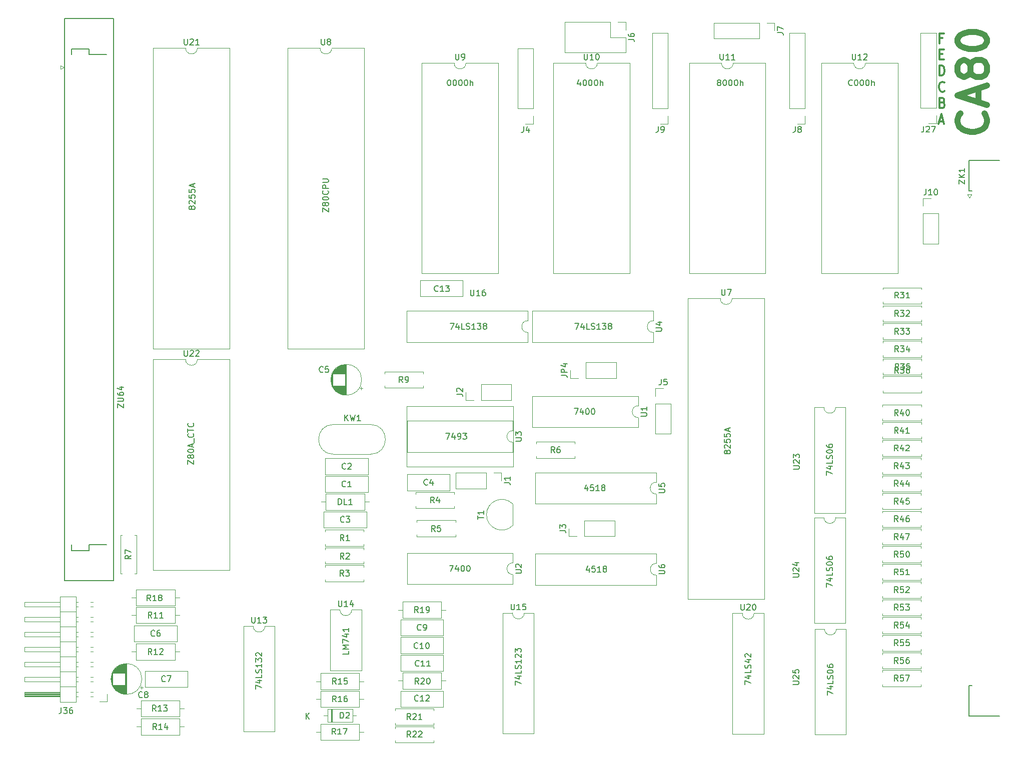
<source format=gbr>
G04 #@! TF.GenerationSoftware,KiCad,Pcbnew,7.0.7*
G04 #@! TF.CreationDate,2023-10-18T15:04:20+01:00*
G04 #@! TF.ProjectId,CA80,43413830-2e6b-4696-9361-645f70636258,V1.0*
G04 #@! TF.SameCoordinates,Original*
G04 #@! TF.FileFunction,Legend,Top*
G04 #@! TF.FilePolarity,Positive*
%FSLAX46Y46*%
G04 Gerber Fmt 4.6, Leading zero omitted, Abs format (unit mm)*
G04 Created by KiCad (PCBNEW 7.0.7) date 2023-10-18 15:04:20*
%MOMM*%
%LPD*%
G01*
G04 APERTURE LIST*
%ADD10C,0.300000*%
%ADD11C,0.150000*%
%ADD12C,1.000000*%
%ADD13C,0.120000*%
G04 APERTURE END LIST*
D10*
X149984510Y120699122D02*
X149484510Y120699122D01*
X149484510Y119808646D02*
X149484510Y121508646D01*
X149484510Y121508646D02*
X150198796Y121508646D01*
X149484510Y117962122D02*
X149984510Y117962122D01*
X150198796Y117071646D02*
X149484510Y117071646D01*
X149484510Y117071646D02*
X149484510Y118771646D01*
X149484510Y118771646D02*
X150198796Y118771646D01*
X149484510Y114334646D02*
X149484510Y116034646D01*
X149484510Y116034646D02*
X149841653Y116034646D01*
X149841653Y116034646D02*
X150055939Y115953694D01*
X150055939Y115953694D02*
X150198796Y115791789D01*
X150198796Y115791789D02*
X150270225Y115629884D01*
X150270225Y115629884D02*
X150341653Y115306075D01*
X150341653Y115306075D02*
X150341653Y115063218D01*
X150341653Y115063218D02*
X150270225Y114739408D01*
X150270225Y114739408D02*
X150198796Y114577503D01*
X150198796Y114577503D02*
X150055939Y114415599D01*
X150055939Y114415599D02*
X149841653Y114334646D01*
X149841653Y114334646D02*
X149484510Y114334646D01*
X150341653Y111759551D02*
X150270225Y111678599D01*
X150270225Y111678599D02*
X150055939Y111597646D01*
X150055939Y111597646D02*
X149913082Y111597646D01*
X149913082Y111597646D02*
X149698796Y111678599D01*
X149698796Y111678599D02*
X149555939Y111840503D01*
X149555939Y111840503D02*
X149484510Y112002408D01*
X149484510Y112002408D02*
X149413082Y112326218D01*
X149413082Y112326218D02*
X149413082Y112569075D01*
X149413082Y112569075D02*
X149484510Y112892884D01*
X149484510Y112892884D02*
X149555939Y113054789D01*
X149555939Y113054789D02*
X149698796Y113216694D01*
X149698796Y113216694D02*
X149913082Y113297646D01*
X149913082Y113297646D02*
X150055939Y113297646D01*
X150055939Y113297646D02*
X150270225Y113216694D01*
X150270225Y113216694D02*
X150341653Y113135741D01*
X149984510Y109751122D02*
X150198796Y109670170D01*
X150198796Y109670170D02*
X150270225Y109589218D01*
X150270225Y109589218D02*
X150341653Y109427313D01*
X150341653Y109427313D02*
X150341653Y109184456D01*
X150341653Y109184456D02*
X150270225Y109022551D01*
X150270225Y109022551D02*
X150198796Y108941599D01*
X150198796Y108941599D02*
X150055939Y108860646D01*
X150055939Y108860646D02*
X149484510Y108860646D01*
X149484510Y108860646D02*
X149484510Y110560646D01*
X149484510Y110560646D02*
X149984510Y110560646D01*
X149984510Y110560646D02*
X150127368Y110479694D01*
X150127368Y110479694D02*
X150198796Y110398741D01*
X150198796Y110398741D02*
X150270225Y110236837D01*
X150270225Y110236837D02*
X150270225Y110074932D01*
X150270225Y110074932D02*
X150198796Y109913027D01*
X150198796Y109913027D02*
X150127368Y109832075D01*
X150127368Y109832075D02*
X149984510Y109751122D01*
X149984510Y109751122D02*
X149484510Y109751122D01*
X149413082Y106609360D02*
X150127368Y106609360D01*
X149270225Y106123646D02*
X149770225Y107823646D01*
X149770225Y107823646D02*
X150270225Y106123646D01*
D11*
X112079636Y113201609D02*
X111984398Y113249228D01*
X111984398Y113249228D02*
X111936779Y113296847D01*
X111936779Y113296847D02*
X111889160Y113392085D01*
X111889160Y113392085D02*
X111889160Y113439704D01*
X111889160Y113439704D02*
X111936779Y113534942D01*
X111936779Y113534942D02*
X111984398Y113582561D01*
X111984398Y113582561D02*
X112079636Y113630180D01*
X112079636Y113630180D02*
X112270112Y113630180D01*
X112270112Y113630180D02*
X112365350Y113582561D01*
X112365350Y113582561D02*
X112412969Y113534942D01*
X112412969Y113534942D02*
X112460588Y113439704D01*
X112460588Y113439704D02*
X112460588Y113392085D01*
X112460588Y113392085D02*
X112412969Y113296847D01*
X112412969Y113296847D02*
X112365350Y113249228D01*
X112365350Y113249228D02*
X112270112Y113201609D01*
X112270112Y113201609D02*
X112079636Y113201609D01*
X112079636Y113201609D02*
X111984398Y113153990D01*
X111984398Y113153990D02*
X111936779Y113106371D01*
X111936779Y113106371D02*
X111889160Y113011133D01*
X111889160Y113011133D02*
X111889160Y112820657D01*
X111889160Y112820657D02*
X111936779Y112725419D01*
X111936779Y112725419D02*
X111984398Y112677800D01*
X111984398Y112677800D02*
X112079636Y112630180D01*
X112079636Y112630180D02*
X112270112Y112630180D01*
X112270112Y112630180D02*
X112365350Y112677800D01*
X112365350Y112677800D02*
X112412969Y112725419D01*
X112412969Y112725419D02*
X112460588Y112820657D01*
X112460588Y112820657D02*
X112460588Y113011133D01*
X112460588Y113011133D02*
X112412969Y113106371D01*
X112412969Y113106371D02*
X112365350Y113153990D01*
X112365350Y113153990D02*
X112270112Y113201609D01*
X113079636Y113630180D02*
X113174874Y113630180D01*
X113174874Y113630180D02*
X113270112Y113582561D01*
X113270112Y113582561D02*
X113317731Y113534942D01*
X113317731Y113534942D02*
X113365350Y113439704D01*
X113365350Y113439704D02*
X113412969Y113249228D01*
X113412969Y113249228D02*
X113412969Y113011133D01*
X113412969Y113011133D02*
X113365350Y112820657D01*
X113365350Y112820657D02*
X113317731Y112725419D01*
X113317731Y112725419D02*
X113270112Y112677800D01*
X113270112Y112677800D02*
X113174874Y112630180D01*
X113174874Y112630180D02*
X113079636Y112630180D01*
X113079636Y112630180D02*
X112984398Y112677800D01*
X112984398Y112677800D02*
X112936779Y112725419D01*
X112936779Y112725419D02*
X112889160Y112820657D01*
X112889160Y112820657D02*
X112841541Y113011133D01*
X112841541Y113011133D02*
X112841541Y113249228D01*
X112841541Y113249228D02*
X112889160Y113439704D01*
X112889160Y113439704D02*
X112936779Y113534942D01*
X112936779Y113534942D02*
X112984398Y113582561D01*
X112984398Y113582561D02*
X113079636Y113630180D01*
X114032017Y113630180D02*
X114127255Y113630180D01*
X114127255Y113630180D02*
X114222493Y113582561D01*
X114222493Y113582561D02*
X114270112Y113534942D01*
X114270112Y113534942D02*
X114317731Y113439704D01*
X114317731Y113439704D02*
X114365350Y113249228D01*
X114365350Y113249228D02*
X114365350Y113011133D01*
X114365350Y113011133D02*
X114317731Y112820657D01*
X114317731Y112820657D02*
X114270112Y112725419D01*
X114270112Y112725419D02*
X114222493Y112677800D01*
X114222493Y112677800D02*
X114127255Y112630180D01*
X114127255Y112630180D02*
X114032017Y112630180D01*
X114032017Y112630180D02*
X113936779Y112677800D01*
X113936779Y112677800D02*
X113889160Y112725419D01*
X113889160Y112725419D02*
X113841541Y112820657D01*
X113841541Y112820657D02*
X113793922Y113011133D01*
X113793922Y113011133D02*
X113793922Y113249228D01*
X113793922Y113249228D02*
X113841541Y113439704D01*
X113841541Y113439704D02*
X113889160Y113534942D01*
X113889160Y113534942D02*
X113936779Y113582561D01*
X113936779Y113582561D02*
X114032017Y113630180D01*
X114984398Y113630180D02*
X115079636Y113630180D01*
X115079636Y113630180D02*
X115174874Y113582561D01*
X115174874Y113582561D02*
X115222493Y113534942D01*
X115222493Y113534942D02*
X115270112Y113439704D01*
X115270112Y113439704D02*
X115317731Y113249228D01*
X115317731Y113249228D02*
X115317731Y113011133D01*
X115317731Y113011133D02*
X115270112Y112820657D01*
X115270112Y112820657D02*
X115222493Y112725419D01*
X115222493Y112725419D02*
X115174874Y112677800D01*
X115174874Y112677800D02*
X115079636Y112630180D01*
X115079636Y112630180D02*
X114984398Y112630180D01*
X114984398Y112630180D02*
X114889160Y112677800D01*
X114889160Y112677800D02*
X114841541Y112725419D01*
X114841541Y112725419D02*
X114793922Y112820657D01*
X114793922Y112820657D02*
X114746303Y113011133D01*
X114746303Y113011133D02*
X114746303Y113249228D01*
X114746303Y113249228D02*
X114793922Y113439704D01*
X114793922Y113439704D02*
X114841541Y113534942D01*
X114841541Y113534942D02*
X114889160Y113582561D01*
X114889160Y113582561D02*
X114984398Y113630180D01*
X115746303Y112630180D02*
X115746303Y113630180D01*
X116174874Y112630180D02*
X116174874Y113153990D01*
X116174874Y113153990D02*
X116127255Y113249228D01*
X116127255Y113249228D02*
X116032017Y113296847D01*
X116032017Y113296847D02*
X115889160Y113296847D01*
X115889160Y113296847D02*
X115793922Y113249228D01*
X115793922Y113249228D02*
X115746303Y113201609D01*
X88665350Y113296847D02*
X88665350Y112630180D01*
X88427255Y113677800D02*
X88189160Y112963514D01*
X88189160Y112963514D02*
X88808207Y112963514D01*
X89379636Y113630180D02*
X89474874Y113630180D01*
X89474874Y113630180D02*
X89570112Y113582561D01*
X89570112Y113582561D02*
X89617731Y113534942D01*
X89617731Y113534942D02*
X89665350Y113439704D01*
X89665350Y113439704D02*
X89712969Y113249228D01*
X89712969Y113249228D02*
X89712969Y113011133D01*
X89712969Y113011133D02*
X89665350Y112820657D01*
X89665350Y112820657D02*
X89617731Y112725419D01*
X89617731Y112725419D02*
X89570112Y112677800D01*
X89570112Y112677800D02*
X89474874Y112630180D01*
X89474874Y112630180D02*
X89379636Y112630180D01*
X89379636Y112630180D02*
X89284398Y112677800D01*
X89284398Y112677800D02*
X89236779Y112725419D01*
X89236779Y112725419D02*
X89189160Y112820657D01*
X89189160Y112820657D02*
X89141541Y113011133D01*
X89141541Y113011133D02*
X89141541Y113249228D01*
X89141541Y113249228D02*
X89189160Y113439704D01*
X89189160Y113439704D02*
X89236779Y113534942D01*
X89236779Y113534942D02*
X89284398Y113582561D01*
X89284398Y113582561D02*
X89379636Y113630180D01*
X90332017Y113630180D02*
X90427255Y113630180D01*
X90427255Y113630180D02*
X90522493Y113582561D01*
X90522493Y113582561D02*
X90570112Y113534942D01*
X90570112Y113534942D02*
X90617731Y113439704D01*
X90617731Y113439704D02*
X90665350Y113249228D01*
X90665350Y113249228D02*
X90665350Y113011133D01*
X90665350Y113011133D02*
X90617731Y112820657D01*
X90617731Y112820657D02*
X90570112Y112725419D01*
X90570112Y112725419D02*
X90522493Y112677800D01*
X90522493Y112677800D02*
X90427255Y112630180D01*
X90427255Y112630180D02*
X90332017Y112630180D01*
X90332017Y112630180D02*
X90236779Y112677800D01*
X90236779Y112677800D02*
X90189160Y112725419D01*
X90189160Y112725419D02*
X90141541Y112820657D01*
X90141541Y112820657D02*
X90093922Y113011133D01*
X90093922Y113011133D02*
X90093922Y113249228D01*
X90093922Y113249228D02*
X90141541Y113439704D01*
X90141541Y113439704D02*
X90189160Y113534942D01*
X90189160Y113534942D02*
X90236779Y113582561D01*
X90236779Y113582561D02*
X90332017Y113630180D01*
X91284398Y113630180D02*
X91379636Y113630180D01*
X91379636Y113630180D02*
X91474874Y113582561D01*
X91474874Y113582561D02*
X91522493Y113534942D01*
X91522493Y113534942D02*
X91570112Y113439704D01*
X91570112Y113439704D02*
X91617731Y113249228D01*
X91617731Y113249228D02*
X91617731Y113011133D01*
X91617731Y113011133D02*
X91570112Y112820657D01*
X91570112Y112820657D02*
X91522493Y112725419D01*
X91522493Y112725419D02*
X91474874Y112677800D01*
X91474874Y112677800D02*
X91379636Y112630180D01*
X91379636Y112630180D02*
X91284398Y112630180D01*
X91284398Y112630180D02*
X91189160Y112677800D01*
X91189160Y112677800D02*
X91141541Y112725419D01*
X91141541Y112725419D02*
X91093922Y112820657D01*
X91093922Y112820657D02*
X91046303Y113011133D01*
X91046303Y113011133D02*
X91046303Y113249228D01*
X91046303Y113249228D02*
X91093922Y113439704D01*
X91093922Y113439704D02*
X91141541Y113534942D01*
X91141541Y113534942D02*
X91189160Y113582561D01*
X91189160Y113582561D02*
X91284398Y113630180D01*
X92046303Y112630180D02*
X92046303Y113630180D01*
X92474874Y112630180D02*
X92474874Y113153990D01*
X92474874Y113153990D02*
X92427255Y113249228D01*
X92427255Y113249228D02*
X92332017Y113296847D01*
X92332017Y113296847D02*
X92189160Y113296847D01*
X92189160Y113296847D02*
X92093922Y113249228D01*
X92093922Y113249228D02*
X92046303Y113201609D01*
X134708207Y112725419D02*
X134660588Y112677800D01*
X134660588Y112677800D02*
X134517731Y112630180D01*
X134517731Y112630180D02*
X134422493Y112630180D01*
X134422493Y112630180D02*
X134279636Y112677800D01*
X134279636Y112677800D02*
X134184398Y112773038D01*
X134184398Y112773038D02*
X134136779Y112868276D01*
X134136779Y112868276D02*
X134089160Y113058752D01*
X134089160Y113058752D02*
X134089160Y113201609D01*
X134089160Y113201609D02*
X134136779Y113392085D01*
X134136779Y113392085D02*
X134184398Y113487323D01*
X134184398Y113487323D02*
X134279636Y113582561D01*
X134279636Y113582561D02*
X134422493Y113630180D01*
X134422493Y113630180D02*
X134517731Y113630180D01*
X134517731Y113630180D02*
X134660588Y113582561D01*
X134660588Y113582561D02*
X134708207Y113534942D01*
X135327255Y113630180D02*
X135422493Y113630180D01*
X135422493Y113630180D02*
X135517731Y113582561D01*
X135517731Y113582561D02*
X135565350Y113534942D01*
X135565350Y113534942D02*
X135612969Y113439704D01*
X135612969Y113439704D02*
X135660588Y113249228D01*
X135660588Y113249228D02*
X135660588Y113011133D01*
X135660588Y113011133D02*
X135612969Y112820657D01*
X135612969Y112820657D02*
X135565350Y112725419D01*
X135565350Y112725419D02*
X135517731Y112677800D01*
X135517731Y112677800D02*
X135422493Y112630180D01*
X135422493Y112630180D02*
X135327255Y112630180D01*
X135327255Y112630180D02*
X135232017Y112677800D01*
X135232017Y112677800D02*
X135184398Y112725419D01*
X135184398Y112725419D02*
X135136779Y112820657D01*
X135136779Y112820657D02*
X135089160Y113011133D01*
X135089160Y113011133D02*
X135089160Y113249228D01*
X135089160Y113249228D02*
X135136779Y113439704D01*
X135136779Y113439704D02*
X135184398Y113534942D01*
X135184398Y113534942D02*
X135232017Y113582561D01*
X135232017Y113582561D02*
X135327255Y113630180D01*
X136279636Y113630180D02*
X136374874Y113630180D01*
X136374874Y113630180D02*
X136470112Y113582561D01*
X136470112Y113582561D02*
X136517731Y113534942D01*
X136517731Y113534942D02*
X136565350Y113439704D01*
X136565350Y113439704D02*
X136612969Y113249228D01*
X136612969Y113249228D02*
X136612969Y113011133D01*
X136612969Y113011133D02*
X136565350Y112820657D01*
X136565350Y112820657D02*
X136517731Y112725419D01*
X136517731Y112725419D02*
X136470112Y112677800D01*
X136470112Y112677800D02*
X136374874Y112630180D01*
X136374874Y112630180D02*
X136279636Y112630180D01*
X136279636Y112630180D02*
X136184398Y112677800D01*
X136184398Y112677800D02*
X136136779Y112725419D01*
X136136779Y112725419D02*
X136089160Y112820657D01*
X136089160Y112820657D02*
X136041541Y113011133D01*
X136041541Y113011133D02*
X136041541Y113249228D01*
X136041541Y113249228D02*
X136089160Y113439704D01*
X136089160Y113439704D02*
X136136779Y113534942D01*
X136136779Y113534942D02*
X136184398Y113582561D01*
X136184398Y113582561D02*
X136279636Y113630180D01*
X137232017Y113630180D02*
X137327255Y113630180D01*
X137327255Y113630180D02*
X137422493Y113582561D01*
X137422493Y113582561D02*
X137470112Y113534942D01*
X137470112Y113534942D02*
X137517731Y113439704D01*
X137517731Y113439704D02*
X137565350Y113249228D01*
X137565350Y113249228D02*
X137565350Y113011133D01*
X137565350Y113011133D02*
X137517731Y112820657D01*
X137517731Y112820657D02*
X137470112Y112725419D01*
X137470112Y112725419D02*
X137422493Y112677800D01*
X137422493Y112677800D02*
X137327255Y112630180D01*
X137327255Y112630180D02*
X137232017Y112630180D01*
X137232017Y112630180D02*
X137136779Y112677800D01*
X137136779Y112677800D02*
X137089160Y112725419D01*
X137089160Y112725419D02*
X137041541Y112820657D01*
X137041541Y112820657D02*
X136993922Y113011133D01*
X136993922Y113011133D02*
X136993922Y113249228D01*
X136993922Y113249228D02*
X137041541Y113439704D01*
X137041541Y113439704D02*
X137089160Y113534942D01*
X137089160Y113534942D02*
X137136779Y113582561D01*
X137136779Y113582561D02*
X137232017Y113630180D01*
X137993922Y112630180D02*
X137993922Y113630180D01*
X138422493Y112630180D02*
X138422493Y113153990D01*
X138422493Y113153990D02*
X138374874Y113249228D01*
X138374874Y113249228D02*
X138279636Y113296847D01*
X138279636Y113296847D02*
X138136779Y113296847D01*
X138136779Y113296847D02*
X138041541Y113249228D01*
X138041541Y113249228D02*
X137993922Y113201609D01*
D12*
X157059904Y107905513D02*
X157298000Y107667417D01*
X157298000Y107667417D02*
X157536095Y106953132D01*
X157536095Y106953132D02*
X157536095Y106476941D01*
X157536095Y106476941D02*
X157298000Y105762655D01*
X157298000Y105762655D02*
X156821809Y105286465D01*
X156821809Y105286465D02*
X156345619Y105048370D01*
X156345619Y105048370D02*
X155393238Y104810274D01*
X155393238Y104810274D02*
X154678952Y104810274D01*
X154678952Y104810274D02*
X153726571Y105048370D01*
X153726571Y105048370D02*
X153250380Y105286465D01*
X153250380Y105286465D02*
X152774190Y105762655D01*
X152774190Y105762655D02*
X152536095Y106476941D01*
X152536095Y106476941D02*
X152536095Y106953132D01*
X152536095Y106953132D02*
X152774190Y107667417D01*
X152774190Y107667417D02*
X153012285Y107905513D01*
X156107523Y109810274D02*
X156107523Y112191227D01*
X157536095Y109334084D02*
X152536095Y111000751D01*
X152536095Y111000751D02*
X157536095Y112667417D01*
X154678952Y115048369D02*
X154440857Y114572179D01*
X154440857Y114572179D02*
X154202761Y114334084D01*
X154202761Y114334084D02*
X153726571Y114095988D01*
X153726571Y114095988D02*
X153488476Y114095988D01*
X153488476Y114095988D02*
X153012285Y114334084D01*
X153012285Y114334084D02*
X152774190Y114572179D01*
X152774190Y114572179D02*
X152536095Y115048369D01*
X152536095Y115048369D02*
X152536095Y116000750D01*
X152536095Y116000750D02*
X152774190Y116476941D01*
X152774190Y116476941D02*
X153012285Y116715036D01*
X153012285Y116715036D02*
X153488476Y116953131D01*
X153488476Y116953131D02*
X153726571Y116953131D01*
X153726571Y116953131D02*
X154202761Y116715036D01*
X154202761Y116715036D02*
X154440857Y116476941D01*
X154440857Y116476941D02*
X154678952Y116000750D01*
X154678952Y116000750D02*
X154678952Y115048369D01*
X154678952Y115048369D02*
X154917047Y114572179D01*
X154917047Y114572179D02*
X155155142Y114334084D01*
X155155142Y114334084D02*
X155631333Y114095988D01*
X155631333Y114095988D02*
X156583714Y114095988D01*
X156583714Y114095988D02*
X157059904Y114334084D01*
X157059904Y114334084D02*
X157298000Y114572179D01*
X157298000Y114572179D02*
X157536095Y115048369D01*
X157536095Y115048369D02*
X157536095Y116000750D01*
X157536095Y116000750D02*
X157298000Y116476941D01*
X157298000Y116476941D02*
X157059904Y116715036D01*
X157059904Y116715036D02*
X156583714Y116953131D01*
X156583714Y116953131D02*
X155631333Y116953131D01*
X155631333Y116953131D02*
X155155142Y116715036D01*
X155155142Y116715036D02*
X154917047Y116476941D01*
X154917047Y116476941D02*
X154678952Y116000750D01*
X152536095Y120048370D02*
X152536095Y120524560D01*
X152536095Y120524560D02*
X152774190Y121000751D01*
X152774190Y121000751D02*
X153012285Y121238846D01*
X153012285Y121238846D02*
X153488476Y121476941D01*
X153488476Y121476941D02*
X154440857Y121715036D01*
X154440857Y121715036D02*
X155631333Y121715036D01*
X155631333Y121715036D02*
X156583714Y121476941D01*
X156583714Y121476941D02*
X157059904Y121238846D01*
X157059904Y121238846D02*
X157298000Y121000751D01*
X157298000Y121000751D02*
X157536095Y120524560D01*
X157536095Y120524560D02*
X157536095Y120048370D01*
X157536095Y120048370D02*
X157298000Y119572179D01*
X157298000Y119572179D02*
X157059904Y119334084D01*
X157059904Y119334084D02*
X156583714Y119095989D01*
X156583714Y119095989D02*
X155631333Y118857893D01*
X155631333Y118857893D02*
X154440857Y118857893D01*
X154440857Y118857893D02*
X153488476Y119095989D01*
X153488476Y119095989D02*
X153012285Y119334084D01*
X153012285Y119334084D02*
X152774190Y119572179D01*
X152774190Y119572179D02*
X152536095Y120048370D01*
D11*
X66427255Y113630180D02*
X66522493Y113630180D01*
X66522493Y113630180D02*
X66617731Y113582561D01*
X66617731Y113582561D02*
X66665350Y113534942D01*
X66665350Y113534942D02*
X66712969Y113439704D01*
X66712969Y113439704D02*
X66760588Y113249228D01*
X66760588Y113249228D02*
X66760588Y113011133D01*
X66760588Y113011133D02*
X66712969Y112820657D01*
X66712969Y112820657D02*
X66665350Y112725419D01*
X66665350Y112725419D02*
X66617731Y112677800D01*
X66617731Y112677800D02*
X66522493Y112630180D01*
X66522493Y112630180D02*
X66427255Y112630180D01*
X66427255Y112630180D02*
X66332017Y112677800D01*
X66332017Y112677800D02*
X66284398Y112725419D01*
X66284398Y112725419D02*
X66236779Y112820657D01*
X66236779Y112820657D02*
X66189160Y113011133D01*
X66189160Y113011133D02*
X66189160Y113249228D01*
X66189160Y113249228D02*
X66236779Y113439704D01*
X66236779Y113439704D02*
X66284398Y113534942D01*
X66284398Y113534942D02*
X66332017Y113582561D01*
X66332017Y113582561D02*
X66427255Y113630180D01*
X67379636Y113630180D02*
X67474874Y113630180D01*
X67474874Y113630180D02*
X67570112Y113582561D01*
X67570112Y113582561D02*
X67617731Y113534942D01*
X67617731Y113534942D02*
X67665350Y113439704D01*
X67665350Y113439704D02*
X67712969Y113249228D01*
X67712969Y113249228D02*
X67712969Y113011133D01*
X67712969Y113011133D02*
X67665350Y112820657D01*
X67665350Y112820657D02*
X67617731Y112725419D01*
X67617731Y112725419D02*
X67570112Y112677800D01*
X67570112Y112677800D02*
X67474874Y112630180D01*
X67474874Y112630180D02*
X67379636Y112630180D01*
X67379636Y112630180D02*
X67284398Y112677800D01*
X67284398Y112677800D02*
X67236779Y112725419D01*
X67236779Y112725419D02*
X67189160Y112820657D01*
X67189160Y112820657D02*
X67141541Y113011133D01*
X67141541Y113011133D02*
X67141541Y113249228D01*
X67141541Y113249228D02*
X67189160Y113439704D01*
X67189160Y113439704D02*
X67236779Y113534942D01*
X67236779Y113534942D02*
X67284398Y113582561D01*
X67284398Y113582561D02*
X67379636Y113630180D01*
X68332017Y113630180D02*
X68427255Y113630180D01*
X68427255Y113630180D02*
X68522493Y113582561D01*
X68522493Y113582561D02*
X68570112Y113534942D01*
X68570112Y113534942D02*
X68617731Y113439704D01*
X68617731Y113439704D02*
X68665350Y113249228D01*
X68665350Y113249228D02*
X68665350Y113011133D01*
X68665350Y113011133D02*
X68617731Y112820657D01*
X68617731Y112820657D02*
X68570112Y112725419D01*
X68570112Y112725419D02*
X68522493Y112677800D01*
X68522493Y112677800D02*
X68427255Y112630180D01*
X68427255Y112630180D02*
X68332017Y112630180D01*
X68332017Y112630180D02*
X68236779Y112677800D01*
X68236779Y112677800D02*
X68189160Y112725419D01*
X68189160Y112725419D02*
X68141541Y112820657D01*
X68141541Y112820657D02*
X68093922Y113011133D01*
X68093922Y113011133D02*
X68093922Y113249228D01*
X68093922Y113249228D02*
X68141541Y113439704D01*
X68141541Y113439704D02*
X68189160Y113534942D01*
X68189160Y113534942D02*
X68236779Y113582561D01*
X68236779Y113582561D02*
X68332017Y113630180D01*
X69284398Y113630180D02*
X69379636Y113630180D01*
X69379636Y113630180D02*
X69474874Y113582561D01*
X69474874Y113582561D02*
X69522493Y113534942D01*
X69522493Y113534942D02*
X69570112Y113439704D01*
X69570112Y113439704D02*
X69617731Y113249228D01*
X69617731Y113249228D02*
X69617731Y113011133D01*
X69617731Y113011133D02*
X69570112Y112820657D01*
X69570112Y112820657D02*
X69522493Y112725419D01*
X69522493Y112725419D02*
X69474874Y112677800D01*
X69474874Y112677800D02*
X69379636Y112630180D01*
X69379636Y112630180D02*
X69284398Y112630180D01*
X69284398Y112630180D02*
X69189160Y112677800D01*
X69189160Y112677800D02*
X69141541Y112725419D01*
X69141541Y112725419D02*
X69093922Y112820657D01*
X69093922Y112820657D02*
X69046303Y113011133D01*
X69046303Y113011133D02*
X69046303Y113249228D01*
X69046303Y113249228D02*
X69093922Y113439704D01*
X69093922Y113439704D02*
X69141541Y113534942D01*
X69141541Y113534942D02*
X69189160Y113582561D01*
X69189160Y113582561D02*
X69284398Y113630180D01*
X70046303Y112630180D02*
X70046303Y113630180D01*
X70474874Y112630180D02*
X70474874Y113153990D01*
X70474874Y113153990D02*
X70427255Y113249228D01*
X70427255Y113249228D02*
X70332017Y113296847D01*
X70332017Y113296847D02*
X70189160Y113296847D01*
X70189160Y113296847D02*
X70093922Y113249228D01*
X70093922Y113249228D02*
X70046303Y113201609D01*
X70111905Y78045180D02*
X70111905Y77235657D01*
X70111905Y77235657D02*
X70159524Y77140419D01*
X70159524Y77140419D02*
X70207143Y77092800D01*
X70207143Y77092800D02*
X70302381Y77045180D01*
X70302381Y77045180D02*
X70492857Y77045180D01*
X70492857Y77045180D02*
X70588095Y77092800D01*
X70588095Y77092800D02*
X70635714Y77140419D01*
X70635714Y77140419D02*
X70683333Y77235657D01*
X70683333Y77235657D02*
X70683333Y78045180D01*
X71683333Y77045180D02*
X71111905Y77045180D01*
X71397619Y77045180D02*
X71397619Y78045180D01*
X71397619Y78045180D02*
X71302381Y77902323D01*
X71302381Y77902323D02*
X71207143Y77807085D01*
X71207143Y77807085D02*
X71111905Y77759466D01*
X72540476Y78045180D02*
X72350000Y78045180D01*
X72350000Y78045180D02*
X72254762Y77997561D01*
X72254762Y77997561D02*
X72207143Y77949942D01*
X72207143Y77949942D02*
X72111905Y77807085D01*
X72111905Y77807085D02*
X72064286Y77616609D01*
X72064286Y77616609D02*
X72064286Y77235657D01*
X72064286Y77235657D02*
X72111905Y77140419D01*
X72111905Y77140419D02*
X72159524Y77092800D01*
X72159524Y77092800D02*
X72254762Y77045180D01*
X72254762Y77045180D02*
X72445238Y77045180D01*
X72445238Y77045180D02*
X72540476Y77092800D01*
X72540476Y77092800D02*
X72588095Y77140419D01*
X72588095Y77140419D02*
X72635714Y77235657D01*
X72635714Y77235657D02*
X72635714Y77473752D01*
X72635714Y77473752D02*
X72588095Y77568990D01*
X72588095Y77568990D02*
X72540476Y77616609D01*
X72540476Y77616609D02*
X72445238Y77664228D01*
X72445238Y77664228D02*
X72254762Y77664228D01*
X72254762Y77664228D02*
X72159524Y77616609D01*
X72159524Y77616609D02*
X72111905Y77568990D01*
X72111905Y77568990D02*
X72064286Y77473752D01*
X66630952Y72355180D02*
X67297618Y72355180D01*
X67297618Y72355180D02*
X66869047Y71355180D01*
X68107142Y72021847D02*
X68107142Y71355180D01*
X67869047Y72402800D02*
X67630952Y71688514D01*
X67630952Y71688514D02*
X68249999Y71688514D01*
X69107142Y71355180D02*
X68630952Y71355180D01*
X68630952Y71355180D02*
X68630952Y72355180D01*
X69392857Y71402800D02*
X69535714Y71355180D01*
X69535714Y71355180D02*
X69773809Y71355180D01*
X69773809Y71355180D02*
X69869047Y71402800D01*
X69869047Y71402800D02*
X69916666Y71450419D01*
X69916666Y71450419D02*
X69964285Y71545657D01*
X69964285Y71545657D02*
X69964285Y71640895D01*
X69964285Y71640895D02*
X69916666Y71736133D01*
X69916666Y71736133D02*
X69869047Y71783752D01*
X69869047Y71783752D02*
X69773809Y71831371D01*
X69773809Y71831371D02*
X69583333Y71878990D01*
X69583333Y71878990D02*
X69488095Y71926609D01*
X69488095Y71926609D02*
X69440476Y71974228D01*
X69440476Y71974228D02*
X69392857Y72069466D01*
X69392857Y72069466D02*
X69392857Y72164704D01*
X69392857Y72164704D02*
X69440476Y72259942D01*
X69440476Y72259942D02*
X69488095Y72307561D01*
X69488095Y72307561D02*
X69583333Y72355180D01*
X69583333Y72355180D02*
X69821428Y72355180D01*
X69821428Y72355180D02*
X69964285Y72307561D01*
X70916666Y71355180D02*
X70345238Y71355180D01*
X70630952Y71355180D02*
X70630952Y72355180D01*
X70630952Y72355180D02*
X70535714Y72212323D01*
X70535714Y72212323D02*
X70440476Y72117085D01*
X70440476Y72117085D02*
X70345238Y72069466D01*
X71250000Y72355180D02*
X71869047Y72355180D01*
X71869047Y72355180D02*
X71535714Y71974228D01*
X71535714Y71974228D02*
X71678571Y71974228D01*
X71678571Y71974228D02*
X71773809Y71926609D01*
X71773809Y71926609D02*
X71821428Y71878990D01*
X71821428Y71878990D02*
X71869047Y71783752D01*
X71869047Y71783752D02*
X71869047Y71545657D01*
X71869047Y71545657D02*
X71821428Y71450419D01*
X71821428Y71450419D02*
X71773809Y71402800D01*
X71773809Y71402800D02*
X71678571Y71355180D01*
X71678571Y71355180D02*
X71392857Y71355180D01*
X71392857Y71355180D02*
X71297619Y71402800D01*
X71297619Y71402800D02*
X71250000Y71450419D01*
X72440476Y71926609D02*
X72345238Y71974228D01*
X72345238Y71974228D02*
X72297619Y72021847D01*
X72297619Y72021847D02*
X72250000Y72117085D01*
X72250000Y72117085D02*
X72250000Y72164704D01*
X72250000Y72164704D02*
X72297619Y72259942D01*
X72297619Y72259942D02*
X72345238Y72307561D01*
X72345238Y72307561D02*
X72440476Y72355180D01*
X72440476Y72355180D02*
X72630952Y72355180D01*
X72630952Y72355180D02*
X72726190Y72307561D01*
X72726190Y72307561D02*
X72773809Y72259942D01*
X72773809Y72259942D02*
X72821428Y72164704D01*
X72821428Y72164704D02*
X72821428Y72117085D01*
X72821428Y72117085D02*
X72773809Y72021847D01*
X72773809Y72021847D02*
X72726190Y71974228D01*
X72726190Y71974228D02*
X72630952Y71926609D01*
X72630952Y71926609D02*
X72440476Y71926609D01*
X72440476Y71926609D02*
X72345238Y71878990D01*
X72345238Y71878990D02*
X72297619Y71831371D01*
X72297619Y71831371D02*
X72250000Y71736133D01*
X72250000Y71736133D02*
X72250000Y71545657D01*
X72250000Y71545657D02*
X72297619Y71450419D01*
X72297619Y71450419D02*
X72345238Y71402800D01*
X72345238Y71402800D02*
X72440476Y71355180D01*
X72440476Y71355180D02*
X72630952Y71355180D01*
X72630952Y71355180D02*
X72726190Y71402800D01*
X72726190Y71402800D02*
X72773809Y71450419D01*
X72773809Y71450419D02*
X72821428Y71545657D01*
X72821428Y71545657D02*
X72821428Y71736133D01*
X72821428Y71736133D02*
X72773809Y71831371D01*
X72773809Y71831371D02*
X72726190Y71878990D01*
X72726190Y71878990D02*
X72630952Y71926609D01*
X21631905Y120555180D02*
X21631905Y119745657D01*
X21631905Y119745657D02*
X21679524Y119650419D01*
X21679524Y119650419D02*
X21727143Y119602800D01*
X21727143Y119602800D02*
X21822381Y119555180D01*
X21822381Y119555180D02*
X22012857Y119555180D01*
X22012857Y119555180D02*
X22108095Y119602800D01*
X22108095Y119602800D02*
X22155714Y119650419D01*
X22155714Y119650419D02*
X22203333Y119745657D01*
X22203333Y119745657D02*
X22203333Y120555180D01*
X22631905Y120459942D02*
X22679524Y120507561D01*
X22679524Y120507561D02*
X22774762Y120555180D01*
X22774762Y120555180D02*
X23012857Y120555180D01*
X23012857Y120555180D02*
X23108095Y120507561D01*
X23108095Y120507561D02*
X23155714Y120459942D01*
X23155714Y120459942D02*
X23203333Y120364704D01*
X23203333Y120364704D02*
X23203333Y120269466D01*
X23203333Y120269466D02*
X23155714Y120126609D01*
X23155714Y120126609D02*
X22584286Y119555180D01*
X22584286Y119555180D02*
X23203333Y119555180D01*
X24155714Y119555180D02*
X23584286Y119555180D01*
X23870000Y119555180D02*
X23870000Y120555180D01*
X23870000Y120555180D02*
X23774762Y120412323D01*
X23774762Y120412323D02*
X23679524Y120317085D01*
X23679524Y120317085D02*
X23584286Y120269466D01*
X22883390Y91847619D02*
X22835771Y91752381D01*
X22835771Y91752381D02*
X22788152Y91704762D01*
X22788152Y91704762D02*
X22692914Y91657143D01*
X22692914Y91657143D02*
X22645295Y91657143D01*
X22645295Y91657143D02*
X22550057Y91704762D01*
X22550057Y91704762D02*
X22502438Y91752381D01*
X22502438Y91752381D02*
X22454819Y91847619D01*
X22454819Y91847619D02*
X22454819Y92038095D01*
X22454819Y92038095D02*
X22502438Y92133333D01*
X22502438Y92133333D02*
X22550057Y92180952D01*
X22550057Y92180952D02*
X22645295Y92228571D01*
X22645295Y92228571D02*
X22692914Y92228571D01*
X22692914Y92228571D02*
X22788152Y92180952D01*
X22788152Y92180952D02*
X22835771Y92133333D01*
X22835771Y92133333D02*
X22883390Y92038095D01*
X22883390Y92038095D02*
X22883390Y91847619D01*
X22883390Y91847619D02*
X22931009Y91752381D01*
X22931009Y91752381D02*
X22978628Y91704762D01*
X22978628Y91704762D02*
X23073866Y91657143D01*
X23073866Y91657143D02*
X23264342Y91657143D01*
X23264342Y91657143D02*
X23359580Y91704762D01*
X23359580Y91704762D02*
X23407200Y91752381D01*
X23407200Y91752381D02*
X23454819Y91847619D01*
X23454819Y91847619D02*
X23454819Y92038095D01*
X23454819Y92038095D02*
X23407200Y92133333D01*
X23407200Y92133333D02*
X23359580Y92180952D01*
X23359580Y92180952D02*
X23264342Y92228571D01*
X23264342Y92228571D02*
X23073866Y92228571D01*
X23073866Y92228571D02*
X22978628Y92180952D01*
X22978628Y92180952D02*
X22931009Y92133333D01*
X22931009Y92133333D02*
X22883390Y92038095D01*
X22550057Y92609524D02*
X22502438Y92657143D01*
X22502438Y92657143D02*
X22454819Y92752381D01*
X22454819Y92752381D02*
X22454819Y92990476D01*
X22454819Y92990476D02*
X22502438Y93085714D01*
X22502438Y93085714D02*
X22550057Y93133333D01*
X22550057Y93133333D02*
X22645295Y93180952D01*
X22645295Y93180952D02*
X22740533Y93180952D01*
X22740533Y93180952D02*
X22883390Y93133333D01*
X22883390Y93133333D02*
X23454819Y92561905D01*
X23454819Y92561905D02*
X23454819Y93180952D01*
X22454819Y94085714D02*
X22454819Y93609524D01*
X22454819Y93609524D02*
X22931009Y93561905D01*
X22931009Y93561905D02*
X22883390Y93609524D01*
X22883390Y93609524D02*
X22835771Y93704762D01*
X22835771Y93704762D02*
X22835771Y93942857D01*
X22835771Y93942857D02*
X22883390Y94038095D01*
X22883390Y94038095D02*
X22931009Y94085714D01*
X22931009Y94085714D02*
X23026247Y94133333D01*
X23026247Y94133333D02*
X23264342Y94133333D01*
X23264342Y94133333D02*
X23359580Y94085714D01*
X23359580Y94085714D02*
X23407200Y94038095D01*
X23407200Y94038095D02*
X23454819Y93942857D01*
X23454819Y93942857D02*
X23454819Y93704762D01*
X23454819Y93704762D02*
X23407200Y93609524D01*
X23407200Y93609524D02*
X23359580Y93561905D01*
X22454819Y95038095D02*
X22454819Y94561905D01*
X22454819Y94561905D02*
X22931009Y94514286D01*
X22931009Y94514286D02*
X22883390Y94561905D01*
X22883390Y94561905D02*
X22835771Y94657143D01*
X22835771Y94657143D02*
X22835771Y94895238D01*
X22835771Y94895238D02*
X22883390Y94990476D01*
X22883390Y94990476D02*
X22931009Y95038095D01*
X22931009Y95038095D02*
X23026247Y95085714D01*
X23026247Y95085714D02*
X23264342Y95085714D01*
X23264342Y95085714D02*
X23359580Y95038095D01*
X23359580Y95038095D02*
X23407200Y94990476D01*
X23407200Y94990476D02*
X23454819Y94895238D01*
X23454819Y94895238D02*
X23454819Y94657143D01*
X23454819Y94657143D02*
X23407200Y94561905D01*
X23407200Y94561905D02*
X23359580Y94514286D01*
X23169104Y95466667D02*
X23169104Y95942857D01*
X23454819Y95371429D02*
X22454819Y95704762D01*
X22454819Y95704762D02*
X23454819Y96038095D01*
X45133333Y64140419D02*
X45085714Y64092800D01*
X45085714Y64092800D02*
X44942857Y64045180D01*
X44942857Y64045180D02*
X44847619Y64045180D01*
X44847619Y64045180D02*
X44704762Y64092800D01*
X44704762Y64092800D02*
X44609524Y64188038D01*
X44609524Y64188038D02*
X44561905Y64283276D01*
X44561905Y64283276D02*
X44514286Y64473752D01*
X44514286Y64473752D02*
X44514286Y64616609D01*
X44514286Y64616609D02*
X44561905Y64807085D01*
X44561905Y64807085D02*
X44609524Y64902323D01*
X44609524Y64902323D02*
X44704762Y64997561D01*
X44704762Y64997561D02*
X44847619Y65045180D01*
X44847619Y65045180D02*
X44942857Y65045180D01*
X44942857Y65045180D02*
X45085714Y64997561D01*
X45085714Y64997561D02*
X45133333Y64949942D01*
X46038095Y65045180D02*
X45561905Y65045180D01*
X45561905Y65045180D02*
X45514286Y64568990D01*
X45514286Y64568990D02*
X45561905Y64616609D01*
X45561905Y64616609D02*
X45657143Y64664228D01*
X45657143Y64664228D02*
X45895238Y64664228D01*
X45895238Y64664228D02*
X45990476Y64616609D01*
X45990476Y64616609D02*
X46038095Y64568990D01*
X46038095Y64568990D02*
X46085714Y64473752D01*
X46085714Y64473752D02*
X46085714Y64235657D01*
X46085714Y64235657D02*
X46038095Y64140419D01*
X46038095Y64140419D02*
X45990476Y64092800D01*
X45990476Y64092800D02*
X45895238Y64045180D01*
X45895238Y64045180D02*
X45657143Y64045180D01*
X45657143Y64045180D02*
X45561905Y64092800D01*
X45561905Y64092800D02*
X45514286Y64140419D01*
X134706905Y118025180D02*
X134706905Y117215657D01*
X134706905Y117215657D02*
X134754524Y117120419D01*
X134754524Y117120419D02*
X134802143Y117072800D01*
X134802143Y117072800D02*
X134897381Y117025180D01*
X134897381Y117025180D02*
X135087857Y117025180D01*
X135087857Y117025180D02*
X135183095Y117072800D01*
X135183095Y117072800D02*
X135230714Y117120419D01*
X135230714Y117120419D02*
X135278333Y117215657D01*
X135278333Y117215657D02*
X135278333Y118025180D01*
X136278333Y117025180D02*
X135706905Y117025180D01*
X135992619Y117025180D02*
X135992619Y118025180D01*
X135992619Y118025180D02*
X135897381Y117882323D01*
X135897381Y117882323D02*
X135802143Y117787085D01*
X135802143Y117787085D02*
X135706905Y117739466D01*
X136659286Y117929942D02*
X136706905Y117977561D01*
X136706905Y117977561D02*
X136802143Y118025180D01*
X136802143Y118025180D02*
X137040238Y118025180D01*
X137040238Y118025180D02*
X137135476Y117977561D01*
X137135476Y117977561D02*
X137183095Y117929942D01*
X137183095Y117929942D02*
X137230714Y117834704D01*
X137230714Y117834704D02*
X137230714Y117739466D01*
X137230714Y117739466D02*
X137183095Y117596609D01*
X137183095Y117596609D02*
X136611667Y117025180D01*
X136611667Y117025180D02*
X137230714Y117025180D01*
X101474819Y71048095D02*
X102284342Y71048095D01*
X102284342Y71048095D02*
X102379580Y71095714D01*
X102379580Y71095714D02*
X102427200Y71143333D01*
X102427200Y71143333D02*
X102474819Y71238571D01*
X102474819Y71238571D02*
X102474819Y71429047D01*
X102474819Y71429047D02*
X102427200Y71524285D01*
X102427200Y71524285D02*
X102379580Y71571904D01*
X102379580Y71571904D02*
X102284342Y71619523D01*
X102284342Y71619523D02*
X101474819Y71619523D01*
X101808152Y72524285D02*
X102474819Y72524285D01*
X101427200Y72286190D02*
X102141485Y72048095D01*
X102141485Y72048095D02*
X102141485Y72667142D01*
X87780952Y72355180D02*
X88447618Y72355180D01*
X88447618Y72355180D02*
X88019047Y71355180D01*
X89257142Y72021847D02*
X89257142Y71355180D01*
X89019047Y72402800D02*
X88780952Y71688514D01*
X88780952Y71688514D02*
X89399999Y71688514D01*
X90257142Y71355180D02*
X89780952Y71355180D01*
X89780952Y71355180D02*
X89780952Y72355180D01*
X90542857Y71402800D02*
X90685714Y71355180D01*
X90685714Y71355180D02*
X90923809Y71355180D01*
X90923809Y71355180D02*
X91019047Y71402800D01*
X91019047Y71402800D02*
X91066666Y71450419D01*
X91066666Y71450419D02*
X91114285Y71545657D01*
X91114285Y71545657D02*
X91114285Y71640895D01*
X91114285Y71640895D02*
X91066666Y71736133D01*
X91066666Y71736133D02*
X91019047Y71783752D01*
X91019047Y71783752D02*
X90923809Y71831371D01*
X90923809Y71831371D02*
X90733333Y71878990D01*
X90733333Y71878990D02*
X90638095Y71926609D01*
X90638095Y71926609D02*
X90590476Y71974228D01*
X90590476Y71974228D02*
X90542857Y72069466D01*
X90542857Y72069466D02*
X90542857Y72164704D01*
X90542857Y72164704D02*
X90590476Y72259942D01*
X90590476Y72259942D02*
X90638095Y72307561D01*
X90638095Y72307561D02*
X90733333Y72355180D01*
X90733333Y72355180D02*
X90971428Y72355180D01*
X90971428Y72355180D02*
X91114285Y72307561D01*
X92066666Y71355180D02*
X91495238Y71355180D01*
X91780952Y71355180D02*
X91780952Y72355180D01*
X91780952Y72355180D02*
X91685714Y72212323D01*
X91685714Y72212323D02*
X91590476Y72117085D01*
X91590476Y72117085D02*
X91495238Y72069466D01*
X92400000Y72355180D02*
X93019047Y72355180D01*
X93019047Y72355180D02*
X92685714Y71974228D01*
X92685714Y71974228D02*
X92828571Y71974228D01*
X92828571Y71974228D02*
X92923809Y71926609D01*
X92923809Y71926609D02*
X92971428Y71878990D01*
X92971428Y71878990D02*
X93019047Y71783752D01*
X93019047Y71783752D02*
X93019047Y71545657D01*
X93019047Y71545657D02*
X92971428Y71450419D01*
X92971428Y71450419D02*
X92923809Y71402800D01*
X92923809Y71402800D02*
X92828571Y71355180D01*
X92828571Y71355180D02*
X92542857Y71355180D01*
X92542857Y71355180D02*
X92447619Y71402800D01*
X92447619Y71402800D02*
X92400000Y71450419D01*
X93590476Y71926609D02*
X93495238Y71974228D01*
X93495238Y71974228D02*
X93447619Y72021847D01*
X93447619Y72021847D02*
X93400000Y72117085D01*
X93400000Y72117085D02*
X93400000Y72164704D01*
X93400000Y72164704D02*
X93447619Y72259942D01*
X93447619Y72259942D02*
X93495238Y72307561D01*
X93495238Y72307561D02*
X93590476Y72355180D01*
X93590476Y72355180D02*
X93780952Y72355180D01*
X93780952Y72355180D02*
X93876190Y72307561D01*
X93876190Y72307561D02*
X93923809Y72259942D01*
X93923809Y72259942D02*
X93971428Y72164704D01*
X93971428Y72164704D02*
X93971428Y72117085D01*
X93971428Y72117085D02*
X93923809Y72021847D01*
X93923809Y72021847D02*
X93876190Y71974228D01*
X93876190Y71974228D02*
X93780952Y71926609D01*
X93780952Y71926609D02*
X93590476Y71926609D01*
X93590476Y71926609D02*
X93495238Y71878990D01*
X93495238Y71878990D02*
X93447619Y71831371D01*
X93447619Y71831371D02*
X93400000Y71736133D01*
X93400000Y71736133D02*
X93400000Y71545657D01*
X93400000Y71545657D02*
X93447619Y71450419D01*
X93447619Y71450419D02*
X93495238Y71402800D01*
X93495238Y71402800D02*
X93590476Y71355180D01*
X93590476Y71355180D02*
X93780952Y71355180D01*
X93780952Y71355180D02*
X93876190Y71402800D01*
X93876190Y71402800D02*
X93923809Y71450419D01*
X93923809Y71450419D02*
X93971428Y71545657D01*
X93971428Y71545657D02*
X93971428Y71736133D01*
X93971428Y71736133D02*
X93923809Y71831371D01*
X93923809Y71831371D02*
X93876190Y71878990D01*
X93876190Y71878990D02*
X93780952Y71926609D01*
X67558095Y118020180D02*
X67558095Y117210657D01*
X67558095Y117210657D02*
X67605714Y117115419D01*
X67605714Y117115419D02*
X67653333Y117067800D01*
X67653333Y117067800D02*
X67748571Y117020180D01*
X67748571Y117020180D02*
X67939047Y117020180D01*
X67939047Y117020180D02*
X68034285Y117067800D01*
X68034285Y117067800D02*
X68081904Y117115419D01*
X68081904Y117115419D02*
X68129523Y117210657D01*
X68129523Y117210657D02*
X68129523Y118020180D01*
X68653333Y117020180D02*
X68843809Y117020180D01*
X68843809Y117020180D02*
X68939047Y117067800D01*
X68939047Y117067800D02*
X68986666Y117115419D01*
X68986666Y117115419D02*
X69081904Y117258276D01*
X69081904Y117258276D02*
X69129523Y117448752D01*
X69129523Y117448752D02*
X69129523Y117829704D01*
X69129523Y117829704D02*
X69081904Y117924942D01*
X69081904Y117924942D02*
X69034285Y117972561D01*
X69034285Y117972561D02*
X68939047Y118020180D01*
X68939047Y118020180D02*
X68748571Y118020180D01*
X68748571Y118020180D02*
X68653333Y117972561D01*
X68653333Y117972561D02*
X68605714Y117924942D01*
X68605714Y117924942D02*
X68558095Y117829704D01*
X68558095Y117829704D02*
X68558095Y117591609D01*
X68558095Y117591609D02*
X68605714Y117496371D01*
X68605714Y117496371D02*
X68653333Y117448752D01*
X68653333Y117448752D02*
X68748571Y117401133D01*
X68748571Y117401133D02*
X68939047Y117401133D01*
X68939047Y117401133D02*
X69034285Y117448752D01*
X69034285Y117448752D02*
X69081904Y117496371D01*
X69081904Y117496371D02*
X69129523Y117591609D01*
X58633333Y62345180D02*
X58300000Y62821371D01*
X58061905Y62345180D02*
X58061905Y63345180D01*
X58061905Y63345180D02*
X58442857Y63345180D01*
X58442857Y63345180D02*
X58538095Y63297561D01*
X58538095Y63297561D02*
X58585714Y63249942D01*
X58585714Y63249942D02*
X58633333Y63154704D01*
X58633333Y63154704D02*
X58633333Y63011847D01*
X58633333Y63011847D02*
X58585714Y62916609D01*
X58585714Y62916609D02*
X58538095Y62868990D01*
X58538095Y62868990D02*
X58442857Y62821371D01*
X58442857Y62821371D02*
X58061905Y62821371D01*
X59109524Y62345180D02*
X59300000Y62345180D01*
X59300000Y62345180D02*
X59395238Y62392800D01*
X59395238Y62392800D02*
X59442857Y62440419D01*
X59442857Y62440419D02*
X59538095Y62583276D01*
X59538095Y62583276D02*
X59585714Y62773752D01*
X59585714Y62773752D02*
X59585714Y63154704D01*
X59585714Y63154704D02*
X59538095Y63249942D01*
X59538095Y63249942D02*
X59490476Y63297561D01*
X59490476Y63297561D02*
X59395238Y63345180D01*
X59395238Y63345180D02*
X59204762Y63345180D01*
X59204762Y63345180D02*
X59109524Y63297561D01*
X59109524Y63297561D02*
X59061905Y63249942D01*
X59061905Y63249942D02*
X59014286Y63154704D01*
X59014286Y63154704D02*
X59014286Y62916609D01*
X59014286Y62916609D02*
X59061905Y62821371D01*
X59061905Y62821371D02*
X59109524Y62773752D01*
X59109524Y62773752D02*
X59204762Y62726133D01*
X59204762Y62726133D02*
X59395238Y62726133D01*
X59395238Y62726133D02*
X59490476Y62773752D01*
X59490476Y62773752D02*
X59538095Y62821371D01*
X59538095Y62821371D02*
X59585714Y62916609D01*
X44858095Y120555180D02*
X44858095Y119745657D01*
X44858095Y119745657D02*
X44905714Y119650419D01*
X44905714Y119650419D02*
X44953333Y119602800D01*
X44953333Y119602800D02*
X45048571Y119555180D01*
X45048571Y119555180D02*
X45239047Y119555180D01*
X45239047Y119555180D02*
X45334285Y119602800D01*
X45334285Y119602800D02*
X45381904Y119650419D01*
X45381904Y119650419D02*
X45429523Y119745657D01*
X45429523Y119745657D02*
X45429523Y120555180D01*
X46048571Y120126609D02*
X45953333Y120174228D01*
X45953333Y120174228D02*
X45905714Y120221847D01*
X45905714Y120221847D02*
X45858095Y120317085D01*
X45858095Y120317085D02*
X45858095Y120364704D01*
X45858095Y120364704D02*
X45905714Y120459942D01*
X45905714Y120459942D02*
X45953333Y120507561D01*
X45953333Y120507561D02*
X46048571Y120555180D01*
X46048571Y120555180D02*
X46239047Y120555180D01*
X46239047Y120555180D02*
X46334285Y120507561D01*
X46334285Y120507561D02*
X46381904Y120459942D01*
X46381904Y120459942D02*
X46429523Y120364704D01*
X46429523Y120364704D02*
X46429523Y120317085D01*
X46429523Y120317085D02*
X46381904Y120221847D01*
X46381904Y120221847D02*
X46334285Y120174228D01*
X46334285Y120174228D02*
X46239047Y120126609D01*
X46239047Y120126609D02*
X46048571Y120126609D01*
X46048571Y120126609D02*
X45953333Y120078990D01*
X45953333Y120078990D02*
X45905714Y120031371D01*
X45905714Y120031371D02*
X45858095Y119936133D01*
X45858095Y119936133D02*
X45858095Y119745657D01*
X45858095Y119745657D02*
X45905714Y119650419D01*
X45905714Y119650419D02*
X45953333Y119602800D01*
X45953333Y119602800D02*
X46048571Y119555180D01*
X46048571Y119555180D02*
X46239047Y119555180D01*
X46239047Y119555180D02*
X46334285Y119602800D01*
X46334285Y119602800D02*
X46381904Y119650419D01*
X46381904Y119650419D02*
X46429523Y119745657D01*
X46429523Y119745657D02*
X46429523Y119936133D01*
X46429523Y119936133D02*
X46381904Y120031371D01*
X46381904Y120031371D02*
X46334285Y120078990D01*
X46334285Y120078990D02*
X46239047Y120126609D01*
X45054819Y91290476D02*
X45054819Y91957142D01*
X45054819Y91957142D02*
X46054819Y91290476D01*
X46054819Y91290476D02*
X46054819Y91957142D01*
X45483390Y92480952D02*
X45435771Y92385714D01*
X45435771Y92385714D02*
X45388152Y92338095D01*
X45388152Y92338095D02*
X45292914Y92290476D01*
X45292914Y92290476D02*
X45245295Y92290476D01*
X45245295Y92290476D02*
X45150057Y92338095D01*
X45150057Y92338095D02*
X45102438Y92385714D01*
X45102438Y92385714D02*
X45054819Y92480952D01*
X45054819Y92480952D02*
X45054819Y92671428D01*
X45054819Y92671428D02*
X45102438Y92766666D01*
X45102438Y92766666D02*
X45150057Y92814285D01*
X45150057Y92814285D02*
X45245295Y92861904D01*
X45245295Y92861904D02*
X45292914Y92861904D01*
X45292914Y92861904D02*
X45388152Y92814285D01*
X45388152Y92814285D02*
X45435771Y92766666D01*
X45435771Y92766666D02*
X45483390Y92671428D01*
X45483390Y92671428D02*
X45483390Y92480952D01*
X45483390Y92480952D02*
X45531009Y92385714D01*
X45531009Y92385714D02*
X45578628Y92338095D01*
X45578628Y92338095D02*
X45673866Y92290476D01*
X45673866Y92290476D02*
X45864342Y92290476D01*
X45864342Y92290476D02*
X45959580Y92338095D01*
X45959580Y92338095D02*
X46007200Y92385714D01*
X46007200Y92385714D02*
X46054819Y92480952D01*
X46054819Y92480952D02*
X46054819Y92671428D01*
X46054819Y92671428D02*
X46007200Y92766666D01*
X46007200Y92766666D02*
X45959580Y92814285D01*
X45959580Y92814285D02*
X45864342Y92861904D01*
X45864342Y92861904D02*
X45673866Y92861904D01*
X45673866Y92861904D02*
X45578628Y92814285D01*
X45578628Y92814285D02*
X45531009Y92766666D01*
X45531009Y92766666D02*
X45483390Y92671428D01*
X45054819Y93480952D02*
X45054819Y93576190D01*
X45054819Y93576190D02*
X45102438Y93671428D01*
X45102438Y93671428D02*
X45150057Y93719047D01*
X45150057Y93719047D02*
X45245295Y93766666D01*
X45245295Y93766666D02*
X45435771Y93814285D01*
X45435771Y93814285D02*
X45673866Y93814285D01*
X45673866Y93814285D02*
X45864342Y93766666D01*
X45864342Y93766666D02*
X45959580Y93719047D01*
X45959580Y93719047D02*
X46007200Y93671428D01*
X46007200Y93671428D02*
X46054819Y93576190D01*
X46054819Y93576190D02*
X46054819Y93480952D01*
X46054819Y93480952D02*
X46007200Y93385714D01*
X46007200Y93385714D02*
X45959580Y93338095D01*
X45959580Y93338095D02*
X45864342Y93290476D01*
X45864342Y93290476D02*
X45673866Y93242857D01*
X45673866Y93242857D02*
X45435771Y93242857D01*
X45435771Y93242857D02*
X45245295Y93290476D01*
X45245295Y93290476D02*
X45150057Y93338095D01*
X45150057Y93338095D02*
X45102438Y93385714D01*
X45102438Y93385714D02*
X45054819Y93480952D01*
X45959580Y94814285D02*
X46007200Y94766666D01*
X46007200Y94766666D02*
X46054819Y94623809D01*
X46054819Y94623809D02*
X46054819Y94528571D01*
X46054819Y94528571D02*
X46007200Y94385714D01*
X46007200Y94385714D02*
X45911961Y94290476D01*
X45911961Y94290476D02*
X45816723Y94242857D01*
X45816723Y94242857D02*
X45626247Y94195238D01*
X45626247Y94195238D02*
X45483390Y94195238D01*
X45483390Y94195238D02*
X45292914Y94242857D01*
X45292914Y94242857D02*
X45197676Y94290476D01*
X45197676Y94290476D02*
X45102438Y94385714D01*
X45102438Y94385714D02*
X45054819Y94528571D01*
X45054819Y94528571D02*
X45054819Y94623809D01*
X45054819Y94623809D02*
X45102438Y94766666D01*
X45102438Y94766666D02*
X45150057Y94814285D01*
X46054819Y95242857D02*
X45054819Y95242857D01*
X45054819Y95242857D02*
X45054819Y95623809D01*
X45054819Y95623809D02*
X45102438Y95719047D01*
X45102438Y95719047D02*
X45150057Y95766666D01*
X45150057Y95766666D02*
X45245295Y95814285D01*
X45245295Y95814285D02*
X45388152Y95814285D01*
X45388152Y95814285D02*
X45483390Y95766666D01*
X45483390Y95766666D02*
X45531009Y95719047D01*
X45531009Y95719047D02*
X45578628Y95623809D01*
X45578628Y95623809D02*
X45578628Y95242857D01*
X45054819Y96242857D02*
X45864342Y96242857D01*
X45864342Y96242857D02*
X45959580Y96290476D01*
X45959580Y96290476D02*
X46007200Y96338095D01*
X46007200Y96338095D02*
X46054819Y96433333D01*
X46054819Y96433333D02*
X46054819Y96623809D01*
X46054819Y96623809D02*
X46007200Y96719047D01*
X46007200Y96719047D02*
X45959580Y96766666D01*
X45959580Y96766666D02*
X45864342Y96814285D01*
X45864342Y96814285D02*
X45054819Y96814285D01*
X112608095Y78105180D02*
X112608095Y77295657D01*
X112608095Y77295657D02*
X112655714Y77200419D01*
X112655714Y77200419D02*
X112703333Y77152800D01*
X112703333Y77152800D02*
X112798571Y77105180D01*
X112798571Y77105180D02*
X112989047Y77105180D01*
X112989047Y77105180D02*
X113084285Y77152800D01*
X113084285Y77152800D02*
X113131904Y77200419D01*
X113131904Y77200419D02*
X113179523Y77295657D01*
X113179523Y77295657D02*
X113179523Y78105180D01*
X113560476Y78105180D02*
X114227142Y78105180D01*
X114227142Y78105180D02*
X113798571Y77105180D01*
X113483390Y50447619D02*
X113435771Y50352381D01*
X113435771Y50352381D02*
X113388152Y50304762D01*
X113388152Y50304762D02*
X113292914Y50257143D01*
X113292914Y50257143D02*
X113245295Y50257143D01*
X113245295Y50257143D02*
X113150057Y50304762D01*
X113150057Y50304762D02*
X113102438Y50352381D01*
X113102438Y50352381D02*
X113054819Y50447619D01*
X113054819Y50447619D02*
X113054819Y50638095D01*
X113054819Y50638095D02*
X113102438Y50733333D01*
X113102438Y50733333D02*
X113150057Y50780952D01*
X113150057Y50780952D02*
X113245295Y50828571D01*
X113245295Y50828571D02*
X113292914Y50828571D01*
X113292914Y50828571D02*
X113388152Y50780952D01*
X113388152Y50780952D02*
X113435771Y50733333D01*
X113435771Y50733333D02*
X113483390Y50638095D01*
X113483390Y50638095D02*
X113483390Y50447619D01*
X113483390Y50447619D02*
X113531009Y50352381D01*
X113531009Y50352381D02*
X113578628Y50304762D01*
X113578628Y50304762D02*
X113673866Y50257143D01*
X113673866Y50257143D02*
X113864342Y50257143D01*
X113864342Y50257143D02*
X113959580Y50304762D01*
X113959580Y50304762D02*
X114007200Y50352381D01*
X114007200Y50352381D02*
X114054819Y50447619D01*
X114054819Y50447619D02*
X114054819Y50638095D01*
X114054819Y50638095D02*
X114007200Y50733333D01*
X114007200Y50733333D02*
X113959580Y50780952D01*
X113959580Y50780952D02*
X113864342Y50828571D01*
X113864342Y50828571D02*
X113673866Y50828571D01*
X113673866Y50828571D02*
X113578628Y50780952D01*
X113578628Y50780952D02*
X113531009Y50733333D01*
X113531009Y50733333D02*
X113483390Y50638095D01*
X113150057Y51209524D02*
X113102438Y51257143D01*
X113102438Y51257143D02*
X113054819Y51352381D01*
X113054819Y51352381D02*
X113054819Y51590476D01*
X113054819Y51590476D02*
X113102438Y51685714D01*
X113102438Y51685714D02*
X113150057Y51733333D01*
X113150057Y51733333D02*
X113245295Y51780952D01*
X113245295Y51780952D02*
X113340533Y51780952D01*
X113340533Y51780952D02*
X113483390Y51733333D01*
X113483390Y51733333D02*
X114054819Y51161905D01*
X114054819Y51161905D02*
X114054819Y51780952D01*
X113054819Y52685714D02*
X113054819Y52209524D01*
X113054819Y52209524D02*
X113531009Y52161905D01*
X113531009Y52161905D02*
X113483390Y52209524D01*
X113483390Y52209524D02*
X113435771Y52304762D01*
X113435771Y52304762D02*
X113435771Y52542857D01*
X113435771Y52542857D02*
X113483390Y52638095D01*
X113483390Y52638095D02*
X113531009Y52685714D01*
X113531009Y52685714D02*
X113626247Y52733333D01*
X113626247Y52733333D02*
X113864342Y52733333D01*
X113864342Y52733333D02*
X113959580Y52685714D01*
X113959580Y52685714D02*
X114007200Y52638095D01*
X114007200Y52638095D02*
X114054819Y52542857D01*
X114054819Y52542857D02*
X114054819Y52304762D01*
X114054819Y52304762D02*
X114007200Y52209524D01*
X114007200Y52209524D02*
X113959580Y52161905D01*
X113054819Y53638095D02*
X113054819Y53161905D01*
X113054819Y53161905D02*
X113531009Y53114286D01*
X113531009Y53114286D02*
X113483390Y53161905D01*
X113483390Y53161905D02*
X113435771Y53257143D01*
X113435771Y53257143D02*
X113435771Y53495238D01*
X113435771Y53495238D02*
X113483390Y53590476D01*
X113483390Y53590476D02*
X113531009Y53638095D01*
X113531009Y53638095D02*
X113626247Y53685714D01*
X113626247Y53685714D02*
X113864342Y53685714D01*
X113864342Y53685714D02*
X113959580Y53638095D01*
X113959580Y53638095D02*
X114007200Y53590476D01*
X114007200Y53590476D02*
X114054819Y53495238D01*
X114054819Y53495238D02*
X114054819Y53257143D01*
X114054819Y53257143D02*
X114007200Y53161905D01*
X114007200Y53161905D02*
X113959580Y53114286D01*
X113769104Y54066667D02*
X113769104Y54542857D01*
X114054819Y53971429D02*
X113054819Y54304762D01*
X113054819Y54304762D02*
X114054819Y54638095D01*
X89331905Y118020180D02*
X89331905Y117210657D01*
X89331905Y117210657D02*
X89379524Y117115419D01*
X89379524Y117115419D02*
X89427143Y117067800D01*
X89427143Y117067800D02*
X89522381Y117020180D01*
X89522381Y117020180D02*
X89712857Y117020180D01*
X89712857Y117020180D02*
X89808095Y117067800D01*
X89808095Y117067800D02*
X89855714Y117115419D01*
X89855714Y117115419D02*
X89903333Y117210657D01*
X89903333Y117210657D02*
X89903333Y118020180D01*
X90903333Y117020180D02*
X90331905Y117020180D01*
X90617619Y117020180D02*
X90617619Y118020180D01*
X90617619Y118020180D02*
X90522381Y117877323D01*
X90522381Y117877323D02*
X90427143Y117782085D01*
X90427143Y117782085D02*
X90331905Y117734466D01*
X91522381Y118020180D02*
X91617619Y118020180D01*
X91617619Y118020180D02*
X91712857Y117972561D01*
X91712857Y117972561D02*
X91760476Y117924942D01*
X91760476Y117924942D02*
X91808095Y117829704D01*
X91808095Y117829704D02*
X91855714Y117639228D01*
X91855714Y117639228D02*
X91855714Y117401133D01*
X91855714Y117401133D02*
X91808095Y117210657D01*
X91808095Y117210657D02*
X91760476Y117115419D01*
X91760476Y117115419D02*
X91712857Y117067800D01*
X91712857Y117067800D02*
X91617619Y117020180D01*
X91617619Y117020180D02*
X91522381Y117020180D01*
X91522381Y117020180D02*
X91427143Y117067800D01*
X91427143Y117067800D02*
X91379524Y117115419D01*
X91379524Y117115419D02*
X91331905Y117210657D01*
X91331905Y117210657D02*
X91284286Y117401133D01*
X91284286Y117401133D02*
X91284286Y117639228D01*
X91284286Y117639228D02*
X91331905Y117829704D01*
X91331905Y117829704D02*
X91379524Y117924942D01*
X91379524Y117924942D02*
X91427143Y117972561D01*
X91427143Y117972561D02*
X91522381Y118020180D01*
X77724819Y52428095D02*
X78534342Y52428095D01*
X78534342Y52428095D02*
X78629580Y52475714D01*
X78629580Y52475714D02*
X78677200Y52523333D01*
X78677200Y52523333D02*
X78724819Y52618571D01*
X78724819Y52618571D02*
X78724819Y52809047D01*
X78724819Y52809047D02*
X78677200Y52904285D01*
X78677200Y52904285D02*
X78629580Y52951904D01*
X78629580Y52951904D02*
X78534342Y52999523D01*
X78534342Y52999523D02*
X77724819Y52999523D01*
X77724819Y53380476D02*
X77724819Y53999523D01*
X77724819Y53999523D02*
X78105771Y53666190D01*
X78105771Y53666190D02*
X78105771Y53809047D01*
X78105771Y53809047D02*
X78153390Y53904285D01*
X78153390Y53904285D02*
X78201009Y53951904D01*
X78201009Y53951904D02*
X78296247Y53999523D01*
X78296247Y53999523D02*
X78534342Y53999523D01*
X78534342Y53999523D02*
X78629580Y53951904D01*
X78629580Y53951904D02*
X78677200Y53904285D01*
X78677200Y53904285D02*
X78724819Y53809047D01*
X78724819Y53809047D02*
X78724819Y53523333D01*
X78724819Y53523333D02*
X78677200Y53428095D01*
X78677200Y53428095D02*
X78629580Y53380476D01*
X65938095Y53745180D02*
X66604761Y53745180D01*
X66604761Y53745180D02*
X66176190Y52745180D01*
X67414285Y53411847D02*
X67414285Y52745180D01*
X67176190Y53792800D02*
X66938095Y53078514D01*
X66938095Y53078514D02*
X67557142Y53078514D01*
X67985714Y52745180D02*
X68176190Y52745180D01*
X68176190Y52745180D02*
X68271428Y52792800D01*
X68271428Y52792800D02*
X68319047Y52840419D01*
X68319047Y52840419D02*
X68414285Y52983276D01*
X68414285Y52983276D02*
X68461904Y53173752D01*
X68461904Y53173752D02*
X68461904Y53554704D01*
X68461904Y53554704D02*
X68414285Y53649942D01*
X68414285Y53649942D02*
X68366666Y53697561D01*
X68366666Y53697561D02*
X68271428Y53745180D01*
X68271428Y53745180D02*
X68080952Y53745180D01*
X68080952Y53745180D02*
X67985714Y53697561D01*
X67985714Y53697561D02*
X67938095Y53649942D01*
X67938095Y53649942D02*
X67890476Y53554704D01*
X67890476Y53554704D02*
X67890476Y53316609D01*
X67890476Y53316609D02*
X67938095Y53221371D01*
X67938095Y53221371D02*
X67985714Y53173752D01*
X67985714Y53173752D02*
X68080952Y53126133D01*
X68080952Y53126133D02*
X68271428Y53126133D01*
X68271428Y53126133D02*
X68366666Y53173752D01*
X68366666Y53173752D02*
X68414285Y53221371D01*
X68414285Y53221371D02*
X68461904Y53316609D01*
X68795238Y53745180D02*
X69414285Y53745180D01*
X69414285Y53745180D02*
X69080952Y53364228D01*
X69080952Y53364228D02*
X69223809Y53364228D01*
X69223809Y53364228D02*
X69319047Y53316609D01*
X69319047Y53316609D02*
X69366666Y53268990D01*
X69366666Y53268990D02*
X69414285Y53173752D01*
X69414285Y53173752D02*
X69414285Y52935657D01*
X69414285Y52935657D02*
X69366666Y52840419D01*
X69366666Y52840419D02*
X69319047Y52792800D01*
X69319047Y52792800D02*
X69223809Y52745180D01*
X69223809Y52745180D02*
X68938095Y52745180D01*
X68938095Y52745180D02*
X68842857Y52792800D01*
X68842857Y52792800D02*
X68795238Y52840419D01*
X112331905Y118025180D02*
X112331905Y117215657D01*
X112331905Y117215657D02*
X112379524Y117120419D01*
X112379524Y117120419D02*
X112427143Y117072800D01*
X112427143Y117072800D02*
X112522381Y117025180D01*
X112522381Y117025180D02*
X112712857Y117025180D01*
X112712857Y117025180D02*
X112808095Y117072800D01*
X112808095Y117072800D02*
X112855714Y117120419D01*
X112855714Y117120419D02*
X112903333Y117215657D01*
X112903333Y117215657D02*
X112903333Y118025180D01*
X113903333Y117025180D02*
X113331905Y117025180D01*
X113617619Y117025180D02*
X113617619Y118025180D01*
X113617619Y118025180D02*
X113522381Y117882323D01*
X113522381Y117882323D02*
X113427143Y117787085D01*
X113427143Y117787085D02*
X113331905Y117739466D01*
X114855714Y117025180D02*
X114284286Y117025180D01*
X114570000Y117025180D02*
X114570000Y118025180D01*
X114570000Y118025180D02*
X114474762Y117882323D01*
X114474762Y117882323D02*
X114379524Y117787085D01*
X114379524Y117787085D02*
X114284286Y117739466D01*
X77724819Y30028095D02*
X78534342Y30028095D01*
X78534342Y30028095D02*
X78629580Y30075714D01*
X78629580Y30075714D02*
X78677200Y30123333D01*
X78677200Y30123333D02*
X78724819Y30218571D01*
X78724819Y30218571D02*
X78724819Y30409047D01*
X78724819Y30409047D02*
X78677200Y30504285D01*
X78677200Y30504285D02*
X78629580Y30551904D01*
X78629580Y30551904D02*
X78534342Y30599523D01*
X78534342Y30599523D02*
X77724819Y30599523D01*
X77820057Y31028095D02*
X77772438Y31075714D01*
X77772438Y31075714D02*
X77724819Y31170952D01*
X77724819Y31170952D02*
X77724819Y31409047D01*
X77724819Y31409047D02*
X77772438Y31504285D01*
X77772438Y31504285D02*
X77820057Y31551904D01*
X77820057Y31551904D02*
X77915295Y31599523D01*
X77915295Y31599523D02*
X78010533Y31599523D01*
X78010533Y31599523D02*
X78153390Y31551904D01*
X78153390Y31551904D02*
X78724819Y30980476D01*
X78724819Y30980476D02*
X78724819Y31599523D01*
X66538095Y31345180D02*
X67204761Y31345180D01*
X67204761Y31345180D02*
X66776190Y30345180D01*
X68014285Y31011847D02*
X68014285Y30345180D01*
X67776190Y31392800D02*
X67538095Y30678514D01*
X67538095Y30678514D02*
X68157142Y30678514D01*
X68728571Y31345180D02*
X68823809Y31345180D01*
X68823809Y31345180D02*
X68919047Y31297561D01*
X68919047Y31297561D02*
X68966666Y31249942D01*
X68966666Y31249942D02*
X69014285Y31154704D01*
X69014285Y31154704D02*
X69061904Y30964228D01*
X69061904Y30964228D02*
X69061904Y30726133D01*
X69061904Y30726133D02*
X69014285Y30535657D01*
X69014285Y30535657D02*
X68966666Y30440419D01*
X68966666Y30440419D02*
X68919047Y30392800D01*
X68919047Y30392800D02*
X68823809Y30345180D01*
X68823809Y30345180D02*
X68728571Y30345180D01*
X68728571Y30345180D02*
X68633333Y30392800D01*
X68633333Y30392800D02*
X68585714Y30440419D01*
X68585714Y30440419D02*
X68538095Y30535657D01*
X68538095Y30535657D02*
X68490476Y30726133D01*
X68490476Y30726133D02*
X68490476Y30964228D01*
X68490476Y30964228D02*
X68538095Y31154704D01*
X68538095Y31154704D02*
X68585714Y31249942D01*
X68585714Y31249942D02*
X68633333Y31297561D01*
X68633333Y31297561D02*
X68728571Y31345180D01*
X69680952Y31345180D02*
X69776190Y31345180D01*
X69776190Y31345180D02*
X69871428Y31297561D01*
X69871428Y31297561D02*
X69919047Y31249942D01*
X69919047Y31249942D02*
X69966666Y31154704D01*
X69966666Y31154704D02*
X70014285Y30964228D01*
X70014285Y30964228D02*
X70014285Y30726133D01*
X70014285Y30726133D02*
X69966666Y30535657D01*
X69966666Y30535657D02*
X69919047Y30440419D01*
X69919047Y30440419D02*
X69871428Y30392800D01*
X69871428Y30392800D02*
X69776190Y30345180D01*
X69776190Y30345180D02*
X69680952Y30345180D01*
X69680952Y30345180D02*
X69585714Y30392800D01*
X69585714Y30392800D02*
X69538095Y30440419D01*
X69538095Y30440419D02*
X69490476Y30535657D01*
X69490476Y30535657D02*
X69442857Y30726133D01*
X69442857Y30726133D02*
X69442857Y30964228D01*
X69442857Y30964228D02*
X69490476Y31154704D01*
X69490476Y31154704D02*
X69538095Y31249942D01*
X69538095Y31249942D02*
X69585714Y31297561D01*
X69585714Y31297561D02*
X69680952Y31345180D01*
X21631905Y67785180D02*
X21631905Y66975657D01*
X21631905Y66975657D02*
X21679524Y66880419D01*
X21679524Y66880419D02*
X21727143Y66832800D01*
X21727143Y66832800D02*
X21822381Y66785180D01*
X21822381Y66785180D02*
X22012857Y66785180D01*
X22012857Y66785180D02*
X22108095Y66832800D01*
X22108095Y66832800D02*
X22155714Y66880419D01*
X22155714Y66880419D02*
X22203333Y66975657D01*
X22203333Y66975657D02*
X22203333Y67785180D01*
X22631905Y67689942D02*
X22679524Y67737561D01*
X22679524Y67737561D02*
X22774762Y67785180D01*
X22774762Y67785180D02*
X23012857Y67785180D01*
X23012857Y67785180D02*
X23108095Y67737561D01*
X23108095Y67737561D02*
X23155714Y67689942D01*
X23155714Y67689942D02*
X23203333Y67594704D01*
X23203333Y67594704D02*
X23203333Y67499466D01*
X23203333Y67499466D02*
X23155714Y67356609D01*
X23155714Y67356609D02*
X22584286Y66785180D01*
X22584286Y66785180D02*
X23203333Y66785180D01*
X23584286Y67689942D02*
X23631905Y67737561D01*
X23631905Y67737561D02*
X23727143Y67785180D01*
X23727143Y67785180D02*
X23965238Y67785180D01*
X23965238Y67785180D02*
X24060476Y67737561D01*
X24060476Y67737561D02*
X24108095Y67689942D01*
X24108095Y67689942D02*
X24155714Y67594704D01*
X24155714Y67594704D02*
X24155714Y67499466D01*
X24155714Y67499466D02*
X24108095Y67356609D01*
X24108095Y67356609D02*
X23536667Y66785180D01*
X23536667Y66785180D02*
X24155714Y66785180D01*
X22254819Y48523809D02*
X22254819Y49190475D01*
X22254819Y49190475D02*
X23254819Y48523809D01*
X23254819Y48523809D02*
X23254819Y49190475D01*
X22683390Y49714285D02*
X22635771Y49619047D01*
X22635771Y49619047D02*
X22588152Y49571428D01*
X22588152Y49571428D02*
X22492914Y49523809D01*
X22492914Y49523809D02*
X22445295Y49523809D01*
X22445295Y49523809D02*
X22350057Y49571428D01*
X22350057Y49571428D02*
X22302438Y49619047D01*
X22302438Y49619047D02*
X22254819Y49714285D01*
X22254819Y49714285D02*
X22254819Y49904761D01*
X22254819Y49904761D02*
X22302438Y49999999D01*
X22302438Y49999999D02*
X22350057Y50047618D01*
X22350057Y50047618D02*
X22445295Y50095237D01*
X22445295Y50095237D02*
X22492914Y50095237D01*
X22492914Y50095237D02*
X22588152Y50047618D01*
X22588152Y50047618D02*
X22635771Y49999999D01*
X22635771Y49999999D02*
X22683390Y49904761D01*
X22683390Y49904761D02*
X22683390Y49714285D01*
X22683390Y49714285D02*
X22731009Y49619047D01*
X22731009Y49619047D02*
X22778628Y49571428D01*
X22778628Y49571428D02*
X22873866Y49523809D01*
X22873866Y49523809D02*
X23064342Y49523809D01*
X23064342Y49523809D02*
X23159580Y49571428D01*
X23159580Y49571428D02*
X23207200Y49619047D01*
X23207200Y49619047D02*
X23254819Y49714285D01*
X23254819Y49714285D02*
X23254819Y49904761D01*
X23254819Y49904761D02*
X23207200Y49999999D01*
X23207200Y49999999D02*
X23159580Y50047618D01*
X23159580Y50047618D02*
X23064342Y50095237D01*
X23064342Y50095237D02*
X22873866Y50095237D01*
X22873866Y50095237D02*
X22778628Y50047618D01*
X22778628Y50047618D02*
X22731009Y49999999D01*
X22731009Y49999999D02*
X22683390Y49904761D01*
X22254819Y50714285D02*
X22254819Y50809523D01*
X22254819Y50809523D02*
X22302438Y50904761D01*
X22302438Y50904761D02*
X22350057Y50952380D01*
X22350057Y50952380D02*
X22445295Y50999999D01*
X22445295Y50999999D02*
X22635771Y51047618D01*
X22635771Y51047618D02*
X22873866Y51047618D01*
X22873866Y51047618D02*
X23064342Y50999999D01*
X23064342Y50999999D02*
X23159580Y50952380D01*
X23159580Y50952380D02*
X23207200Y50904761D01*
X23207200Y50904761D02*
X23254819Y50809523D01*
X23254819Y50809523D02*
X23254819Y50714285D01*
X23254819Y50714285D02*
X23207200Y50619047D01*
X23207200Y50619047D02*
X23159580Y50571428D01*
X23159580Y50571428D02*
X23064342Y50523809D01*
X23064342Y50523809D02*
X22873866Y50476190D01*
X22873866Y50476190D02*
X22635771Y50476190D01*
X22635771Y50476190D02*
X22445295Y50523809D01*
X22445295Y50523809D02*
X22350057Y50571428D01*
X22350057Y50571428D02*
X22302438Y50619047D01*
X22302438Y50619047D02*
X22254819Y50714285D01*
X22969104Y51428571D02*
X22969104Y51904761D01*
X23254819Y51333333D02*
X22254819Y51666666D01*
X22254819Y51666666D02*
X23254819Y51999999D01*
X23350057Y52095238D02*
X23350057Y52857142D01*
X23159580Y53666666D02*
X23207200Y53619047D01*
X23207200Y53619047D02*
X23254819Y53476190D01*
X23254819Y53476190D02*
X23254819Y53380952D01*
X23254819Y53380952D02*
X23207200Y53238095D01*
X23207200Y53238095D02*
X23111961Y53142857D01*
X23111961Y53142857D02*
X23016723Y53095238D01*
X23016723Y53095238D02*
X22826247Y53047619D01*
X22826247Y53047619D02*
X22683390Y53047619D01*
X22683390Y53047619D02*
X22492914Y53095238D01*
X22492914Y53095238D02*
X22397676Y53142857D01*
X22397676Y53142857D02*
X22302438Y53238095D01*
X22302438Y53238095D02*
X22254819Y53380952D01*
X22254819Y53380952D02*
X22254819Y53476190D01*
X22254819Y53476190D02*
X22302438Y53619047D01*
X22302438Y53619047D02*
X22350057Y53666666D01*
X22254819Y53952381D02*
X22254819Y54523809D01*
X23254819Y54238095D02*
X22254819Y54238095D01*
X23159580Y55428571D02*
X23207200Y55380952D01*
X23207200Y55380952D02*
X23254819Y55238095D01*
X23254819Y55238095D02*
X23254819Y55142857D01*
X23254819Y55142857D02*
X23207200Y55000000D01*
X23207200Y55000000D02*
X23111961Y54904762D01*
X23111961Y54904762D02*
X23016723Y54857143D01*
X23016723Y54857143D02*
X22826247Y54809524D01*
X22826247Y54809524D02*
X22683390Y54809524D01*
X22683390Y54809524D02*
X22492914Y54857143D01*
X22492914Y54857143D02*
X22397676Y54904762D01*
X22397676Y54904762D02*
X22302438Y55000000D01*
X22302438Y55000000D02*
X22254819Y55142857D01*
X22254819Y55142857D02*
X22254819Y55238095D01*
X22254819Y55238095D02*
X22302438Y55380952D01*
X22302438Y55380952D02*
X22350057Y55428571D01*
X48820476Y55845180D02*
X48820476Y56845180D01*
X49391904Y55845180D02*
X48963333Y56416609D01*
X49391904Y56845180D02*
X48820476Y56273752D01*
X49725238Y56845180D02*
X49963333Y55845180D01*
X49963333Y55845180D02*
X50153809Y56559466D01*
X50153809Y56559466D02*
X50344285Y55845180D01*
X50344285Y55845180D02*
X50582381Y56845180D01*
X51487142Y55845180D02*
X50915714Y55845180D01*
X51201428Y55845180D02*
X51201428Y56845180D01*
X51201428Y56845180D02*
X51106190Y56702323D01*
X51106190Y56702323D02*
X51010952Y56607085D01*
X51010952Y56607085D02*
X50915714Y56559466D01*
X10354819Y58090476D02*
X10354819Y58757142D01*
X10354819Y58757142D02*
X11354819Y58090476D01*
X11354819Y58090476D02*
X11354819Y58757142D01*
X10354819Y59138095D02*
X11164342Y59138095D01*
X11164342Y59138095D02*
X11259580Y59185714D01*
X11259580Y59185714D02*
X11307200Y59233333D01*
X11307200Y59233333D02*
X11354819Y59328571D01*
X11354819Y59328571D02*
X11354819Y59519047D01*
X11354819Y59519047D02*
X11307200Y59614285D01*
X11307200Y59614285D02*
X11259580Y59661904D01*
X11259580Y59661904D02*
X11164342Y59709523D01*
X11164342Y59709523D02*
X10354819Y59709523D01*
X10354819Y60614285D02*
X10354819Y60423809D01*
X10354819Y60423809D02*
X10402438Y60328571D01*
X10402438Y60328571D02*
X10450057Y60280952D01*
X10450057Y60280952D02*
X10592914Y60185714D01*
X10592914Y60185714D02*
X10783390Y60138095D01*
X10783390Y60138095D02*
X11164342Y60138095D01*
X11164342Y60138095D02*
X11259580Y60185714D01*
X11259580Y60185714D02*
X11307200Y60233333D01*
X11307200Y60233333D02*
X11354819Y60328571D01*
X11354819Y60328571D02*
X11354819Y60519047D01*
X11354819Y60519047D02*
X11307200Y60614285D01*
X11307200Y60614285D02*
X11259580Y60661904D01*
X11259580Y60661904D02*
X11164342Y60709523D01*
X11164342Y60709523D02*
X10926247Y60709523D01*
X10926247Y60709523D02*
X10831009Y60661904D01*
X10831009Y60661904D02*
X10783390Y60614285D01*
X10783390Y60614285D02*
X10735771Y60519047D01*
X10735771Y60519047D02*
X10735771Y60328571D01*
X10735771Y60328571D02*
X10783390Y60233333D01*
X10783390Y60233333D02*
X10831009Y60185714D01*
X10831009Y60185714D02*
X10926247Y60138095D01*
X10688152Y61566666D02*
X11354819Y61566666D01*
X10307200Y61328571D02*
X11021485Y61090476D01*
X11021485Y61090476D02*
X11021485Y61709523D01*
X71294819Y39168095D02*
X71294819Y39739523D01*
X72294819Y39453809D02*
X71294819Y39453809D01*
X72294819Y40596666D02*
X72294819Y40025238D01*
X72294819Y40310952D02*
X71294819Y40310952D01*
X71294819Y40310952D02*
X71437676Y40215714D01*
X71437676Y40215714D02*
X71532914Y40120476D01*
X71532914Y40120476D02*
X71580533Y40025238D01*
X62833333Y45040419D02*
X62785714Y44992800D01*
X62785714Y44992800D02*
X62642857Y44945180D01*
X62642857Y44945180D02*
X62547619Y44945180D01*
X62547619Y44945180D02*
X62404762Y44992800D01*
X62404762Y44992800D02*
X62309524Y45088038D01*
X62309524Y45088038D02*
X62261905Y45183276D01*
X62261905Y45183276D02*
X62214286Y45373752D01*
X62214286Y45373752D02*
X62214286Y45516609D01*
X62214286Y45516609D02*
X62261905Y45707085D01*
X62261905Y45707085D02*
X62309524Y45802323D01*
X62309524Y45802323D02*
X62404762Y45897561D01*
X62404762Y45897561D02*
X62547619Y45945180D01*
X62547619Y45945180D02*
X62642857Y45945180D01*
X62642857Y45945180D02*
X62785714Y45897561D01*
X62785714Y45897561D02*
X62833333Y45849942D01*
X63690476Y45611847D02*
X63690476Y44945180D01*
X63452381Y45992800D02*
X63214286Y45278514D01*
X63214286Y45278514D02*
X63833333Y45278514D01*
X64607142Y77840419D02*
X64559523Y77792800D01*
X64559523Y77792800D02*
X64416666Y77745180D01*
X64416666Y77745180D02*
X64321428Y77745180D01*
X64321428Y77745180D02*
X64178571Y77792800D01*
X64178571Y77792800D02*
X64083333Y77888038D01*
X64083333Y77888038D02*
X64035714Y77983276D01*
X64035714Y77983276D02*
X63988095Y78173752D01*
X63988095Y78173752D02*
X63988095Y78316609D01*
X63988095Y78316609D02*
X64035714Y78507085D01*
X64035714Y78507085D02*
X64083333Y78602323D01*
X64083333Y78602323D02*
X64178571Y78697561D01*
X64178571Y78697561D02*
X64321428Y78745180D01*
X64321428Y78745180D02*
X64416666Y78745180D01*
X64416666Y78745180D02*
X64559523Y78697561D01*
X64559523Y78697561D02*
X64607142Y78649942D01*
X65559523Y77745180D02*
X64988095Y77745180D01*
X65273809Y77745180D02*
X65273809Y78745180D01*
X65273809Y78745180D02*
X65178571Y78602323D01*
X65178571Y78602323D02*
X65083333Y78507085D01*
X65083333Y78507085D02*
X64988095Y78459466D01*
X65892857Y78745180D02*
X66511904Y78745180D01*
X66511904Y78745180D02*
X66178571Y78364228D01*
X66178571Y78364228D02*
X66321428Y78364228D01*
X66321428Y78364228D02*
X66416666Y78316609D01*
X66416666Y78316609D02*
X66464285Y78268990D01*
X66464285Y78268990D02*
X66511904Y78173752D01*
X66511904Y78173752D02*
X66511904Y77935657D01*
X66511904Y77935657D02*
X66464285Y77840419D01*
X66464285Y77840419D02*
X66416666Y77792800D01*
X66416666Y77792800D02*
X66321428Y77745180D01*
X66321428Y77745180D02*
X66035714Y77745180D01*
X66035714Y77745180D02*
X65940476Y77792800D01*
X65940476Y77792800D02*
X65892857Y77840419D01*
X63933333Y41945180D02*
X63600000Y42421371D01*
X63361905Y41945180D02*
X63361905Y42945180D01*
X63361905Y42945180D02*
X63742857Y42945180D01*
X63742857Y42945180D02*
X63838095Y42897561D01*
X63838095Y42897561D02*
X63885714Y42849942D01*
X63885714Y42849942D02*
X63933333Y42754704D01*
X63933333Y42754704D02*
X63933333Y42611847D01*
X63933333Y42611847D02*
X63885714Y42516609D01*
X63885714Y42516609D02*
X63838095Y42468990D01*
X63838095Y42468990D02*
X63742857Y42421371D01*
X63742857Y42421371D02*
X63361905Y42421371D01*
X64790476Y42611847D02*
X64790476Y41945180D01*
X64552381Y42992800D02*
X64314286Y42278514D01*
X64314286Y42278514D02*
X64933333Y42278514D01*
X64083333Y37095180D02*
X63750000Y37571371D01*
X63511905Y37095180D02*
X63511905Y38095180D01*
X63511905Y38095180D02*
X63892857Y38095180D01*
X63892857Y38095180D02*
X63988095Y38047561D01*
X63988095Y38047561D02*
X64035714Y37999942D01*
X64035714Y37999942D02*
X64083333Y37904704D01*
X64083333Y37904704D02*
X64083333Y37761847D01*
X64083333Y37761847D02*
X64035714Y37666609D01*
X64035714Y37666609D02*
X63988095Y37618990D01*
X63988095Y37618990D02*
X63892857Y37571371D01*
X63892857Y37571371D02*
X63511905Y37571371D01*
X64988095Y38095180D02*
X64511905Y38095180D01*
X64511905Y38095180D02*
X64464286Y37618990D01*
X64464286Y37618990D02*
X64511905Y37666609D01*
X64511905Y37666609D02*
X64607143Y37714228D01*
X64607143Y37714228D02*
X64845238Y37714228D01*
X64845238Y37714228D02*
X64940476Y37666609D01*
X64940476Y37666609D02*
X64988095Y37618990D01*
X64988095Y37618990D02*
X65035714Y37523752D01*
X65035714Y37523752D02*
X65035714Y37285657D01*
X65035714Y37285657D02*
X64988095Y37190419D01*
X64988095Y37190419D02*
X64940476Y37142800D01*
X64940476Y37142800D02*
X64845238Y37095180D01*
X64845238Y37095180D02*
X64607143Y37095180D01*
X64607143Y37095180D02*
X64511905Y37142800D01*
X64511905Y37142800D02*
X64464286Y37190419D01*
X59967142Y5245180D02*
X59633809Y5721371D01*
X59395714Y5245180D02*
X59395714Y6245180D01*
X59395714Y6245180D02*
X59776666Y6245180D01*
X59776666Y6245180D02*
X59871904Y6197561D01*
X59871904Y6197561D02*
X59919523Y6149942D01*
X59919523Y6149942D02*
X59967142Y6054704D01*
X59967142Y6054704D02*
X59967142Y5911847D01*
X59967142Y5911847D02*
X59919523Y5816609D01*
X59919523Y5816609D02*
X59871904Y5768990D01*
X59871904Y5768990D02*
X59776666Y5721371D01*
X59776666Y5721371D02*
X59395714Y5721371D01*
X60348095Y6149942D02*
X60395714Y6197561D01*
X60395714Y6197561D02*
X60490952Y6245180D01*
X60490952Y6245180D02*
X60729047Y6245180D01*
X60729047Y6245180D02*
X60824285Y6197561D01*
X60824285Y6197561D02*
X60871904Y6149942D01*
X60871904Y6149942D02*
X60919523Y6054704D01*
X60919523Y6054704D02*
X60919523Y5959466D01*
X60919523Y5959466D02*
X60871904Y5816609D01*
X60871904Y5816609D02*
X60300476Y5245180D01*
X60300476Y5245180D02*
X60919523Y5245180D01*
X61871904Y5245180D02*
X61300476Y5245180D01*
X61586190Y5245180D02*
X61586190Y6245180D01*
X61586190Y6245180D02*
X61490952Y6102323D01*
X61490952Y6102323D02*
X61395714Y6007085D01*
X61395714Y6007085D02*
X61300476Y5959466D01*
X59977142Y2245180D02*
X59643809Y2721371D01*
X59405714Y2245180D02*
X59405714Y3245180D01*
X59405714Y3245180D02*
X59786666Y3245180D01*
X59786666Y3245180D02*
X59881904Y3197561D01*
X59881904Y3197561D02*
X59929523Y3149942D01*
X59929523Y3149942D02*
X59977142Y3054704D01*
X59977142Y3054704D02*
X59977142Y2911847D01*
X59977142Y2911847D02*
X59929523Y2816609D01*
X59929523Y2816609D02*
X59881904Y2768990D01*
X59881904Y2768990D02*
X59786666Y2721371D01*
X59786666Y2721371D02*
X59405714Y2721371D01*
X60358095Y3149942D02*
X60405714Y3197561D01*
X60405714Y3197561D02*
X60500952Y3245180D01*
X60500952Y3245180D02*
X60739047Y3245180D01*
X60739047Y3245180D02*
X60834285Y3197561D01*
X60834285Y3197561D02*
X60881904Y3149942D01*
X60881904Y3149942D02*
X60929523Y3054704D01*
X60929523Y3054704D02*
X60929523Y2959466D01*
X60929523Y2959466D02*
X60881904Y2816609D01*
X60881904Y2816609D02*
X60310476Y2245180D01*
X60310476Y2245180D02*
X60929523Y2245180D01*
X61310476Y3149942D02*
X61358095Y3197561D01*
X61358095Y3197561D02*
X61453333Y3245180D01*
X61453333Y3245180D02*
X61691428Y3245180D01*
X61691428Y3245180D02*
X61786666Y3197561D01*
X61786666Y3197561D02*
X61834285Y3149942D01*
X61834285Y3149942D02*
X61881904Y3054704D01*
X61881904Y3054704D02*
X61881904Y2959466D01*
X61881904Y2959466D02*
X61834285Y2816609D01*
X61834285Y2816609D02*
X61262857Y2245180D01*
X61262857Y2245180D02*
X61881904Y2245180D01*
X76951905Y24825180D02*
X76951905Y24015657D01*
X76951905Y24015657D02*
X76999524Y23920419D01*
X76999524Y23920419D02*
X77047143Y23872800D01*
X77047143Y23872800D02*
X77142381Y23825180D01*
X77142381Y23825180D02*
X77332857Y23825180D01*
X77332857Y23825180D02*
X77428095Y23872800D01*
X77428095Y23872800D02*
X77475714Y23920419D01*
X77475714Y23920419D02*
X77523333Y24015657D01*
X77523333Y24015657D02*
X77523333Y24825180D01*
X78523333Y23825180D02*
X77951905Y23825180D01*
X78237619Y23825180D02*
X78237619Y24825180D01*
X78237619Y24825180D02*
X78142381Y24682323D01*
X78142381Y24682323D02*
X78047143Y24587085D01*
X78047143Y24587085D02*
X77951905Y24539466D01*
X79428095Y24825180D02*
X78951905Y24825180D01*
X78951905Y24825180D02*
X78904286Y24348990D01*
X78904286Y24348990D02*
X78951905Y24396609D01*
X78951905Y24396609D02*
X79047143Y24444228D01*
X79047143Y24444228D02*
X79285238Y24444228D01*
X79285238Y24444228D02*
X79380476Y24396609D01*
X79380476Y24396609D02*
X79428095Y24348990D01*
X79428095Y24348990D02*
X79475714Y24253752D01*
X79475714Y24253752D02*
X79475714Y24015657D01*
X79475714Y24015657D02*
X79428095Y23920419D01*
X79428095Y23920419D02*
X79380476Y23872800D01*
X79380476Y23872800D02*
X79285238Y23825180D01*
X79285238Y23825180D02*
X79047143Y23825180D01*
X79047143Y23825180D02*
X78951905Y23872800D01*
X78951905Y23872800D02*
X78904286Y23920419D01*
X77654819Y11080952D02*
X77654819Y11747618D01*
X77654819Y11747618D02*
X78654819Y11319047D01*
X77988152Y12557142D02*
X78654819Y12557142D01*
X77607200Y12319047D02*
X78321485Y12080952D01*
X78321485Y12080952D02*
X78321485Y12699999D01*
X78654819Y13557142D02*
X78654819Y13080952D01*
X78654819Y13080952D02*
X77654819Y13080952D01*
X78607200Y13842857D02*
X78654819Y13985714D01*
X78654819Y13985714D02*
X78654819Y14223809D01*
X78654819Y14223809D02*
X78607200Y14319047D01*
X78607200Y14319047D02*
X78559580Y14366666D01*
X78559580Y14366666D02*
X78464342Y14414285D01*
X78464342Y14414285D02*
X78369104Y14414285D01*
X78369104Y14414285D02*
X78273866Y14366666D01*
X78273866Y14366666D02*
X78226247Y14319047D01*
X78226247Y14319047D02*
X78178628Y14223809D01*
X78178628Y14223809D02*
X78131009Y14033333D01*
X78131009Y14033333D02*
X78083390Y13938095D01*
X78083390Y13938095D02*
X78035771Y13890476D01*
X78035771Y13890476D02*
X77940533Y13842857D01*
X77940533Y13842857D02*
X77845295Y13842857D01*
X77845295Y13842857D02*
X77750057Y13890476D01*
X77750057Y13890476D02*
X77702438Y13938095D01*
X77702438Y13938095D02*
X77654819Y14033333D01*
X77654819Y14033333D02*
X77654819Y14271428D01*
X77654819Y14271428D02*
X77702438Y14414285D01*
X78654819Y15366666D02*
X78654819Y14795238D01*
X78654819Y15080952D02*
X77654819Y15080952D01*
X77654819Y15080952D02*
X77797676Y14985714D01*
X77797676Y14985714D02*
X77892914Y14890476D01*
X77892914Y14890476D02*
X77940533Y14795238D01*
X77750057Y15747619D02*
X77702438Y15795238D01*
X77702438Y15795238D02*
X77654819Y15890476D01*
X77654819Y15890476D02*
X77654819Y16128571D01*
X77654819Y16128571D02*
X77702438Y16223809D01*
X77702438Y16223809D02*
X77750057Y16271428D01*
X77750057Y16271428D02*
X77845295Y16319047D01*
X77845295Y16319047D02*
X77940533Y16319047D01*
X77940533Y16319047D02*
X78083390Y16271428D01*
X78083390Y16271428D02*
X78654819Y15700000D01*
X78654819Y15700000D02*
X78654819Y16319047D01*
X77654819Y16652381D02*
X77654819Y17271428D01*
X77654819Y17271428D02*
X78035771Y16938095D01*
X78035771Y16938095D02*
X78035771Y17080952D01*
X78035771Y17080952D02*
X78083390Y17176190D01*
X78083390Y17176190D02*
X78131009Y17223809D01*
X78131009Y17223809D02*
X78226247Y17271428D01*
X78226247Y17271428D02*
X78464342Y17271428D01*
X78464342Y17271428D02*
X78559580Y17223809D01*
X78559580Y17223809D02*
X78607200Y17176190D01*
X78607200Y17176190D02*
X78654819Y17080952D01*
X78654819Y17080952D02*
X78654819Y16795238D01*
X78654819Y16795238D02*
X78607200Y16700000D01*
X78607200Y16700000D02*
X78559580Y16652381D01*
X98924819Y56628095D02*
X99734342Y56628095D01*
X99734342Y56628095D02*
X99829580Y56675714D01*
X99829580Y56675714D02*
X99877200Y56723333D01*
X99877200Y56723333D02*
X99924819Y56818571D01*
X99924819Y56818571D02*
X99924819Y57009047D01*
X99924819Y57009047D02*
X99877200Y57104285D01*
X99877200Y57104285D02*
X99829580Y57151904D01*
X99829580Y57151904D02*
X99734342Y57199523D01*
X99734342Y57199523D02*
X98924819Y57199523D01*
X99924819Y58199523D02*
X99924819Y57628095D01*
X99924819Y57913809D02*
X98924819Y57913809D01*
X98924819Y57913809D02*
X99067676Y57818571D01*
X99067676Y57818571D02*
X99162914Y57723333D01*
X99162914Y57723333D02*
X99210533Y57628095D01*
X87638095Y57945180D02*
X88304761Y57945180D01*
X88304761Y57945180D02*
X87876190Y56945180D01*
X89114285Y57611847D02*
X89114285Y56945180D01*
X88876190Y57992800D02*
X88638095Y57278514D01*
X88638095Y57278514D02*
X89257142Y57278514D01*
X89828571Y57945180D02*
X89923809Y57945180D01*
X89923809Y57945180D02*
X90019047Y57897561D01*
X90019047Y57897561D02*
X90066666Y57849942D01*
X90066666Y57849942D02*
X90114285Y57754704D01*
X90114285Y57754704D02*
X90161904Y57564228D01*
X90161904Y57564228D02*
X90161904Y57326133D01*
X90161904Y57326133D02*
X90114285Y57135657D01*
X90114285Y57135657D02*
X90066666Y57040419D01*
X90066666Y57040419D02*
X90019047Y56992800D01*
X90019047Y56992800D02*
X89923809Y56945180D01*
X89923809Y56945180D02*
X89828571Y56945180D01*
X89828571Y56945180D02*
X89733333Y56992800D01*
X89733333Y56992800D02*
X89685714Y57040419D01*
X89685714Y57040419D02*
X89638095Y57135657D01*
X89638095Y57135657D02*
X89590476Y57326133D01*
X89590476Y57326133D02*
X89590476Y57564228D01*
X89590476Y57564228D02*
X89638095Y57754704D01*
X89638095Y57754704D02*
X89685714Y57849942D01*
X89685714Y57849942D02*
X89733333Y57897561D01*
X89733333Y57897561D02*
X89828571Y57945180D01*
X90780952Y57945180D02*
X90876190Y57945180D01*
X90876190Y57945180D02*
X90971428Y57897561D01*
X90971428Y57897561D02*
X91019047Y57849942D01*
X91019047Y57849942D02*
X91066666Y57754704D01*
X91066666Y57754704D02*
X91114285Y57564228D01*
X91114285Y57564228D02*
X91114285Y57326133D01*
X91114285Y57326133D02*
X91066666Y57135657D01*
X91066666Y57135657D02*
X91019047Y57040419D01*
X91019047Y57040419D02*
X90971428Y56992800D01*
X90971428Y56992800D02*
X90876190Y56945180D01*
X90876190Y56945180D02*
X90780952Y56945180D01*
X90780952Y56945180D02*
X90685714Y56992800D01*
X90685714Y56992800D02*
X90638095Y57040419D01*
X90638095Y57040419D02*
X90590476Y57135657D01*
X90590476Y57135657D02*
X90542857Y57326133D01*
X90542857Y57326133D02*
X90542857Y57564228D01*
X90542857Y57564228D02*
X90590476Y57754704D01*
X90590476Y57754704D02*
X90638095Y57849942D01*
X90638095Y57849942D02*
X90685714Y57897561D01*
X90685714Y57897561D02*
X90780952Y57945180D01*
X101964819Y43678095D02*
X102774342Y43678095D01*
X102774342Y43678095D02*
X102869580Y43725714D01*
X102869580Y43725714D02*
X102917200Y43773333D01*
X102917200Y43773333D02*
X102964819Y43868571D01*
X102964819Y43868571D02*
X102964819Y44059047D01*
X102964819Y44059047D02*
X102917200Y44154285D01*
X102917200Y44154285D02*
X102869580Y44201904D01*
X102869580Y44201904D02*
X102774342Y44249523D01*
X102774342Y44249523D02*
X101964819Y44249523D01*
X101964819Y45201904D02*
X101964819Y44725714D01*
X101964819Y44725714D02*
X102441009Y44678095D01*
X102441009Y44678095D02*
X102393390Y44725714D01*
X102393390Y44725714D02*
X102345771Y44820952D01*
X102345771Y44820952D02*
X102345771Y45059047D01*
X102345771Y45059047D02*
X102393390Y45154285D01*
X102393390Y45154285D02*
X102441009Y45201904D01*
X102441009Y45201904D02*
X102536247Y45249523D01*
X102536247Y45249523D02*
X102774342Y45249523D01*
X102774342Y45249523D02*
X102869580Y45201904D01*
X102869580Y45201904D02*
X102917200Y45154285D01*
X102917200Y45154285D02*
X102964819Y45059047D01*
X102964819Y45059047D02*
X102964819Y44820952D01*
X102964819Y44820952D02*
X102917200Y44725714D01*
X102917200Y44725714D02*
X102869580Y44678095D01*
X89901904Y44651847D02*
X89901904Y43985180D01*
X89663809Y45032800D02*
X89425714Y44318514D01*
X89425714Y44318514D02*
X90044761Y44318514D01*
X90901904Y44985180D02*
X90425714Y44985180D01*
X90425714Y44985180D02*
X90378095Y44508990D01*
X90378095Y44508990D02*
X90425714Y44556609D01*
X90425714Y44556609D02*
X90520952Y44604228D01*
X90520952Y44604228D02*
X90759047Y44604228D01*
X90759047Y44604228D02*
X90854285Y44556609D01*
X90854285Y44556609D02*
X90901904Y44508990D01*
X90901904Y44508990D02*
X90949523Y44413752D01*
X90949523Y44413752D02*
X90949523Y44175657D01*
X90949523Y44175657D02*
X90901904Y44080419D01*
X90901904Y44080419D02*
X90854285Y44032800D01*
X90854285Y44032800D02*
X90759047Y43985180D01*
X90759047Y43985180D02*
X90520952Y43985180D01*
X90520952Y43985180D02*
X90425714Y44032800D01*
X90425714Y44032800D02*
X90378095Y44080419D01*
X91901904Y43985180D02*
X91330476Y43985180D01*
X91616190Y43985180D02*
X91616190Y44985180D01*
X91616190Y44985180D02*
X91520952Y44842323D01*
X91520952Y44842323D02*
X91425714Y44747085D01*
X91425714Y44747085D02*
X91330476Y44699466D01*
X92473333Y44556609D02*
X92378095Y44604228D01*
X92378095Y44604228D02*
X92330476Y44651847D01*
X92330476Y44651847D02*
X92282857Y44747085D01*
X92282857Y44747085D02*
X92282857Y44794704D01*
X92282857Y44794704D02*
X92330476Y44889942D01*
X92330476Y44889942D02*
X92378095Y44937561D01*
X92378095Y44937561D02*
X92473333Y44985180D01*
X92473333Y44985180D02*
X92663809Y44985180D01*
X92663809Y44985180D02*
X92759047Y44937561D01*
X92759047Y44937561D02*
X92806666Y44889942D01*
X92806666Y44889942D02*
X92854285Y44794704D01*
X92854285Y44794704D02*
X92854285Y44747085D01*
X92854285Y44747085D02*
X92806666Y44651847D01*
X92806666Y44651847D02*
X92759047Y44604228D01*
X92759047Y44604228D02*
X92663809Y44556609D01*
X92663809Y44556609D02*
X92473333Y44556609D01*
X92473333Y44556609D02*
X92378095Y44508990D01*
X92378095Y44508990D02*
X92330476Y44461371D01*
X92330476Y44461371D02*
X92282857Y44366133D01*
X92282857Y44366133D02*
X92282857Y44175657D01*
X92282857Y44175657D02*
X92330476Y44080419D01*
X92330476Y44080419D02*
X92378095Y44032800D01*
X92378095Y44032800D02*
X92473333Y43985180D01*
X92473333Y43985180D02*
X92663809Y43985180D01*
X92663809Y43985180D02*
X92759047Y44032800D01*
X92759047Y44032800D02*
X92806666Y44080419D01*
X92806666Y44080419D02*
X92854285Y44175657D01*
X92854285Y44175657D02*
X92854285Y44366133D01*
X92854285Y44366133D02*
X92806666Y44461371D01*
X92806666Y44461371D02*
X92759047Y44508990D01*
X92759047Y44508990D02*
X92663809Y44556609D01*
X101984819Y29928095D02*
X102794342Y29928095D01*
X102794342Y29928095D02*
X102889580Y29975714D01*
X102889580Y29975714D02*
X102937200Y30023333D01*
X102937200Y30023333D02*
X102984819Y30118571D01*
X102984819Y30118571D02*
X102984819Y30309047D01*
X102984819Y30309047D02*
X102937200Y30404285D01*
X102937200Y30404285D02*
X102889580Y30451904D01*
X102889580Y30451904D02*
X102794342Y30499523D01*
X102794342Y30499523D02*
X101984819Y30499523D01*
X101984819Y31404285D02*
X101984819Y31213809D01*
X101984819Y31213809D02*
X102032438Y31118571D01*
X102032438Y31118571D02*
X102080057Y31070952D01*
X102080057Y31070952D02*
X102222914Y30975714D01*
X102222914Y30975714D02*
X102413390Y30928095D01*
X102413390Y30928095D02*
X102794342Y30928095D01*
X102794342Y30928095D02*
X102889580Y30975714D01*
X102889580Y30975714D02*
X102937200Y31023333D01*
X102937200Y31023333D02*
X102984819Y31118571D01*
X102984819Y31118571D02*
X102984819Y31309047D01*
X102984819Y31309047D02*
X102937200Y31404285D01*
X102937200Y31404285D02*
X102889580Y31451904D01*
X102889580Y31451904D02*
X102794342Y31499523D01*
X102794342Y31499523D02*
X102556247Y31499523D01*
X102556247Y31499523D02*
X102461009Y31451904D01*
X102461009Y31451904D02*
X102413390Y31404285D01*
X102413390Y31404285D02*
X102365771Y31309047D01*
X102365771Y31309047D02*
X102365771Y31118571D01*
X102365771Y31118571D02*
X102413390Y31023333D01*
X102413390Y31023333D02*
X102461009Y30975714D01*
X102461009Y30975714D02*
X102556247Y30928095D01*
X90161904Y30901847D02*
X90161904Y30235180D01*
X89923809Y31282800D02*
X89685714Y30568514D01*
X89685714Y30568514D02*
X90304761Y30568514D01*
X91161904Y31235180D02*
X90685714Y31235180D01*
X90685714Y31235180D02*
X90638095Y30758990D01*
X90638095Y30758990D02*
X90685714Y30806609D01*
X90685714Y30806609D02*
X90780952Y30854228D01*
X90780952Y30854228D02*
X91019047Y30854228D01*
X91019047Y30854228D02*
X91114285Y30806609D01*
X91114285Y30806609D02*
X91161904Y30758990D01*
X91161904Y30758990D02*
X91209523Y30663752D01*
X91209523Y30663752D02*
X91209523Y30425657D01*
X91209523Y30425657D02*
X91161904Y30330419D01*
X91161904Y30330419D02*
X91114285Y30282800D01*
X91114285Y30282800D02*
X91019047Y30235180D01*
X91019047Y30235180D02*
X90780952Y30235180D01*
X90780952Y30235180D02*
X90685714Y30282800D01*
X90685714Y30282800D02*
X90638095Y30330419D01*
X92161904Y30235180D02*
X91590476Y30235180D01*
X91876190Y30235180D02*
X91876190Y31235180D01*
X91876190Y31235180D02*
X91780952Y31092323D01*
X91780952Y31092323D02*
X91685714Y30997085D01*
X91685714Y30997085D02*
X91590476Y30949466D01*
X92733333Y30806609D02*
X92638095Y30854228D01*
X92638095Y30854228D02*
X92590476Y30901847D01*
X92590476Y30901847D02*
X92542857Y30997085D01*
X92542857Y30997085D02*
X92542857Y31044704D01*
X92542857Y31044704D02*
X92590476Y31139942D01*
X92590476Y31139942D02*
X92638095Y31187561D01*
X92638095Y31187561D02*
X92733333Y31235180D01*
X92733333Y31235180D02*
X92923809Y31235180D01*
X92923809Y31235180D02*
X93019047Y31187561D01*
X93019047Y31187561D02*
X93066666Y31139942D01*
X93066666Y31139942D02*
X93114285Y31044704D01*
X93114285Y31044704D02*
X93114285Y30997085D01*
X93114285Y30997085D02*
X93066666Y30901847D01*
X93066666Y30901847D02*
X93019047Y30854228D01*
X93019047Y30854228D02*
X92923809Y30806609D01*
X92923809Y30806609D02*
X92733333Y30806609D01*
X92733333Y30806609D02*
X92638095Y30758990D01*
X92638095Y30758990D02*
X92590476Y30711371D01*
X92590476Y30711371D02*
X92542857Y30616133D01*
X92542857Y30616133D02*
X92542857Y30425657D01*
X92542857Y30425657D02*
X92590476Y30330419D01*
X92590476Y30330419D02*
X92638095Y30282800D01*
X92638095Y30282800D02*
X92733333Y30235180D01*
X92733333Y30235180D02*
X92923809Y30235180D01*
X92923809Y30235180D02*
X93019047Y30282800D01*
X93019047Y30282800D02*
X93066666Y30330419D01*
X93066666Y30330419D02*
X93114285Y30425657D01*
X93114285Y30425657D02*
X93114285Y30616133D01*
X93114285Y30616133D02*
X93066666Y30711371D01*
X93066666Y30711371D02*
X93019047Y30758990D01*
X93019047Y30758990D02*
X92923809Y30806609D01*
X47751905Y25375180D02*
X47751905Y24565657D01*
X47751905Y24565657D02*
X47799524Y24470419D01*
X47799524Y24470419D02*
X47847143Y24422800D01*
X47847143Y24422800D02*
X47942381Y24375180D01*
X47942381Y24375180D02*
X48132857Y24375180D01*
X48132857Y24375180D02*
X48228095Y24422800D01*
X48228095Y24422800D02*
X48275714Y24470419D01*
X48275714Y24470419D02*
X48323333Y24565657D01*
X48323333Y24565657D02*
X48323333Y25375180D01*
X49323333Y24375180D02*
X48751905Y24375180D01*
X49037619Y24375180D02*
X49037619Y25375180D01*
X49037619Y25375180D02*
X48942381Y25232323D01*
X48942381Y25232323D02*
X48847143Y25137085D01*
X48847143Y25137085D02*
X48751905Y25089466D01*
X50180476Y25041847D02*
X50180476Y24375180D01*
X49942381Y25422800D02*
X49704286Y24708514D01*
X49704286Y24708514D02*
X50323333Y24708514D01*
X49444819Y16809523D02*
X49444819Y16333333D01*
X49444819Y16333333D02*
X48444819Y16333333D01*
X49444819Y17142857D02*
X48444819Y17142857D01*
X48444819Y17142857D02*
X49159104Y17476190D01*
X49159104Y17476190D02*
X48444819Y17809523D01*
X48444819Y17809523D02*
X49444819Y17809523D01*
X48444819Y18190476D02*
X48444819Y18857142D01*
X48444819Y18857142D02*
X49444819Y18428571D01*
X48778152Y19666666D02*
X49444819Y19666666D01*
X48397200Y19428571D02*
X49111485Y19190476D01*
X49111485Y19190476D02*
X49111485Y19809523D01*
X49444819Y20714285D02*
X49444819Y20142857D01*
X49444819Y20428571D02*
X48444819Y20428571D01*
X48444819Y20428571D02*
X48587676Y20333333D01*
X48587676Y20333333D02*
X48682914Y20238095D01*
X48682914Y20238095D02*
X48730533Y20142857D01*
X48663333Y35545180D02*
X48330000Y36021371D01*
X48091905Y35545180D02*
X48091905Y36545180D01*
X48091905Y36545180D02*
X48472857Y36545180D01*
X48472857Y36545180D02*
X48568095Y36497561D01*
X48568095Y36497561D02*
X48615714Y36449942D01*
X48615714Y36449942D02*
X48663333Y36354704D01*
X48663333Y36354704D02*
X48663333Y36211847D01*
X48663333Y36211847D02*
X48615714Y36116609D01*
X48615714Y36116609D02*
X48568095Y36068990D01*
X48568095Y36068990D02*
X48472857Y36021371D01*
X48472857Y36021371D02*
X48091905Y36021371D01*
X49615714Y35545180D02*
X49044286Y35545180D01*
X49330000Y35545180D02*
X49330000Y36545180D01*
X49330000Y36545180D02*
X49234762Y36402323D01*
X49234762Y36402323D02*
X49139524Y36307085D01*
X49139524Y36307085D02*
X49044286Y36259466D01*
X48663333Y32445180D02*
X48330000Y32921371D01*
X48091905Y32445180D02*
X48091905Y33445180D01*
X48091905Y33445180D02*
X48472857Y33445180D01*
X48472857Y33445180D02*
X48568095Y33397561D01*
X48568095Y33397561D02*
X48615714Y33349942D01*
X48615714Y33349942D02*
X48663333Y33254704D01*
X48663333Y33254704D02*
X48663333Y33111847D01*
X48663333Y33111847D02*
X48615714Y33016609D01*
X48615714Y33016609D02*
X48568095Y32968990D01*
X48568095Y32968990D02*
X48472857Y32921371D01*
X48472857Y32921371D02*
X48091905Y32921371D01*
X49044286Y33349942D02*
X49091905Y33397561D01*
X49091905Y33397561D02*
X49187143Y33445180D01*
X49187143Y33445180D02*
X49425238Y33445180D01*
X49425238Y33445180D02*
X49520476Y33397561D01*
X49520476Y33397561D02*
X49568095Y33349942D01*
X49568095Y33349942D02*
X49615714Y33254704D01*
X49615714Y33254704D02*
X49615714Y33159466D01*
X49615714Y33159466D02*
X49568095Y33016609D01*
X49568095Y33016609D02*
X48996667Y32445180D01*
X48996667Y32445180D02*
X49615714Y32445180D01*
X48613333Y29545180D02*
X48280000Y30021371D01*
X48041905Y29545180D02*
X48041905Y30545180D01*
X48041905Y30545180D02*
X48422857Y30545180D01*
X48422857Y30545180D02*
X48518095Y30497561D01*
X48518095Y30497561D02*
X48565714Y30449942D01*
X48565714Y30449942D02*
X48613333Y30354704D01*
X48613333Y30354704D02*
X48613333Y30211847D01*
X48613333Y30211847D02*
X48565714Y30116609D01*
X48565714Y30116609D02*
X48518095Y30068990D01*
X48518095Y30068990D02*
X48422857Y30021371D01*
X48422857Y30021371D02*
X48041905Y30021371D01*
X48946667Y30545180D02*
X49565714Y30545180D01*
X49565714Y30545180D02*
X49232381Y30164228D01*
X49232381Y30164228D02*
X49375238Y30164228D01*
X49375238Y30164228D02*
X49470476Y30116609D01*
X49470476Y30116609D02*
X49518095Y30068990D01*
X49518095Y30068990D02*
X49565714Y29973752D01*
X49565714Y29973752D02*
X49565714Y29735657D01*
X49565714Y29735657D02*
X49518095Y29640419D01*
X49518095Y29640419D02*
X49470476Y29592800D01*
X49470476Y29592800D02*
X49375238Y29545180D01*
X49375238Y29545180D02*
X49089524Y29545180D01*
X49089524Y29545180D02*
X48994286Y29592800D01*
X48994286Y29592800D02*
X48946667Y29640419D01*
X84333333Y50445180D02*
X84000000Y50921371D01*
X83761905Y50445180D02*
X83761905Y51445180D01*
X83761905Y51445180D02*
X84142857Y51445180D01*
X84142857Y51445180D02*
X84238095Y51397561D01*
X84238095Y51397561D02*
X84285714Y51349942D01*
X84285714Y51349942D02*
X84333333Y51254704D01*
X84333333Y51254704D02*
X84333333Y51111847D01*
X84333333Y51111847D02*
X84285714Y51016609D01*
X84285714Y51016609D02*
X84238095Y50968990D01*
X84238095Y50968990D02*
X84142857Y50921371D01*
X84142857Y50921371D02*
X83761905Y50921371D01*
X85190476Y51445180D02*
X85000000Y51445180D01*
X85000000Y51445180D02*
X84904762Y51397561D01*
X84904762Y51397561D02*
X84857143Y51349942D01*
X84857143Y51349942D02*
X84761905Y51207085D01*
X84761905Y51207085D02*
X84714286Y51016609D01*
X84714286Y51016609D02*
X84714286Y50635657D01*
X84714286Y50635657D02*
X84761905Y50540419D01*
X84761905Y50540419D02*
X84809524Y50492800D01*
X84809524Y50492800D02*
X84904762Y50445180D01*
X84904762Y50445180D02*
X85095238Y50445180D01*
X85095238Y50445180D02*
X85190476Y50492800D01*
X85190476Y50492800D02*
X85238095Y50540419D01*
X85238095Y50540419D02*
X85285714Y50635657D01*
X85285714Y50635657D02*
X85285714Y50873752D01*
X85285714Y50873752D02*
X85238095Y50968990D01*
X85238095Y50968990D02*
X85190476Y51016609D01*
X85190476Y51016609D02*
X85095238Y51064228D01*
X85095238Y51064228D02*
X84904762Y51064228D01*
X84904762Y51064228D02*
X84809524Y51016609D01*
X84809524Y51016609D02*
X84761905Y50968990D01*
X84761905Y50968990D02*
X84714286Y50873752D01*
X75784819Y45366666D02*
X76499104Y45366666D01*
X76499104Y45366666D02*
X76641961Y45319047D01*
X76641961Y45319047D02*
X76737200Y45223809D01*
X76737200Y45223809D02*
X76784819Y45080952D01*
X76784819Y45080952D02*
X76784819Y44985714D01*
X76784819Y46366666D02*
X76784819Y45795238D01*
X76784819Y46080952D02*
X75784819Y46080952D01*
X75784819Y46080952D02*
X75927676Y45985714D01*
X75927676Y45985714D02*
X76022914Y45890476D01*
X76022914Y45890476D02*
X76070533Y45795238D01*
X67744819Y60366666D02*
X68459104Y60366666D01*
X68459104Y60366666D02*
X68601961Y60319047D01*
X68601961Y60319047D02*
X68697200Y60223809D01*
X68697200Y60223809D02*
X68744819Y60080952D01*
X68744819Y60080952D02*
X68744819Y59985714D01*
X67840057Y60795238D02*
X67792438Y60842857D01*
X67792438Y60842857D02*
X67744819Y60938095D01*
X67744819Y60938095D02*
X67744819Y61176190D01*
X67744819Y61176190D02*
X67792438Y61271428D01*
X67792438Y61271428D02*
X67840057Y61319047D01*
X67840057Y61319047D02*
X67935295Y61366666D01*
X67935295Y61366666D02*
X68030533Y61366666D01*
X68030533Y61366666D02*
X68173390Y61319047D01*
X68173390Y61319047D02*
X68744819Y60747619D01*
X68744819Y60747619D02*
X68744819Y61366666D01*
X85224819Y37266666D02*
X85939104Y37266666D01*
X85939104Y37266666D02*
X86081961Y37219047D01*
X86081961Y37219047D02*
X86177200Y37123809D01*
X86177200Y37123809D02*
X86224819Y36980952D01*
X86224819Y36980952D02*
X86224819Y36885714D01*
X85224819Y37647619D02*
X85224819Y38266666D01*
X85224819Y38266666D02*
X85605771Y37933333D01*
X85605771Y37933333D02*
X85605771Y38076190D01*
X85605771Y38076190D02*
X85653390Y38171428D01*
X85653390Y38171428D02*
X85701009Y38219047D01*
X85701009Y38219047D02*
X85796247Y38266666D01*
X85796247Y38266666D02*
X86034342Y38266666D01*
X86034342Y38266666D02*
X86129580Y38219047D01*
X86129580Y38219047D02*
X86177200Y38171428D01*
X86177200Y38171428D02*
X86224819Y38076190D01*
X86224819Y38076190D02*
X86224819Y37790476D01*
X86224819Y37790476D02*
X86177200Y37695238D01*
X86177200Y37695238D02*
X86129580Y37647619D01*
X48963333Y47740419D02*
X48915714Y47692800D01*
X48915714Y47692800D02*
X48772857Y47645180D01*
X48772857Y47645180D02*
X48677619Y47645180D01*
X48677619Y47645180D02*
X48534762Y47692800D01*
X48534762Y47692800D02*
X48439524Y47788038D01*
X48439524Y47788038D02*
X48391905Y47883276D01*
X48391905Y47883276D02*
X48344286Y48073752D01*
X48344286Y48073752D02*
X48344286Y48216609D01*
X48344286Y48216609D02*
X48391905Y48407085D01*
X48391905Y48407085D02*
X48439524Y48502323D01*
X48439524Y48502323D02*
X48534762Y48597561D01*
X48534762Y48597561D02*
X48677619Y48645180D01*
X48677619Y48645180D02*
X48772857Y48645180D01*
X48772857Y48645180D02*
X48915714Y48597561D01*
X48915714Y48597561D02*
X48963333Y48549942D01*
X49344286Y48549942D02*
X49391905Y48597561D01*
X49391905Y48597561D02*
X49487143Y48645180D01*
X49487143Y48645180D02*
X49725238Y48645180D01*
X49725238Y48645180D02*
X49820476Y48597561D01*
X49820476Y48597561D02*
X49868095Y48549942D01*
X49868095Y48549942D02*
X49915714Y48454704D01*
X49915714Y48454704D02*
X49915714Y48359466D01*
X49915714Y48359466D02*
X49868095Y48216609D01*
X49868095Y48216609D02*
X49296667Y47645180D01*
X49296667Y47645180D02*
X49915714Y47645180D01*
X48713333Y38740419D02*
X48665714Y38692800D01*
X48665714Y38692800D02*
X48522857Y38645180D01*
X48522857Y38645180D02*
X48427619Y38645180D01*
X48427619Y38645180D02*
X48284762Y38692800D01*
X48284762Y38692800D02*
X48189524Y38788038D01*
X48189524Y38788038D02*
X48141905Y38883276D01*
X48141905Y38883276D02*
X48094286Y39073752D01*
X48094286Y39073752D02*
X48094286Y39216609D01*
X48094286Y39216609D02*
X48141905Y39407085D01*
X48141905Y39407085D02*
X48189524Y39502323D01*
X48189524Y39502323D02*
X48284762Y39597561D01*
X48284762Y39597561D02*
X48427619Y39645180D01*
X48427619Y39645180D02*
X48522857Y39645180D01*
X48522857Y39645180D02*
X48665714Y39597561D01*
X48665714Y39597561D02*
X48713333Y39549942D01*
X49046667Y39645180D02*
X49665714Y39645180D01*
X49665714Y39645180D02*
X49332381Y39264228D01*
X49332381Y39264228D02*
X49475238Y39264228D01*
X49475238Y39264228D02*
X49570476Y39216609D01*
X49570476Y39216609D02*
X49618095Y39168990D01*
X49618095Y39168990D02*
X49665714Y39073752D01*
X49665714Y39073752D02*
X49665714Y38835657D01*
X49665714Y38835657D02*
X49618095Y38740419D01*
X49618095Y38740419D02*
X49570476Y38692800D01*
X49570476Y38692800D02*
X49475238Y38645180D01*
X49475238Y38645180D02*
X49189524Y38645180D01*
X49189524Y38645180D02*
X49094286Y38692800D01*
X49094286Y38692800D02*
X49046667Y38740419D01*
X101866666Y105715180D02*
X101866666Y105000895D01*
X101866666Y105000895D02*
X101819047Y104858038D01*
X101819047Y104858038D02*
X101723809Y104762800D01*
X101723809Y104762800D02*
X101580952Y104715180D01*
X101580952Y104715180D02*
X101485714Y104715180D01*
X102390476Y104715180D02*
X102580952Y104715180D01*
X102580952Y104715180D02*
X102676190Y104762800D01*
X102676190Y104762800D02*
X102723809Y104810419D01*
X102723809Y104810419D02*
X102819047Y104953276D01*
X102819047Y104953276D02*
X102866666Y105143752D01*
X102866666Y105143752D02*
X102866666Y105524704D01*
X102866666Y105524704D02*
X102819047Y105619942D01*
X102819047Y105619942D02*
X102771428Y105667561D01*
X102771428Y105667561D02*
X102676190Y105715180D01*
X102676190Y105715180D02*
X102485714Y105715180D01*
X102485714Y105715180D02*
X102390476Y105667561D01*
X102390476Y105667561D02*
X102342857Y105619942D01*
X102342857Y105619942D02*
X102295238Y105524704D01*
X102295238Y105524704D02*
X102295238Y105286609D01*
X102295238Y105286609D02*
X102342857Y105191371D01*
X102342857Y105191371D02*
X102390476Y105143752D01*
X102390476Y105143752D02*
X102485714Y105096133D01*
X102485714Y105096133D02*
X102676190Y105096133D01*
X102676190Y105096133D02*
X102771428Y105143752D01*
X102771428Y105143752D02*
X102819047Y105191371D01*
X102819047Y105191371D02*
X102866666Y105286609D01*
X146790476Y105765180D02*
X146790476Y105050895D01*
X146790476Y105050895D02*
X146742857Y104908038D01*
X146742857Y104908038D02*
X146647619Y104812800D01*
X146647619Y104812800D02*
X146504762Y104765180D01*
X146504762Y104765180D02*
X146409524Y104765180D01*
X147219048Y105669942D02*
X147266667Y105717561D01*
X147266667Y105717561D02*
X147361905Y105765180D01*
X147361905Y105765180D02*
X147600000Y105765180D01*
X147600000Y105765180D02*
X147695238Y105717561D01*
X147695238Y105717561D02*
X147742857Y105669942D01*
X147742857Y105669942D02*
X147790476Y105574704D01*
X147790476Y105574704D02*
X147790476Y105479466D01*
X147790476Y105479466D02*
X147742857Y105336609D01*
X147742857Y105336609D02*
X147171429Y104765180D01*
X147171429Y104765180D02*
X147790476Y104765180D01*
X148123810Y105765180D02*
X148790476Y105765180D01*
X148790476Y105765180D02*
X148361905Y104765180D01*
X152734819Y96020476D02*
X152734819Y96687142D01*
X152734819Y96687142D02*
X153734819Y96020476D01*
X153734819Y96020476D02*
X153734819Y96687142D01*
X153734819Y97068095D02*
X152734819Y97068095D01*
X153734819Y97639523D02*
X153163390Y97210952D01*
X152734819Y97639523D02*
X153306247Y97068095D01*
X153734819Y98591904D02*
X153734819Y98020476D01*
X153734819Y98306190D02*
X152734819Y98306190D01*
X152734819Y98306190D02*
X152877676Y98210952D01*
X152877676Y98210952D02*
X152972914Y98115714D01*
X152972914Y98115714D02*
X153020533Y98020476D01*
X16633333Y19440419D02*
X16585714Y19392800D01*
X16585714Y19392800D02*
X16442857Y19345180D01*
X16442857Y19345180D02*
X16347619Y19345180D01*
X16347619Y19345180D02*
X16204762Y19392800D01*
X16204762Y19392800D02*
X16109524Y19488038D01*
X16109524Y19488038D02*
X16061905Y19583276D01*
X16061905Y19583276D02*
X16014286Y19773752D01*
X16014286Y19773752D02*
X16014286Y19916609D01*
X16014286Y19916609D02*
X16061905Y20107085D01*
X16061905Y20107085D02*
X16109524Y20202323D01*
X16109524Y20202323D02*
X16204762Y20297561D01*
X16204762Y20297561D02*
X16347619Y20345180D01*
X16347619Y20345180D02*
X16442857Y20345180D01*
X16442857Y20345180D02*
X16585714Y20297561D01*
X16585714Y20297561D02*
X16633333Y20249942D01*
X17490476Y20345180D02*
X17300000Y20345180D01*
X17300000Y20345180D02*
X17204762Y20297561D01*
X17204762Y20297561D02*
X17157143Y20249942D01*
X17157143Y20249942D02*
X17061905Y20107085D01*
X17061905Y20107085D02*
X17014286Y19916609D01*
X17014286Y19916609D02*
X17014286Y19535657D01*
X17014286Y19535657D02*
X17061905Y19440419D01*
X17061905Y19440419D02*
X17109524Y19392800D01*
X17109524Y19392800D02*
X17204762Y19345180D01*
X17204762Y19345180D02*
X17395238Y19345180D01*
X17395238Y19345180D02*
X17490476Y19392800D01*
X17490476Y19392800D02*
X17538095Y19440419D01*
X17538095Y19440419D02*
X17585714Y19535657D01*
X17585714Y19535657D02*
X17585714Y19773752D01*
X17585714Y19773752D02*
X17538095Y19868990D01*
X17538095Y19868990D02*
X17490476Y19916609D01*
X17490476Y19916609D02*
X17395238Y19964228D01*
X17395238Y19964228D02*
X17204762Y19964228D01*
X17204762Y19964228D02*
X17109524Y19916609D01*
X17109524Y19916609D02*
X17061905Y19868990D01*
X17061905Y19868990D02*
X17014286Y19773752D01*
X18433333Y11740419D02*
X18385714Y11692800D01*
X18385714Y11692800D02*
X18242857Y11645180D01*
X18242857Y11645180D02*
X18147619Y11645180D01*
X18147619Y11645180D02*
X18004762Y11692800D01*
X18004762Y11692800D02*
X17909524Y11788038D01*
X17909524Y11788038D02*
X17861905Y11883276D01*
X17861905Y11883276D02*
X17814286Y12073752D01*
X17814286Y12073752D02*
X17814286Y12216609D01*
X17814286Y12216609D02*
X17861905Y12407085D01*
X17861905Y12407085D02*
X17909524Y12502323D01*
X17909524Y12502323D02*
X18004762Y12597561D01*
X18004762Y12597561D02*
X18147619Y12645180D01*
X18147619Y12645180D02*
X18242857Y12645180D01*
X18242857Y12645180D02*
X18385714Y12597561D01*
X18385714Y12597561D02*
X18433333Y12549942D01*
X18766667Y12645180D02*
X19433333Y12645180D01*
X19433333Y12645180D02*
X19004762Y11645180D01*
X61377142Y14340419D02*
X61329523Y14292800D01*
X61329523Y14292800D02*
X61186666Y14245180D01*
X61186666Y14245180D02*
X61091428Y14245180D01*
X61091428Y14245180D02*
X60948571Y14292800D01*
X60948571Y14292800D02*
X60853333Y14388038D01*
X60853333Y14388038D02*
X60805714Y14483276D01*
X60805714Y14483276D02*
X60758095Y14673752D01*
X60758095Y14673752D02*
X60758095Y14816609D01*
X60758095Y14816609D02*
X60805714Y15007085D01*
X60805714Y15007085D02*
X60853333Y15102323D01*
X60853333Y15102323D02*
X60948571Y15197561D01*
X60948571Y15197561D02*
X61091428Y15245180D01*
X61091428Y15245180D02*
X61186666Y15245180D01*
X61186666Y15245180D02*
X61329523Y15197561D01*
X61329523Y15197561D02*
X61377142Y15149942D01*
X62329523Y14245180D02*
X61758095Y14245180D01*
X62043809Y14245180D02*
X62043809Y15245180D01*
X62043809Y15245180D02*
X61948571Y15102323D01*
X61948571Y15102323D02*
X61853333Y15007085D01*
X61853333Y15007085D02*
X61758095Y14959466D01*
X63281904Y14245180D02*
X62710476Y14245180D01*
X62996190Y14245180D02*
X62996190Y15245180D01*
X62996190Y15245180D02*
X62900952Y15102323D01*
X62900952Y15102323D02*
X62805714Y15007085D01*
X62805714Y15007085D02*
X62710476Y14959466D01*
X16157142Y22445180D02*
X15823809Y22921371D01*
X15585714Y22445180D02*
X15585714Y23445180D01*
X15585714Y23445180D02*
X15966666Y23445180D01*
X15966666Y23445180D02*
X16061904Y23397561D01*
X16061904Y23397561D02*
X16109523Y23349942D01*
X16109523Y23349942D02*
X16157142Y23254704D01*
X16157142Y23254704D02*
X16157142Y23111847D01*
X16157142Y23111847D02*
X16109523Y23016609D01*
X16109523Y23016609D02*
X16061904Y22968990D01*
X16061904Y22968990D02*
X15966666Y22921371D01*
X15966666Y22921371D02*
X15585714Y22921371D01*
X17109523Y22445180D02*
X16538095Y22445180D01*
X16823809Y22445180D02*
X16823809Y23445180D01*
X16823809Y23445180D02*
X16728571Y23302323D01*
X16728571Y23302323D02*
X16633333Y23207085D01*
X16633333Y23207085D02*
X16538095Y23159466D01*
X18061904Y22445180D02*
X17490476Y22445180D01*
X17776190Y22445180D02*
X17776190Y23445180D01*
X17776190Y23445180D02*
X17680952Y23302323D01*
X17680952Y23302323D02*
X17585714Y23207085D01*
X17585714Y23207085D02*
X17490476Y23159466D01*
X16157142Y16245180D02*
X15823809Y16721371D01*
X15585714Y16245180D02*
X15585714Y17245180D01*
X15585714Y17245180D02*
X15966666Y17245180D01*
X15966666Y17245180D02*
X16061904Y17197561D01*
X16061904Y17197561D02*
X16109523Y17149942D01*
X16109523Y17149942D02*
X16157142Y17054704D01*
X16157142Y17054704D02*
X16157142Y16911847D01*
X16157142Y16911847D02*
X16109523Y16816609D01*
X16109523Y16816609D02*
X16061904Y16768990D01*
X16061904Y16768990D02*
X15966666Y16721371D01*
X15966666Y16721371D02*
X15585714Y16721371D01*
X17109523Y16245180D02*
X16538095Y16245180D01*
X16823809Y16245180D02*
X16823809Y17245180D01*
X16823809Y17245180D02*
X16728571Y17102323D01*
X16728571Y17102323D02*
X16633333Y17007085D01*
X16633333Y17007085D02*
X16538095Y16959466D01*
X17490476Y17149942D02*
X17538095Y17197561D01*
X17538095Y17197561D02*
X17633333Y17245180D01*
X17633333Y17245180D02*
X17871428Y17245180D01*
X17871428Y17245180D02*
X17966666Y17197561D01*
X17966666Y17197561D02*
X18014285Y17149942D01*
X18014285Y17149942D02*
X18061904Y17054704D01*
X18061904Y17054704D02*
X18061904Y16959466D01*
X18061904Y16959466D02*
X18014285Y16816609D01*
X18014285Y16816609D02*
X17442857Y16245180D01*
X17442857Y16245180D02*
X18061904Y16245180D01*
X16857142Y6645180D02*
X16523809Y7121371D01*
X16285714Y6645180D02*
X16285714Y7645180D01*
X16285714Y7645180D02*
X16666666Y7645180D01*
X16666666Y7645180D02*
X16761904Y7597561D01*
X16761904Y7597561D02*
X16809523Y7549942D01*
X16809523Y7549942D02*
X16857142Y7454704D01*
X16857142Y7454704D02*
X16857142Y7311847D01*
X16857142Y7311847D02*
X16809523Y7216609D01*
X16809523Y7216609D02*
X16761904Y7168990D01*
X16761904Y7168990D02*
X16666666Y7121371D01*
X16666666Y7121371D02*
X16285714Y7121371D01*
X17809523Y6645180D02*
X17238095Y6645180D01*
X17523809Y6645180D02*
X17523809Y7645180D01*
X17523809Y7645180D02*
X17428571Y7502323D01*
X17428571Y7502323D02*
X17333333Y7407085D01*
X17333333Y7407085D02*
X17238095Y7359466D01*
X18142857Y7645180D02*
X18761904Y7645180D01*
X18761904Y7645180D02*
X18428571Y7264228D01*
X18428571Y7264228D02*
X18571428Y7264228D01*
X18571428Y7264228D02*
X18666666Y7216609D01*
X18666666Y7216609D02*
X18714285Y7168990D01*
X18714285Y7168990D02*
X18761904Y7073752D01*
X18761904Y7073752D02*
X18761904Y6835657D01*
X18761904Y6835657D02*
X18714285Y6740419D01*
X18714285Y6740419D02*
X18666666Y6692800D01*
X18666666Y6692800D02*
X18571428Y6645180D01*
X18571428Y6645180D02*
X18285714Y6645180D01*
X18285714Y6645180D02*
X18190476Y6692800D01*
X18190476Y6692800D02*
X18142857Y6740419D01*
X16957142Y3545180D02*
X16623809Y4021371D01*
X16385714Y3545180D02*
X16385714Y4545180D01*
X16385714Y4545180D02*
X16766666Y4545180D01*
X16766666Y4545180D02*
X16861904Y4497561D01*
X16861904Y4497561D02*
X16909523Y4449942D01*
X16909523Y4449942D02*
X16957142Y4354704D01*
X16957142Y4354704D02*
X16957142Y4211847D01*
X16957142Y4211847D02*
X16909523Y4116609D01*
X16909523Y4116609D02*
X16861904Y4068990D01*
X16861904Y4068990D02*
X16766666Y4021371D01*
X16766666Y4021371D02*
X16385714Y4021371D01*
X17909523Y3545180D02*
X17338095Y3545180D01*
X17623809Y3545180D02*
X17623809Y4545180D01*
X17623809Y4545180D02*
X17528571Y4402323D01*
X17528571Y4402323D02*
X17433333Y4307085D01*
X17433333Y4307085D02*
X17338095Y4259466D01*
X18766666Y4211847D02*
X18766666Y3545180D01*
X18528571Y4592800D02*
X18290476Y3878514D01*
X18290476Y3878514D02*
X18909523Y3878514D01*
X61337142Y11245180D02*
X61003809Y11721371D01*
X60765714Y11245180D02*
X60765714Y12245180D01*
X60765714Y12245180D02*
X61146666Y12245180D01*
X61146666Y12245180D02*
X61241904Y12197561D01*
X61241904Y12197561D02*
X61289523Y12149942D01*
X61289523Y12149942D02*
X61337142Y12054704D01*
X61337142Y12054704D02*
X61337142Y11911847D01*
X61337142Y11911847D02*
X61289523Y11816609D01*
X61289523Y11816609D02*
X61241904Y11768990D01*
X61241904Y11768990D02*
X61146666Y11721371D01*
X61146666Y11721371D02*
X60765714Y11721371D01*
X61718095Y12149942D02*
X61765714Y12197561D01*
X61765714Y12197561D02*
X61860952Y12245180D01*
X61860952Y12245180D02*
X62099047Y12245180D01*
X62099047Y12245180D02*
X62194285Y12197561D01*
X62194285Y12197561D02*
X62241904Y12149942D01*
X62241904Y12149942D02*
X62289523Y12054704D01*
X62289523Y12054704D02*
X62289523Y11959466D01*
X62289523Y11959466D02*
X62241904Y11816609D01*
X62241904Y11816609D02*
X61670476Y11245180D01*
X61670476Y11245180D02*
X62289523Y11245180D01*
X62908571Y12245180D02*
X63003809Y12245180D01*
X63003809Y12245180D02*
X63099047Y12197561D01*
X63099047Y12197561D02*
X63146666Y12149942D01*
X63146666Y12149942D02*
X63194285Y12054704D01*
X63194285Y12054704D02*
X63241904Y11864228D01*
X63241904Y11864228D02*
X63241904Y11626133D01*
X63241904Y11626133D02*
X63194285Y11435657D01*
X63194285Y11435657D02*
X63146666Y11340419D01*
X63146666Y11340419D02*
X63099047Y11292800D01*
X63099047Y11292800D02*
X63003809Y11245180D01*
X63003809Y11245180D02*
X62908571Y11245180D01*
X62908571Y11245180D02*
X62813333Y11292800D01*
X62813333Y11292800D02*
X62765714Y11340419D01*
X62765714Y11340419D02*
X62718095Y11435657D01*
X62718095Y11435657D02*
X62670476Y11626133D01*
X62670476Y11626133D02*
X62670476Y11864228D01*
X62670476Y11864228D02*
X62718095Y12054704D01*
X62718095Y12054704D02*
X62765714Y12149942D01*
X62765714Y12149942D02*
X62813333Y12197561D01*
X62813333Y12197561D02*
X62908571Y12245180D01*
X61713333Y20440419D02*
X61665714Y20392800D01*
X61665714Y20392800D02*
X61522857Y20345180D01*
X61522857Y20345180D02*
X61427619Y20345180D01*
X61427619Y20345180D02*
X61284762Y20392800D01*
X61284762Y20392800D02*
X61189524Y20488038D01*
X61189524Y20488038D02*
X61141905Y20583276D01*
X61141905Y20583276D02*
X61094286Y20773752D01*
X61094286Y20773752D02*
X61094286Y20916609D01*
X61094286Y20916609D02*
X61141905Y21107085D01*
X61141905Y21107085D02*
X61189524Y21202323D01*
X61189524Y21202323D02*
X61284762Y21297561D01*
X61284762Y21297561D02*
X61427619Y21345180D01*
X61427619Y21345180D02*
X61522857Y21345180D01*
X61522857Y21345180D02*
X61665714Y21297561D01*
X61665714Y21297561D02*
X61713333Y21249942D01*
X62189524Y20345180D02*
X62380000Y20345180D01*
X62380000Y20345180D02*
X62475238Y20392800D01*
X62475238Y20392800D02*
X62522857Y20440419D01*
X62522857Y20440419D02*
X62618095Y20583276D01*
X62618095Y20583276D02*
X62665714Y20773752D01*
X62665714Y20773752D02*
X62665714Y21154704D01*
X62665714Y21154704D02*
X62618095Y21249942D01*
X62618095Y21249942D02*
X62570476Y21297561D01*
X62570476Y21297561D02*
X62475238Y21345180D01*
X62475238Y21345180D02*
X62284762Y21345180D01*
X62284762Y21345180D02*
X62189524Y21297561D01*
X62189524Y21297561D02*
X62141905Y21249942D01*
X62141905Y21249942D02*
X62094286Y21154704D01*
X62094286Y21154704D02*
X62094286Y20916609D01*
X62094286Y20916609D02*
X62141905Y20821371D01*
X62141905Y20821371D02*
X62189524Y20773752D01*
X62189524Y20773752D02*
X62284762Y20726133D01*
X62284762Y20726133D02*
X62475238Y20726133D01*
X62475238Y20726133D02*
X62570476Y20773752D01*
X62570476Y20773752D02*
X62618095Y20821371D01*
X62618095Y20821371D02*
X62665714Y20916609D01*
X825476Y7245180D02*
X825476Y6530895D01*
X825476Y6530895D02*
X777857Y6388038D01*
X777857Y6388038D02*
X682619Y6292800D01*
X682619Y6292800D02*
X539762Y6245180D01*
X539762Y6245180D02*
X444524Y6245180D01*
X1206429Y7245180D02*
X1825476Y7245180D01*
X1825476Y7245180D02*
X1492143Y6864228D01*
X1492143Y6864228D02*
X1635000Y6864228D01*
X1635000Y6864228D02*
X1730238Y6816609D01*
X1730238Y6816609D02*
X1777857Y6768990D01*
X1777857Y6768990D02*
X1825476Y6673752D01*
X1825476Y6673752D02*
X1825476Y6435657D01*
X1825476Y6435657D02*
X1777857Y6340419D01*
X1777857Y6340419D02*
X1730238Y6292800D01*
X1730238Y6292800D02*
X1635000Y6245180D01*
X1635000Y6245180D02*
X1349286Y6245180D01*
X1349286Y6245180D02*
X1254048Y6292800D01*
X1254048Y6292800D02*
X1206429Y6340419D01*
X2682619Y7245180D02*
X2492143Y7245180D01*
X2492143Y7245180D02*
X2396905Y7197561D01*
X2396905Y7197561D02*
X2349286Y7149942D01*
X2349286Y7149942D02*
X2254048Y7007085D01*
X2254048Y7007085D02*
X2206429Y6816609D01*
X2206429Y6816609D02*
X2206429Y6435657D01*
X2206429Y6435657D02*
X2254048Y6340419D01*
X2254048Y6340419D02*
X2301667Y6292800D01*
X2301667Y6292800D02*
X2396905Y6245180D01*
X2396905Y6245180D02*
X2587381Y6245180D01*
X2587381Y6245180D02*
X2682619Y6292800D01*
X2682619Y6292800D02*
X2730238Y6340419D01*
X2730238Y6340419D02*
X2777857Y6435657D01*
X2777857Y6435657D02*
X2777857Y6673752D01*
X2777857Y6673752D02*
X2730238Y6768990D01*
X2730238Y6768990D02*
X2682619Y6816609D01*
X2682619Y6816609D02*
X2587381Y6864228D01*
X2587381Y6864228D02*
X2396905Y6864228D01*
X2396905Y6864228D02*
X2301667Y6816609D01*
X2301667Y6816609D02*
X2254048Y6768990D01*
X2254048Y6768990D02*
X2206429Y6673752D01*
X12654819Y33033333D02*
X12178628Y32700000D01*
X12654819Y32461905D02*
X11654819Y32461905D01*
X11654819Y32461905D02*
X11654819Y32842857D01*
X11654819Y32842857D02*
X11702438Y32938095D01*
X11702438Y32938095D02*
X11750057Y32985714D01*
X11750057Y32985714D02*
X11845295Y33033333D01*
X11845295Y33033333D02*
X11988152Y33033333D01*
X11988152Y33033333D02*
X12083390Y32985714D01*
X12083390Y32985714D02*
X12131009Y32938095D01*
X12131009Y32938095D02*
X12178628Y32842857D01*
X12178628Y32842857D02*
X12178628Y32461905D01*
X11654819Y33366667D02*
X11654819Y34033333D01*
X11654819Y34033333D02*
X12654819Y33604762D01*
X47357142Y8245180D02*
X47023809Y8721371D01*
X46785714Y8245180D02*
X46785714Y9245180D01*
X46785714Y9245180D02*
X47166666Y9245180D01*
X47166666Y9245180D02*
X47261904Y9197561D01*
X47261904Y9197561D02*
X47309523Y9149942D01*
X47309523Y9149942D02*
X47357142Y9054704D01*
X47357142Y9054704D02*
X47357142Y8911847D01*
X47357142Y8911847D02*
X47309523Y8816609D01*
X47309523Y8816609D02*
X47261904Y8768990D01*
X47261904Y8768990D02*
X47166666Y8721371D01*
X47166666Y8721371D02*
X46785714Y8721371D01*
X48309523Y8245180D02*
X47738095Y8245180D01*
X48023809Y8245180D02*
X48023809Y9245180D01*
X48023809Y9245180D02*
X47928571Y9102323D01*
X47928571Y9102323D02*
X47833333Y9007085D01*
X47833333Y9007085D02*
X47738095Y8959466D01*
X49166666Y9245180D02*
X48976190Y9245180D01*
X48976190Y9245180D02*
X48880952Y9197561D01*
X48880952Y9197561D02*
X48833333Y9149942D01*
X48833333Y9149942D02*
X48738095Y9007085D01*
X48738095Y9007085D02*
X48690476Y8816609D01*
X48690476Y8816609D02*
X48690476Y8435657D01*
X48690476Y8435657D02*
X48738095Y8340419D01*
X48738095Y8340419D02*
X48785714Y8292800D01*
X48785714Y8292800D02*
X48880952Y8245180D01*
X48880952Y8245180D02*
X49071428Y8245180D01*
X49071428Y8245180D02*
X49166666Y8292800D01*
X49166666Y8292800D02*
X49214285Y8340419D01*
X49214285Y8340419D02*
X49261904Y8435657D01*
X49261904Y8435657D02*
X49261904Y8673752D01*
X49261904Y8673752D02*
X49214285Y8768990D01*
X49214285Y8768990D02*
X49166666Y8816609D01*
X49166666Y8816609D02*
X49071428Y8864228D01*
X49071428Y8864228D02*
X48880952Y8864228D01*
X48880952Y8864228D02*
X48785714Y8816609D01*
X48785714Y8816609D02*
X48738095Y8768990D01*
X48738095Y8768990D02*
X48690476Y8673752D01*
X47257142Y2745180D02*
X46923809Y3221371D01*
X46685714Y2745180D02*
X46685714Y3745180D01*
X46685714Y3745180D02*
X47066666Y3745180D01*
X47066666Y3745180D02*
X47161904Y3697561D01*
X47161904Y3697561D02*
X47209523Y3649942D01*
X47209523Y3649942D02*
X47257142Y3554704D01*
X47257142Y3554704D02*
X47257142Y3411847D01*
X47257142Y3411847D02*
X47209523Y3316609D01*
X47209523Y3316609D02*
X47161904Y3268990D01*
X47161904Y3268990D02*
X47066666Y3221371D01*
X47066666Y3221371D02*
X46685714Y3221371D01*
X48209523Y2745180D02*
X47638095Y2745180D01*
X47923809Y2745180D02*
X47923809Y3745180D01*
X47923809Y3745180D02*
X47828571Y3602323D01*
X47828571Y3602323D02*
X47733333Y3507085D01*
X47733333Y3507085D02*
X47638095Y3459466D01*
X48542857Y3745180D02*
X49209523Y3745180D01*
X49209523Y3745180D02*
X48780952Y2745180D01*
X15957142Y25345180D02*
X15623809Y25821371D01*
X15385714Y25345180D02*
X15385714Y26345180D01*
X15385714Y26345180D02*
X15766666Y26345180D01*
X15766666Y26345180D02*
X15861904Y26297561D01*
X15861904Y26297561D02*
X15909523Y26249942D01*
X15909523Y26249942D02*
X15957142Y26154704D01*
X15957142Y26154704D02*
X15957142Y26011847D01*
X15957142Y26011847D02*
X15909523Y25916609D01*
X15909523Y25916609D02*
X15861904Y25868990D01*
X15861904Y25868990D02*
X15766666Y25821371D01*
X15766666Y25821371D02*
X15385714Y25821371D01*
X16909523Y25345180D02*
X16338095Y25345180D01*
X16623809Y25345180D02*
X16623809Y26345180D01*
X16623809Y26345180D02*
X16528571Y26202323D01*
X16528571Y26202323D02*
X16433333Y26107085D01*
X16433333Y26107085D02*
X16338095Y26059466D01*
X17480952Y25916609D02*
X17385714Y25964228D01*
X17385714Y25964228D02*
X17338095Y26011847D01*
X17338095Y26011847D02*
X17290476Y26107085D01*
X17290476Y26107085D02*
X17290476Y26154704D01*
X17290476Y26154704D02*
X17338095Y26249942D01*
X17338095Y26249942D02*
X17385714Y26297561D01*
X17385714Y26297561D02*
X17480952Y26345180D01*
X17480952Y26345180D02*
X17671428Y26345180D01*
X17671428Y26345180D02*
X17766666Y26297561D01*
X17766666Y26297561D02*
X17814285Y26249942D01*
X17814285Y26249942D02*
X17861904Y26154704D01*
X17861904Y26154704D02*
X17861904Y26107085D01*
X17861904Y26107085D02*
X17814285Y26011847D01*
X17814285Y26011847D02*
X17766666Y25964228D01*
X17766666Y25964228D02*
X17671428Y25916609D01*
X17671428Y25916609D02*
X17480952Y25916609D01*
X17480952Y25916609D02*
X17385714Y25868990D01*
X17385714Y25868990D02*
X17338095Y25821371D01*
X17338095Y25821371D02*
X17290476Y25726133D01*
X17290476Y25726133D02*
X17290476Y25535657D01*
X17290476Y25535657D02*
X17338095Y25440419D01*
X17338095Y25440419D02*
X17385714Y25392800D01*
X17385714Y25392800D02*
X17480952Y25345180D01*
X17480952Y25345180D02*
X17671428Y25345180D01*
X17671428Y25345180D02*
X17766666Y25392800D01*
X17766666Y25392800D02*
X17814285Y25440419D01*
X17814285Y25440419D02*
X17861904Y25535657D01*
X17861904Y25535657D02*
X17861904Y25726133D01*
X17861904Y25726133D02*
X17814285Y25821371D01*
X17814285Y25821371D02*
X17766666Y25868990D01*
X17766666Y25868990D02*
X17671428Y25916609D01*
X124654819Y11161905D02*
X125464342Y11161905D01*
X125464342Y11161905D02*
X125559580Y11209524D01*
X125559580Y11209524D02*
X125607200Y11257143D01*
X125607200Y11257143D02*
X125654819Y11352381D01*
X125654819Y11352381D02*
X125654819Y11542857D01*
X125654819Y11542857D02*
X125607200Y11638095D01*
X125607200Y11638095D02*
X125559580Y11685714D01*
X125559580Y11685714D02*
X125464342Y11733333D01*
X125464342Y11733333D02*
X124654819Y11733333D01*
X124750057Y12161905D02*
X124702438Y12209524D01*
X124702438Y12209524D02*
X124654819Y12304762D01*
X124654819Y12304762D02*
X124654819Y12542857D01*
X124654819Y12542857D02*
X124702438Y12638095D01*
X124702438Y12638095D02*
X124750057Y12685714D01*
X124750057Y12685714D02*
X124845295Y12733333D01*
X124845295Y12733333D02*
X124940533Y12733333D01*
X124940533Y12733333D02*
X125083390Y12685714D01*
X125083390Y12685714D02*
X125654819Y12114286D01*
X125654819Y12114286D02*
X125654819Y12733333D01*
X124654819Y13638095D02*
X124654819Y13161905D01*
X124654819Y13161905D02*
X125131009Y13114286D01*
X125131009Y13114286D02*
X125083390Y13161905D01*
X125083390Y13161905D02*
X125035771Y13257143D01*
X125035771Y13257143D02*
X125035771Y13495238D01*
X125035771Y13495238D02*
X125083390Y13590476D01*
X125083390Y13590476D02*
X125131009Y13638095D01*
X125131009Y13638095D02*
X125226247Y13685714D01*
X125226247Y13685714D02*
X125464342Y13685714D01*
X125464342Y13685714D02*
X125559580Y13638095D01*
X125559580Y13638095D02*
X125607200Y13590476D01*
X125607200Y13590476D02*
X125654819Y13495238D01*
X125654819Y13495238D02*
X125654819Y13257143D01*
X125654819Y13257143D02*
X125607200Y13161905D01*
X125607200Y13161905D02*
X125559580Y13114286D01*
X130464819Y9357143D02*
X130464819Y10023809D01*
X130464819Y10023809D02*
X131464819Y9595238D01*
X130798152Y10833333D02*
X131464819Y10833333D01*
X130417200Y10595238D02*
X131131485Y10357143D01*
X131131485Y10357143D02*
X131131485Y10976190D01*
X131464819Y11833333D02*
X131464819Y11357143D01*
X131464819Y11357143D02*
X130464819Y11357143D01*
X131417200Y12119048D02*
X131464819Y12261905D01*
X131464819Y12261905D02*
X131464819Y12500000D01*
X131464819Y12500000D02*
X131417200Y12595238D01*
X131417200Y12595238D02*
X131369580Y12642857D01*
X131369580Y12642857D02*
X131274342Y12690476D01*
X131274342Y12690476D02*
X131179104Y12690476D01*
X131179104Y12690476D02*
X131083866Y12642857D01*
X131083866Y12642857D02*
X131036247Y12595238D01*
X131036247Y12595238D02*
X130988628Y12500000D01*
X130988628Y12500000D02*
X130941009Y12309524D01*
X130941009Y12309524D02*
X130893390Y12214286D01*
X130893390Y12214286D02*
X130845771Y12166667D01*
X130845771Y12166667D02*
X130750533Y12119048D01*
X130750533Y12119048D02*
X130655295Y12119048D01*
X130655295Y12119048D02*
X130560057Y12166667D01*
X130560057Y12166667D02*
X130512438Y12214286D01*
X130512438Y12214286D02*
X130464819Y12309524D01*
X130464819Y12309524D02*
X130464819Y12547619D01*
X130464819Y12547619D02*
X130512438Y12690476D01*
X130464819Y13309524D02*
X130464819Y13404762D01*
X130464819Y13404762D02*
X130512438Y13500000D01*
X130512438Y13500000D02*
X130560057Y13547619D01*
X130560057Y13547619D02*
X130655295Y13595238D01*
X130655295Y13595238D02*
X130845771Y13642857D01*
X130845771Y13642857D02*
X131083866Y13642857D01*
X131083866Y13642857D02*
X131274342Y13595238D01*
X131274342Y13595238D02*
X131369580Y13547619D01*
X131369580Y13547619D02*
X131417200Y13500000D01*
X131417200Y13500000D02*
X131464819Y13404762D01*
X131464819Y13404762D02*
X131464819Y13309524D01*
X131464819Y13309524D02*
X131417200Y13214286D01*
X131417200Y13214286D02*
X131369580Y13166667D01*
X131369580Y13166667D02*
X131274342Y13119048D01*
X131274342Y13119048D02*
X131083866Y13071429D01*
X131083866Y13071429D02*
X130845771Y13071429D01*
X130845771Y13071429D02*
X130655295Y13119048D01*
X130655295Y13119048D02*
X130560057Y13166667D01*
X130560057Y13166667D02*
X130512438Y13214286D01*
X130512438Y13214286D02*
X130464819Y13309524D01*
X130464819Y14500000D02*
X130464819Y14309524D01*
X130464819Y14309524D02*
X130512438Y14214286D01*
X130512438Y14214286D02*
X130560057Y14166667D01*
X130560057Y14166667D02*
X130702914Y14071429D01*
X130702914Y14071429D02*
X130893390Y14023810D01*
X130893390Y14023810D02*
X131274342Y14023810D01*
X131274342Y14023810D02*
X131369580Y14071429D01*
X131369580Y14071429D02*
X131417200Y14119048D01*
X131417200Y14119048D02*
X131464819Y14214286D01*
X131464819Y14214286D02*
X131464819Y14404762D01*
X131464819Y14404762D02*
X131417200Y14500000D01*
X131417200Y14500000D02*
X131369580Y14547619D01*
X131369580Y14547619D02*
X131274342Y14595238D01*
X131274342Y14595238D02*
X131036247Y14595238D01*
X131036247Y14595238D02*
X130941009Y14547619D01*
X130941009Y14547619D02*
X130893390Y14500000D01*
X130893390Y14500000D02*
X130845771Y14404762D01*
X130845771Y14404762D02*
X130845771Y14214286D01*
X130845771Y14214286D02*
X130893390Y14119048D01*
X130893390Y14119048D02*
X130941009Y14071429D01*
X130941009Y14071429D02*
X131036247Y14023810D01*
X102366666Y62915180D02*
X102366666Y62200895D01*
X102366666Y62200895D02*
X102319047Y62058038D01*
X102319047Y62058038D02*
X102223809Y61962800D01*
X102223809Y61962800D02*
X102080952Y61915180D01*
X102080952Y61915180D02*
X101985714Y61915180D01*
X103319047Y62915180D02*
X102842857Y62915180D01*
X102842857Y62915180D02*
X102795238Y62438990D01*
X102795238Y62438990D02*
X102842857Y62486609D01*
X102842857Y62486609D02*
X102938095Y62534228D01*
X102938095Y62534228D02*
X103176190Y62534228D01*
X103176190Y62534228D02*
X103271428Y62486609D01*
X103271428Y62486609D02*
X103319047Y62438990D01*
X103319047Y62438990D02*
X103366666Y62343752D01*
X103366666Y62343752D02*
X103366666Y62105657D01*
X103366666Y62105657D02*
X103319047Y62010419D01*
X103319047Y62010419D02*
X103271428Y61962800D01*
X103271428Y61962800D02*
X103176190Y61915180D01*
X103176190Y61915180D02*
X102938095Y61915180D01*
X102938095Y61915180D02*
X102842857Y61962800D01*
X102842857Y61962800D02*
X102795238Y62010419D01*
X142507142Y76645180D02*
X142173809Y77121371D01*
X141935714Y76645180D02*
X141935714Y77645180D01*
X141935714Y77645180D02*
X142316666Y77645180D01*
X142316666Y77645180D02*
X142411904Y77597561D01*
X142411904Y77597561D02*
X142459523Y77549942D01*
X142459523Y77549942D02*
X142507142Y77454704D01*
X142507142Y77454704D02*
X142507142Y77311847D01*
X142507142Y77311847D02*
X142459523Y77216609D01*
X142459523Y77216609D02*
X142411904Y77168990D01*
X142411904Y77168990D02*
X142316666Y77121371D01*
X142316666Y77121371D02*
X141935714Y77121371D01*
X142840476Y77645180D02*
X143459523Y77645180D01*
X143459523Y77645180D02*
X143126190Y77264228D01*
X143126190Y77264228D02*
X143269047Y77264228D01*
X143269047Y77264228D02*
X143364285Y77216609D01*
X143364285Y77216609D02*
X143411904Y77168990D01*
X143411904Y77168990D02*
X143459523Y77073752D01*
X143459523Y77073752D02*
X143459523Y76835657D01*
X143459523Y76835657D02*
X143411904Y76740419D01*
X143411904Y76740419D02*
X143364285Y76692800D01*
X143364285Y76692800D02*
X143269047Y76645180D01*
X143269047Y76645180D02*
X142983333Y76645180D01*
X142983333Y76645180D02*
X142888095Y76692800D01*
X142888095Y76692800D02*
X142840476Y76740419D01*
X144411904Y76645180D02*
X143840476Y76645180D01*
X144126190Y76645180D02*
X144126190Y77645180D01*
X144126190Y77645180D02*
X144030952Y77502323D01*
X144030952Y77502323D02*
X143935714Y77407085D01*
X143935714Y77407085D02*
X143840476Y77359466D01*
X142507142Y73545180D02*
X142173809Y74021371D01*
X141935714Y73545180D02*
X141935714Y74545180D01*
X141935714Y74545180D02*
X142316666Y74545180D01*
X142316666Y74545180D02*
X142411904Y74497561D01*
X142411904Y74497561D02*
X142459523Y74449942D01*
X142459523Y74449942D02*
X142507142Y74354704D01*
X142507142Y74354704D02*
X142507142Y74211847D01*
X142507142Y74211847D02*
X142459523Y74116609D01*
X142459523Y74116609D02*
X142411904Y74068990D01*
X142411904Y74068990D02*
X142316666Y74021371D01*
X142316666Y74021371D02*
X141935714Y74021371D01*
X142840476Y74545180D02*
X143459523Y74545180D01*
X143459523Y74545180D02*
X143126190Y74164228D01*
X143126190Y74164228D02*
X143269047Y74164228D01*
X143269047Y74164228D02*
X143364285Y74116609D01*
X143364285Y74116609D02*
X143411904Y74068990D01*
X143411904Y74068990D02*
X143459523Y73973752D01*
X143459523Y73973752D02*
X143459523Y73735657D01*
X143459523Y73735657D02*
X143411904Y73640419D01*
X143411904Y73640419D02*
X143364285Y73592800D01*
X143364285Y73592800D02*
X143269047Y73545180D01*
X143269047Y73545180D02*
X142983333Y73545180D01*
X142983333Y73545180D02*
X142888095Y73592800D01*
X142888095Y73592800D02*
X142840476Y73640419D01*
X143840476Y74449942D02*
X143888095Y74497561D01*
X143888095Y74497561D02*
X143983333Y74545180D01*
X143983333Y74545180D02*
X144221428Y74545180D01*
X144221428Y74545180D02*
X144316666Y74497561D01*
X144316666Y74497561D02*
X144364285Y74449942D01*
X144364285Y74449942D02*
X144411904Y74354704D01*
X144411904Y74354704D02*
X144411904Y74259466D01*
X144411904Y74259466D02*
X144364285Y74116609D01*
X144364285Y74116609D02*
X143792857Y73545180D01*
X143792857Y73545180D02*
X144411904Y73545180D01*
X142517142Y70545180D02*
X142183809Y71021371D01*
X141945714Y70545180D02*
X141945714Y71545180D01*
X141945714Y71545180D02*
X142326666Y71545180D01*
X142326666Y71545180D02*
X142421904Y71497561D01*
X142421904Y71497561D02*
X142469523Y71449942D01*
X142469523Y71449942D02*
X142517142Y71354704D01*
X142517142Y71354704D02*
X142517142Y71211847D01*
X142517142Y71211847D02*
X142469523Y71116609D01*
X142469523Y71116609D02*
X142421904Y71068990D01*
X142421904Y71068990D02*
X142326666Y71021371D01*
X142326666Y71021371D02*
X141945714Y71021371D01*
X142850476Y71545180D02*
X143469523Y71545180D01*
X143469523Y71545180D02*
X143136190Y71164228D01*
X143136190Y71164228D02*
X143279047Y71164228D01*
X143279047Y71164228D02*
X143374285Y71116609D01*
X143374285Y71116609D02*
X143421904Y71068990D01*
X143421904Y71068990D02*
X143469523Y70973752D01*
X143469523Y70973752D02*
X143469523Y70735657D01*
X143469523Y70735657D02*
X143421904Y70640419D01*
X143421904Y70640419D02*
X143374285Y70592800D01*
X143374285Y70592800D02*
X143279047Y70545180D01*
X143279047Y70545180D02*
X142993333Y70545180D01*
X142993333Y70545180D02*
X142898095Y70592800D01*
X142898095Y70592800D02*
X142850476Y70640419D01*
X143802857Y71545180D02*
X144421904Y71545180D01*
X144421904Y71545180D02*
X144088571Y71164228D01*
X144088571Y71164228D02*
X144231428Y71164228D01*
X144231428Y71164228D02*
X144326666Y71116609D01*
X144326666Y71116609D02*
X144374285Y71068990D01*
X144374285Y71068990D02*
X144421904Y70973752D01*
X144421904Y70973752D02*
X144421904Y70735657D01*
X144421904Y70735657D02*
X144374285Y70640419D01*
X144374285Y70640419D02*
X144326666Y70592800D01*
X144326666Y70592800D02*
X144231428Y70545180D01*
X144231428Y70545180D02*
X143945714Y70545180D01*
X143945714Y70545180D02*
X143850476Y70592800D01*
X143850476Y70592800D02*
X143802857Y70640419D01*
X142517142Y67545180D02*
X142183809Y68021371D01*
X141945714Y67545180D02*
X141945714Y68545180D01*
X141945714Y68545180D02*
X142326666Y68545180D01*
X142326666Y68545180D02*
X142421904Y68497561D01*
X142421904Y68497561D02*
X142469523Y68449942D01*
X142469523Y68449942D02*
X142517142Y68354704D01*
X142517142Y68354704D02*
X142517142Y68211847D01*
X142517142Y68211847D02*
X142469523Y68116609D01*
X142469523Y68116609D02*
X142421904Y68068990D01*
X142421904Y68068990D02*
X142326666Y68021371D01*
X142326666Y68021371D02*
X141945714Y68021371D01*
X142850476Y68545180D02*
X143469523Y68545180D01*
X143469523Y68545180D02*
X143136190Y68164228D01*
X143136190Y68164228D02*
X143279047Y68164228D01*
X143279047Y68164228D02*
X143374285Y68116609D01*
X143374285Y68116609D02*
X143421904Y68068990D01*
X143421904Y68068990D02*
X143469523Y67973752D01*
X143469523Y67973752D02*
X143469523Y67735657D01*
X143469523Y67735657D02*
X143421904Y67640419D01*
X143421904Y67640419D02*
X143374285Y67592800D01*
X143374285Y67592800D02*
X143279047Y67545180D01*
X143279047Y67545180D02*
X142993333Y67545180D01*
X142993333Y67545180D02*
X142898095Y67592800D01*
X142898095Y67592800D02*
X142850476Y67640419D01*
X144326666Y68211847D02*
X144326666Y67545180D01*
X144088571Y68592800D02*
X143850476Y67878514D01*
X143850476Y67878514D02*
X144469523Y67878514D01*
X142557142Y64545180D02*
X142223809Y65021371D01*
X141985714Y64545180D02*
X141985714Y65545180D01*
X141985714Y65545180D02*
X142366666Y65545180D01*
X142366666Y65545180D02*
X142461904Y65497561D01*
X142461904Y65497561D02*
X142509523Y65449942D01*
X142509523Y65449942D02*
X142557142Y65354704D01*
X142557142Y65354704D02*
X142557142Y65211847D01*
X142557142Y65211847D02*
X142509523Y65116609D01*
X142509523Y65116609D02*
X142461904Y65068990D01*
X142461904Y65068990D02*
X142366666Y65021371D01*
X142366666Y65021371D02*
X141985714Y65021371D01*
X142890476Y65545180D02*
X143509523Y65545180D01*
X143509523Y65545180D02*
X143176190Y65164228D01*
X143176190Y65164228D02*
X143319047Y65164228D01*
X143319047Y65164228D02*
X143414285Y65116609D01*
X143414285Y65116609D02*
X143461904Y65068990D01*
X143461904Y65068990D02*
X143509523Y64973752D01*
X143509523Y64973752D02*
X143509523Y64735657D01*
X143509523Y64735657D02*
X143461904Y64640419D01*
X143461904Y64640419D02*
X143414285Y64592800D01*
X143414285Y64592800D02*
X143319047Y64545180D01*
X143319047Y64545180D02*
X143033333Y64545180D01*
X143033333Y64545180D02*
X142938095Y64592800D01*
X142938095Y64592800D02*
X142890476Y64640419D01*
X144414285Y65545180D02*
X143938095Y65545180D01*
X143938095Y65545180D02*
X143890476Y65068990D01*
X143890476Y65068990D02*
X143938095Y65116609D01*
X143938095Y65116609D02*
X144033333Y65164228D01*
X144033333Y65164228D02*
X144271428Y65164228D01*
X144271428Y65164228D02*
X144366666Y65116609D01*
X144366666Y65116609D02*
X144414285Y65068990D01*
X144414285Y65068990D02*
X144461904Y64973752D01*
X144461904Y64973752D02*
X144461904Y64735657D01*
X144461904Y64735657D02*
X144414285Y64640419D01*
X144414285Y64640419D02*
X144366666Y64592800D01*
X144366666Y64592800D02*
X144271428Y64545180D01*
X144271428Y64545180D02*
X144033333Y64545180D01*
X144033333Y64545180D02*
X143938095Y64592800D01*
X143938095Y64592800D02*
X143890476Y64640419D01*
X142457142Y50745180D02*
X142123809Y51221371D01*
X141885714Y50745180D02*
X141885714Y51745180D01*
X141885714Y51745180D02*
X142266666Y51745180D01*
X142266666Y51745180D02*
X142361904Y51697561D01*
X142361904Y51697561D02*
X142409523Y51649942D01*
X142409523Y51649942D02*
X142457142Y51554704D01*
X142457142Y51554704D02*
X142457142Y51411847D01*
X142457142Y51411847D02*
X142409523Y51316609D01*
X142409523Y51316609D02*
X142361904Y51268990D01*
X142361904Y51268990D02*
X142266666Y51221371D01*
X142266666Y51221371D02*
X141885714Y51221371D01*
X143314285Y51411847D02*
X143314285Y50745180D01*
X143076190Y51792800D02*
X142838095Y51078514D01*
X142838095Y51078514D02*
X143457142Y51078514D01*
X143790476Y51649942D02*
X143838095Y51697561D01*
X143838095Y51697561D02*
X143933333Y51745180D01*
X143933333Y51745180D02*
X144171428Y51745180D01*
X144171428Y51745180D02*
X144266666Y51697561D01*
X144266666Y51697561D02*
X144314285Y51649942D01*
X144314285Y51649942D02*
X144361904Y51554704D01*
X144361904Y51554704D02*
X144361904Y51459466D01*
X144361904Y51459466D02*
X144314285Y51316609D01*
X144314285Y51316609D02*
X143742857Y50745180D01*
X143742857Y50745180D02*
X144361904Y50745180D01*
X142457142Y44745180D02*
X142123809Y45221371D01*
X141885714Y44745180D02*
X141885714Y45745180D01*
X141885714Y45745180D02*
X142266666Y45745180D01*
X142266666Y45745180D02*
X142361904Y45697561D01*
X142361904Y45697561D02*
X142409523Y45649942D01*
X142409523Y45649942D02*
X142457142Y45554704D01*
X142457142Y45554704D02*
X142457142Y45411847D01*
X142457142Y45411847D02*
X142409523Y45316609D01*
X142409523Y45316609D02*
X142361904Y45268990D01*
X142361904Y45268990D02*
X142266666Y45221371D01*
X142266666Y45221371D02*
X141885714Y45221371D01*
X143314285Y45411847D02*
X143314285Y44745180D01*
X143076190Y45792800D02*
X142838095Y45078514D01*
X142838095Y45078514D02*
X143457142Y45078514D01*
X144266666Y45411847D02*
X144266666Y44745180D01*
X144028571Y45792800D02*
X143790476Y45078514D01*
X143790476Y45078514D02*
X144409523Y45078514D01*
X142457142Y41745180D02*
X142123809Y42221371D01*
X141885714Y41745180D02*
X141885714Y42745180D01*
X141885714Y42745180D02*
X142266666Y42745180D01*
X142266666Y42745180D02*
X142361904Y42697561D01*
X142361904Y42697561D02*
X142409523Y42649942D01*
X142409523Y42649942D02*
X142457142Y42554704D01*
X142457142Y42554704D02*
X142457142Y42411847D01*
X142457142Y42411847D02*
X142409523Y42316609D01*
X142409523Y42316609D02*
X142361904Y42268990D01*
X142361904Y42268990D02*
X142266666Y42221371D01*
X142266666Y42221371D02*
X141885714Y42221371D01*
X143314285Y42411847D02*
X143314285Y41745180D01*
X143076190Y42792800D02*
X142838095Y42078514D01*
X142838095Y42078514D02*
X143457142Y42078514D01*
X144314285Y42745180D02*
X143838095Y42745180D01*
X143838095Y42745180D02*
X143790476Y42268990D01*
X143790476Y42268990D02*
X143838095Y42316609D01*
X143838095Y42316609D02*
X143933333Y42364228D01*
X143933333Y42364228D02*
X144171428Y42364228D01*
X144171428Y42364228D02*
X144266666Y42316609D01*
X144266666Y42316609D02*
X144314285Y42268990D01*
X144314285Y42268990D02*
X144361904Y42173752D01*
X144361904Y42173752D02*
X144361904Y41935657D01*
X144361904Y41935657D02*
X144314285Y41840419D01*
X144314285Y41840419D02*
X144266666Y41792800D01*
X144266666Y41792800D02*
X144171428Y41745180D01*
X144171428Y41745180D02*
X143933333Y41745180D01*
X143933333Y41745180D02*
X143838095Y41792800D01*
X143838095Y41792800D02*
X143790476Y41840419D01*
X142457142Y38745180D02*
X142123809Y39221371D01*
X141885714Y38745180D02*
X141885714Y39745180D01*
X141885714Y39745180D02*
X142266666Y39745180D01*
X142266666Y39745180D02*
X142361904Y39697561D01*
X142361904Y39697561D02*
X142409523Y39649942D01*
X142409523Y39649942D02*
X142457142Y39554704D01*
X142457142Y39554704D02*
X142457142Y39411847D01*
X142457142Y39411847D02*
X142409523Y39316609D01*
X142409523Y39316609D02*
X142361904Y39268990D01*
X142361904Y39268990D02*
X142266666Y39221371D01*
X142266666Y39221371D02*
X141885714Y39221371D01*
X143314285Y39411847D02*
X143314285Y38745180D01*
X143076190Y39792800D02*
X142838095Y39078514D01*
X142838095Y39078514D02*
X143457142Y39078514D01*
X144266666Y39745180D02*
X144076190Y39745180D01*
X144076190Y39745180D02*
X143980952Y39697561D01*
X143980952Y39697561D02*
X143933333Y39649942D01*
X143933333Y39649942D02*
X143838095Y39507085D01*
X143838095Y39507085D02*
X143790476Y39316609D01*
X143790476Y39316609D02*
X143790476Y38935657D01*
X143790476Y38935657D02*
X143838095Y38840419D01*
X143838095Y38840419D02*
X143885714Y38792800D01*
X143885714Y38792800D02*
X143980952Y38745180D01*
X143980952Y38745180D02*
X144171428Y38745180D01*
X144171428Y38745180D02*
X144266666Y38792800D01*
X144266666Y38792800D02*
X144314285Y38840419D01*
X144314285Y38840419D02*
X144361904Y38935657D01*
X144361904Y38935657D02*
X144361904Y39173752D01*
X144361904Y39173752D02*
X144314285Y39268990D01*
X144314285Y39268990D02*
X144266666Y39316609D01*
X144266666Y39316609D02*
X144171428Y39364228D01*
X144171428Y39364228D02*
X143980952Y39364228D01*
X143980952Y39364228D02*
X143885714Y39316609D01*
X143885714Y39316609D02*
X143838095Y39268990D01*
X143838095Y39268990D02*
X143790476Y39173752D01*
X142457142Y35745180D02*
X142123809Y36221371D01*
X141885714Y35745180D02*
X141885714Y36745180D01*
X141885714Y36745180D02*
X142266666Y36745180D01*
X142266666Y36745180D02*
X142361904Y36697561D01*
X142361904Y36697561D02*
X142409523Y36649942D01*
X142409523Y36649942D02*
X142457142Y36554704D01*
X142457142Y36554704D02*
X142457142Y36411847D01*
X142457142Y36411847D02*
X142409523Y36316609D01*
X142409523Y36316609D02*
X142361904Y36268990D01*
X142361904Y36268990D02*
X142266666Y36221371D01*
X142266666Y36221371D02*
X141885714Y36221371D01*
X143314285Y36411847D02*
X143314285Y35745180D01*
X143076190Y36792800D02*
X142838095Y36078514D01*
X142838095Y36078514D02*
X143457142Y36078514D01*
X143742857Y36745180D02*
X144409523Y36745180D01*
X144409523Y36745180D02*
X143980952Y35745180D01*
X142457142Y32745180D02*
X142123809Y33221371D01*
X141885714Y32745180D02*
X141885714Y33745180D01*
X141885714Y33745180D02*
X142266666Y33745180D01*
X142266666Y33745180D02*
X142361904Y33697561D01*
X142361904Y33697561D02*
X142409523Y33649942D01*
X142409523Y33649942D02*
X142457142Y33554704D01*
X142457142Y33554704D02*
X142457142Y33411847D01*
X142457142Y33411847D02*
X142409523Y33316609D01*
X142409523Y33316609D02*
X142361904Y33268990D01*
X142361904Y33268990D02*
X142266666Y33221371D01*
X142266666Y33221371D02*
X141885714Y33221371D01*
X143361904Y33745180D02*
X142885714Y33745180D01*
X142885714Y33745180D02*
X142838095Y33268990D01*
X142838095Y33268990D02*
X142885714Y33316609D01*
X142885714Y33316609D02*
X142980952Y33364228D01*
X142980952Y33364228D02*
X143219047Y33364228D01*
X143219047Y33364228D02*
X143314285Y33316609D01*
X143314285Y33316609D02*
X143361904Y33268990D01*
X143361904Y33268990D02*
X143409523Y33173752D01*
X143409523Y33173752D02*
X143409523Y32935657D01*
X143409523Y32935657D02*
X143361904Y32840419D01*
X143361904Y32840419D02*
X143314285Y32792800D01*
X143314285Y32792800D02*
X143219047Y32745180D01*
X143219047Y32745180D02*
X142980952Y32745180D01*
X142980952Y32745180D02*
X142885714Y32792800D01*
X142885714Y32792800D02*
X142838095Y32840419D01*
X144028571Y33745180D02*
X144123809Y33745180D01*
X144123809Y33745180D02*
X144219047Y33697561D01*
X144219047Y33697561D02*
X144266666Y33649942D01*
X144266666Y33649942D02*
X144314285Y33554704D01*
X144314285Y33554704D02*
X144361904Y33364228D01*
X144361904Y33364228D02*
X144361904Y33126133D01*
X144361904Y33126133D02*
X144314285Y32935657D01*
X144314285Y32935657D02*
X144266666Y32840419D01*
X144266666Y32840419D02*
X144219047Y32792800D01*
X144219047Y32792800D02*
X144123809Y32745180D01*
X144123809Y32745180D02*
X144028571Y32745180D01*
X144028571Y32745180D02*
X143933333Y32792800D01*
X143933333Y32792800D02*
X143885714Y32840419D01*
X143885714Y32840419D02*
X143838095Y32935657D01*
X143838095Y32935657D02*
X143790476Y33126133D01*
X143790476Y33126133D02*
X143790476Y33364228D01*
X143790476Y33364228D02*
X143838095Y33554704D01*
X143838095Y33554704D02*
X143885714Y33649942D01*
X143885714Y33649942D02*
X143933333Y33697561D01*
X143933333Y33697561D02*
X144028571Y33745180D01*
X142457142Y29745180D02*
X142123809Y30221371D01*
X141885714Y29745180D02*
X141885714Y30745180D01*
X141885714Y30745180D02*
X142266666Y30745180D01*
X142266666Y30745180D02*
X142361904Y30697561D01*
X142361904Y30697561D02*
X142409523Y30649942D01*
X142409523Y30649942D02*
X142457142Y30554704D01*
X142457142Y30554704D02*
X142457142Y30411847D01*
X142457142Y30411847D02*
X142409523Y30316609D01*
X142409523Y30316609D02*
X142361904Y30268990D01*
X142361904Y30268990D02*
X142266666Y30221371D01*
X142266666Y30221371D02*
X141885714Y30221371D01*
X143361904Y30745180D02*
X142885714Y30745180D01*
X142885714Y30745180D02*
X142838095Y30268990D01*
X142838095Y30268990D02*
X142885714Y30316609D01*
X142885714Y30316609D02*
X142980952Y30364228D01*
X142980952Y30364228D02*
X143219047Y30364228D01*
X143219047Y30364228D02*
X143314285Y30316609D01*
X143314285Y30316609D02*
X143361904Y30268990D01*
X143361904Y30268990D02*
X143409523Y30173752D01*
X143409523Y30173752D02*
X143409523Y29935657D01*
X143409523Y29935657D02*
X143361904Y29840419D01*
X143361904Y29840419D02*
X143314285Y29792800D01*
X143314285Y29792800D02*
X143219047Y29745180D01*
X143219047Y29745180D02*
X142980952Y29745180D01*
X142980952Y29745180D02*
X142885714Y29792800D01*
X142885714Y29792800D02*
X142838095Y29840419D01*
X144361904Y29745180D02*
X143790476Y29745180D01*
X144076190Y29745180D02*
X144076190Y30745180D01*
X144076190Y30745180D02*
X143980952Y30602323D01*
X143980952Y30602323D02*
X143885714Y30507085D01*
X143885714Y30507085D02*
X143790476Y30459466D01*
X142457142Y26745180D02*
X142123809Y27221371D01*
X141885714Y26745180D02*
X141885714Y27745180D01*
X141885714Y27745180D02*
X142266666Y27745180D01*
X142266666Y27745180D02*
X142361904Y27697561D01*
X142361904Y27697561D02*
X142409523Y27649942D01*
X142409523Y27649942D02*
X142457142Y27554704D01*
X142457142Y27554704D02*
X142457142Y27411847D01*
X142457142Y27411847D02*
X142409523Y27316609D01*
X142409523Y27316609D02*
X142361904Y27268990D01*
X142361904Y27268990D02*
X142266666Y27221371D01*
X142266666Y27221371D02*
X141885714Y27221371D01*
X143361904Y27745180D02*
X142885714Y27745180D01*
X142885714Y27745180D02*
X142838095Y27268990D01*
X142838095Y27268990D02*
X142885714Y27316609D01*
X142885714Y27316609D02*
X142980952Y27364228D01*
X142980952Y27364228D02*
X143219047Y27364228D01*
X143219047Y27364228D02*
X143314285Y27316609D01*
X143314285Y27316609D02*
X143361904Y27268990D01*
X143361904Y27268990D02*
X143409523Y27173752D01*
X143409523Y27173752D02*
X143409523Y26935657D01*
X143409523Y26935657D02*
X143361904Y26840419D01*
X143361904Y26840419D02*
X143314285Y26792800D01*
X143314285Y26792800D02*
X143219047Y26745180D01*
X143219047Y26745180D02*
X142980952Y26745180D01*
X142980952Y26745180D02*
X142885714Y26792800D01*
X142885714Y26792800D02*
X142838095Y26840419D01*
X143790476Y27649942D02*
X143838095Y27697561D01*
X143838095Y27697561D02*
X143933333Y27745180D01*
X143933333Y27745180D02*
X144171428Y27745180D01*
X144171428Y27745180D02*
X144266666Y27697561D01*
X144266666Y27697561D02*
X144314285Y27649942D01*
X144314285Y27649942D02*
X144361904Y27554704D01*
X144361904Y27554704D02*
X144361904Y27459466D01*
X144361904Y27459466D02*
X144314285Y27316609D01*
X144314285Y27316609D02*
X143742857Y26745180D01*
X143742857Y26745180D02*
X144361904Y26745180D01*
X142457142Y23745180D02*
X142123809Y24221371D01*
X141885714Y23745180D02*
X141885714Y24745180D01*
X141885714Y24745180D02*
X142266666Y24745180D01*
X142266666Y24745180D02*
X142361904Y24697561D01*
X142361904Y24697561D02*
X142409523Y24649942D01*
X142409523Y24649942D02*
X142457142Y24554704D01*
X142457142Y24554704D02*
X142457142Y24411847D01*
X142457142Y24411847D02*
X142409523Y24316609D01*
X142409523Y24316609D02*
X142361904Y24268990D01*
X142361904Y24268990D02*
X142266666Y24221371D01*
X142266666Y24221371D02*
X141885714Y24221371D01*
X143361904Y24745180D02*
X142885714Y24745180D01*
X142885714Y24745180D02*
X142838095Y24268990D01*
X142838095Y24268990D02*
X142885714Y24316609D01*
X142885714Y24316609D02*
X142980952Y24364228D01*
X142980952Y24364228D02*
X143219047Y24364228D01*
X143219047Y24364228D02*
X143314285Y24316609D01*
X143314285Y24316609D02*
X143361904Y24268990D01*
X143361904Y24268990D02*
X143409523Y24173752D01*
X143409523Y24173752D02*
X143409523Y23935657D01*
X143409523Y23935657D02*
X143361904Y23840419D01*
X143361904Y23840419D02*
X143314285Y23792800D01*
X143314285Y23792800D02*
X143219047Y23745180D01*
X143219047Y23745180D02*
X142980952Y23745180D01*
X142980952Y23745180D02*
X142885714Y23792800D01*
X142885714Y23792800D02*
X142838095Y23840419D01*
X143742857Y24745180D02*
X144361904Y24745180D01*
X144361904Y24745180D02*
X144028571Y24364228D01*
X144028571Y24364228D02*
X144171428Y24364228D01*
X144171428Y24364228D02*
X144266666Y24316609D01*
X144266666Y24316609D02*
X144314285Y24268990D01*
X144314285Y24268990D02*
X144361904Y24173752D01*
X144361904Y24173752D02*
X144361904Y23935657D01*
X144361904Y23935657D02*
X144314285Y23840419D01*
X144314285Y23840419D02*
X144266666Y23792800D01*
X144266666Y23792800D02*
X144171428Y23745180D01*
X144171428Y23745180D02*
X143885714Y23745180D01*
X143885714Y23745180D02*
X143790476Y23792800D01*
X143790476Y23792800D02*
X143742857Y23840419D01*
X142457142Y20745180D02*
X142123809Y21221371D01*
X141885714Y20745180D02*
X141885714Y21745180D01*
X141885714Y21745180D02*
X142266666Y21745180D01*
X142266666Y21745180D02*
X142361904Y21697561D01*
X142361904Y21697561D02*
X142409523Y21649942D01*
X142409523Y21649942D02*
X142457142Y21554704D01*
X142457142Y21554704D02*
X142457142Y21411847D01*
X142457142Y21411847D02*
X142409523Y21316609D01*
X142409523Y21316609D02*
X142361904Y21268990D01*
X142361904Y21268990D02*
X142266666Y21221371D01*
X142266666Y21221371D02*
X141885714Y21221371D01*
X143361904Y21745180D02*
X142885714Y21745180D01*
X142885714Y21745180D02*
X142838095Y21268990D01*
X142838095Y21268990D02*
X142885714Y21316609D01*
X142885714Y21316609D02*
X142980952Y21364228D01*
X142980952Y21364228D02*
X143219047Y21364228D01*
X143219047Y21364228D02*
X143314285Y21316609D01*
X143314285Y21316609D02*
X143361904Y21268990D01*
X143361904Y21268990D02*
X143409523Y21173752D01*
X143409523Y21173752D02*
X143409523Y20935657D01*
X143409523Y20935657D02*
X143361904Y20840419D01*
X143361904Y20840419D02*
X143314285Y20792800D01*
X143314285Y20792800D02*
X143219047Y20745180D01*
X143219047Y20745180D02*
X142980952Y20745180D01*
X142980952Y20745180D02*
X142885714Y20792800D01*
X142885714Y20792800D02*
X142838095Y20840419D01*
X144266666Y21411847D02*
X144266666Y20745180D01*
X144028571Y21792800D02*
X143790476Y21078514D01*
X143790476Y21078514D02*
X144409523Y21078514D01*
X142457142Y17745180D02*
X142123809Y18221371D01*
X141885714Y17745180D02*
X141885714Y18745180D01*
X141885714Y18745180D02*
X142266666Y18745180D01*
X142266666Y18745180D02*
X142361904Y18697561D01*
X142361904Y18697561D02*
X142409523Y18649942D01*
X142409523Y18649942D02*
X142457142Y18554704D01*
X142457142Y18554704D02*
X142457142Y18411847D01*
X142457142Y18411847D02*
X142409523Y18316609D01*
X142409523Y18316609D02*
X142361904Y18268990D01*
X142361904Y18268990D02*
X142266666Y18221371D01*
X142266666Y18221371D02*
X141885714Y18221371D01*
X143361904Y18745180D02*
X142885714Y18745180D01*
X142885714Y18745180D02*
X142838095Y18268990D01*
X142838095Y18268990D02*
X142885714Y18316609D01*
X142885714Y18316609D02*
X142980952Y18364228D01*
X142980952Y18364228D02*
X143219047Y18364228D01*
X143219047Y18364228D02*
X143314285Y18316609D01*
X143314285Y18316609D02*
X143361904Y18268990D01*
X143361904Y18268990D02*
X143409523Y18173752D01*
X143409523Y18173752D02*
X143409523Y17935657D01*
X143409523Y17935657D02*
X143361904Y17840419D01*
X143361904Y17840419D02*
X143314285Y17792800D01*
X143314285Y17792800D02*
X143219047Y17745180D01*
X143219047Y17745180D02*
X142980952Y17745180D01*
X142980952Y17745180D02*
X142885714Y17792800D01*
X142885714Y17792800D02*
X142838095Y17840419D01*
X144314285Y18745180D02*
X143838095Y18745180D01*
X143838095Y18745180D02*
X143790476Y18268990D01*
X143790476Y18268990D02*
X143838095Y18316609D01*
X143838095Y18316609D02*
X143933333Y18364228D01*
X143933333Y18364228D02*
X144171428Y18364228D01*
X144171428Y18364228D02*
X144266666Y18316609D01*
X144266666Y18316609D02*
X144314285Y18268990D01*
X144314285Y18268990D02*
X144361904Y18173752D01*
X144361904Y18173752D02*
X144361904Y17935657D01*
X144361904Y17935657D02*
X144314285Y17840419D01*
X144314285Y17840419D02*
X144266666Y17792800D01*
X144266666Y17792800D02*
X144171428Y17745180D01*
X144171428Y17745180D02*
X143933333Y17745180D01*
X143933333Y17745180D02*
X143838095Y17792800D01*
X143838095Y17792800D02*
X143790476Y17840419D01*
X142457142Y14745180D02*
X142123809Y15221371D01*
X141885714Y14745180D02*
X141885714Y15745180D01*
X141885714Y15745180D02*
X142266666Y15745180D01*
X142266666Y15745180D02*
X142361904Y15697561D01*
X142361904Y15697561D02*
X142409523Y15649942D01*
X142409523Y15649942D02*
X142457142Y15554704D01*
X142457142Y15554704D02*
X142457142Y15411847D01*
X142457142Y15411847D02*
X142409523Y15316609D01*
X142409523Y15316609D02*
X142361904Y15268990D01*
X142361904Y15268990D02*
X142266666Y15221371D01*
X142266666Y15221371D02*
X141885714Y15221371D01*
X143361904Y15745180D02*
X142885714Y15745180D01*
X142885714Y15745180D02*
X142838095Y15268990D01*
X142838095Y15268990D02*
X142885714Y15316609D01*
X142885714Y15316609D02*
X142980952Y15364228D01*
X142980952Y15364228D02*
X143219047Y15364228D01*
X143219047Y15364228D02*
X143314285Y15316609D01*
X143314285Y15316609D02*
X143361904Y15268990D01*
X143361904Y15268990D02*
X143409523Y15173752D01*
X143409523Y15173752D02*
X143409523Y14935657D01*
X143409523Y14935657D02*
X143361904Y14840419D01*
X143361904Y14840419D02*
X143314285Y14792800D01*
X143314285Y14792800D02*
X143219047Y14745180D01*
X143219047Y14745180D02*
X142980952Y14745180D01*
X142980952Y14745180D02*
X142885714Y14792800D01*
X142885714Y14792800D02*
X142838095Y14840419D01*
X144266666Y15745180D02*
X144076190Y15745180D01*
X144076190Y15745180D02*
X143980952Y15697561D01*
X143980952Y15697561D02*
X143933333Y15649942D01*
X143933333Y15649942D02*
X143838095Y15507085D01*
X143838095Y15507085D02*
X143790476Y15316609D01*
X143790476Y15316609D02*
X143790476Y14935657D01*
X143790476Y14935657D02*
X143838095Y14840419D01*
X143838095Y14840419D02*
X143885714Y14792800D01*
X143885714Y14792800D02*
X143980952Y14745180D01*
X143980952Y14745180D02*
X144171428Y14745180D01*
X144171428Y14745180D02*
X144266666Y14792800D01*
X144266666Y14792800D02*
X144314285Y14840419D01*
X144314285Y14840419D02*
X144361904Y14935657D01*
X144361904Y14935657D02*
X144361904Y15173752D01*
X144361904Y15173752D02*
X144314285Y15268990D01*
X144314285Y15268990D02*
X144266666Y15316609D01*
X144266666Y15316609D02*
X144171428Y15364228D01*
X144171428Y15364228D02*
X143980952Y15364228D01*
X143980952Y15364228D02*
X143885714Y15316609D01*
X143885714Y15316609D02*
X143838095Y15268990D01*
X143838095Y15268990D02*
X143790476Y15173752D01*
X142457142Y11745180D02*
X142123809Y12221371D01*
X141885714Y11745180D02*
X141885714Y12745180D01*
X141885714Y12745180D02*
X142266666Y12745180D01*
X142266666Y12745180D02*
X142361904Y12697561D01*
X142361904Y12697561D02*
X142409523Y12649942D01*
X142409523Y12649942D02*
X142457142Y12554704D01*
X142457142Y12554704D02*
X142457142Y12411847D01*
X142457142Y12411847D02*
X142409523Y12316609D01*
X142409523Y12316609D02*
X142361904Y12268990D01*
X142361904Y12268990D02*
X142266666Y12221371D01*
X142266666Y12221371D02*
X141885714Y12221371D01*
X143361904Y12745180D02*
X142885714Y12745180D01*
X142885714Y12745180D02*
X142838095Y12268990D01*
X142838095Y12268990D02*
X142885714Y12316609D01*
X142885714Y12316609D02*
X142980952Y12364228D01*
X142980952Y12364228D02*
X143219047Y12364228D01*
X143219047Y12364228D02*
X143314285Y12316609D01*
X143314285Y12316609D02*
X143361904Y12268990D01*
X143361904Y12268990D02*
X143409523Y12173752D01*
X143409523Y12173752D02*
X143409523Y11935657D01*
X143409523Y11935657D02*
X143361904Y11840419D01*
X143361904Y11840419D02*
X143314285Y11792800D01*
X143314285Y11792800D02*
X143219047Y11745180D01*
X143219047Y11745180D02*
X142980952Y11745180D01*
X142980952Y11745180D02*
X142885714Y11792800D01*
X142885714Y11792800D02*
X142838095Y11840419D01*
X143742857Y12745180D02*
X144409523Y12745180D01*
X144409523Y12745180D02*
X143980952Y11745180D01*
X48061905Y5445180D02*
X48061905Y6445180D01*
X48061905Y6445180D02*
X48300000Y6445180D01*
X48300000Y6445180D02*
X48442857Y6397561D01*
X48442857Y6397561D02*
X48538095Y6302323D01*
X48538095Y6302323D02*
X48585714Y6207085D01*
X48585714Y6207085D02*
X48633333Y6016609D01*
X48633333Y6016609D02*
X48633333Y5873752D01*
X48633333Y5873752D02*
X48585714Y5683276D01*
X48585714Y5683276D02*
X48538095Y5588038D01*
X48538095Y5588038D02*
X48442857Y5492800D01*
X48442857Y5492800D02*
X48300000Y5445180D01*
X48300000Y5445180D02*
X48061905Y5445180D01*
X49014286Y6349942D02*
X49061905Y6397561D01*
X49061905Y6397561D02*
X49157143Y6445180D01*
X49157143Y6445180D02*
X49395238Y6445180D01*
X49395238Y6445180D02*
X49490476Y6397561D01*
X49490476Y6397561D02*
X49538095Y6349942D01*
X49538095Y6349942D02*
X49585714Y6254704D01*
X49585714Y6254704D02*
X49585714Y6159466D01*
X49585714Y6159466D02*
X49538095Y6016609D01*
X49538095Y6016609D02*
X48966667Y5445180D01*
X48966667Y5445180D02*
X49585714Y5445180D01*
X42238095Y5345180D02*
X42238095Y6345180D01*
X42809523Y5345180D02*
X42380952Y5916609D01*
X42809523Y6345180D02*
X42238095Y5773752D01*
X47357142Y11245180D02*
X47023809Y11721371D01*
X46785714Y11245180D02*
X46785714Y12245180D01*
X46785714Y12245180D02*
X47166666Y12245180D01*
X47166666Y12245180D02*
X47261904Y12197561D01*
X47261904Y12197561D02*
X47309523Y12149942D01*
X47309523Y12149942D02*
X47357142Y12054704D01*
X47357142Y12054704D02*
X47357142Y11911847D01*
X47357142Y11911847D02*
X47309523Y11816609D01*
X47309523Y11816609D02*
X47261904Y11768990D01*
X47261904Y11768990D02*
X47166666Y11721371D01*
X47166666Y11721371D02*
X46785714Y11721371D01*
X48309523Y11245180D02*
X47738095Y11245180D01*
X48023809Y11245180D02*
X48023809Y12245180D01*
X48023809Y12245180D02*
X47928571Y12102323D01*
X47928571Y12102323D02*
X47833333Y12007085D01*
X47833333Y12007085D02*
X47738095Y11959466D01*
X49214285Y12245180D02*
X48738095Y12245180D01*
X48738095Y12245180D02*
X48690476Y11768990D01*
X48690476Y11768990D02*
X48738095Y11816609D01*
X48738095Y11816609D02*
X48833333Y11864228D01*
X48833333Y11864228D02*
X49071428Y11864228D01*
X49071428Y11864228D02*
X49166666Y11816609D01*
X49166666Y11816609D02*
X49214285Y11768990D01*
X49214285Y11768990D02*
X49261904Y11673752D01*
X49261904Y11673752D02*
X49261904Y11435657D01*
X49261904Y11435657D02*
X49214285Y11340419D01*
X49214285Y11340419D02*
X49166666Y11292800D01*
X49166666Y11292800D02*
X49071428Y11245180D01*
X49071428Y11245180D02*
X48833333Y11245180D01*
X48833333Y11245180D02*
X48738095Y11292800D01*
X48738095Y11292800D02*
X48690476Y11340419D01*
X61237142Y23345180D02*
X60903809Y23821371D01*
X60665714Y23345180D02*
X60665714Y24345180D01*
X60665714Y24345180D02*
X61046666Y24345180D01*
X61046666Y24345180D02*
X61141904Y24297561D01*
X61141904Y24297561D02*
X61189523Y24249942D01*
X61189523Y24249942D02*
X61237142Y24154704D01*
X61237142Y24154704D02*
X61237142Y24011847D01*
X61237142Y24011847D02*
X61189523Y23916609D01*
X61189523Y23916609D02*
X61141904Y23868990D01*
X61141904Y23868990D02*
X61046666Y23821371D01*
X61046666Y23821371D02*
X60665714Y23821371D01*
X62189523Y23345180D02*
X61618095Y23345180D01*
X61903809Y23345180D02*
X61903809Y24345180D01*
X61903809Y24345180D02*
X61808571Y24202323D01*
X61808571Y24202323D02*
X61713333Y24107085D01*
X61713333Y24107085D02*
X61618095Y24059466D01*
X62665714Y23345180D02*
X62856190Y23345180D01*
X62856190Y23345180D02*
X62951428Y23392800D01*
X62951428Y23392800D02*
X62999047Y23440419D01*
X62999047Y23440419D02*
X63094285Y23583276D01*
X63094285Y23583276D02*
X63141904Y23773752D01*
X63141904Y23773752D02*
X63141904Y24154704D01*
X63141904Y24154704D02*
X63094285Y24249942D01*
X63094285Y24249942D02*
X63046666Y24297561D01*
X63046666Y24297561D02*
X62951428Y24345180D01*
X62951428Y24345180D02*
X62760952Y24345180D01*
X62760952Y24345180D02*
X62665714Y24297561D01*
X62665714Y24297561D02*
X62618095Y24249942D01*
X62618095Y24249942D02*
X62570476Y24154704D01*
X62570476Y24154704D02*
X62570476Y23916609D01*
X62570476Y23916609D02*
X62618095Y23821371D01*
X62618095Y23821371D02*
X62665714Y23773752D01*
X62665714Y23773752D02*
X62760952Y23726133D01*
X62760952Y23726133D02*
X62951428Y23726133D01*
X62951428Y23726133D02*
X63046666Y23773752D01*
X63046666Y23773752D02*
X63094285Y23821371D01*
X63094285Y23821371D02*
X63141904Y23916609D01*
X142507142Y63915180D02*
X142173809Y64391371D01*
X141935714Y63915180D02*
X141935714Y64915180D01*
X141935714Y64915180D02*
X142316666Y64915180D01*
X142316666Y64915180D02*
X142411904Y64867561D01*
X142411904Y64867561D02*
X142459523Y64819942D01*
X142459523Y64819942D02*
X142507142Y64724704D01*
X142507142Y64724704D02*
X142507142Y64581847D01*
X142507142Y64581847D02*
X142459523Y64486609D01*
X142459523Y64486609D02*
X142411904Y64438990D01*
X142411904Y64438990D02*
X142316666Y64391371D01*
X142316666Y64391371D02*
X141935714Y64391371D01*
X142840476Y64915180D02*
X143459523Y64915180D01*
X143459523Y64915180D02*
X143126190Y64534228D01*
X143126190Y64534228D02*
X143269047Y64534228D01*
X143269047Y64534228D02*
X143364285Y64486609D01*
X143364285Y64486609D02*
X143411904Y64438990D01*
X143411904Y64438990D02*
X143459523Y64343752D01*
X143459523Y64343752D02*
X143459523Y64105657D01*
X143459523Y64105657D02*
X143411904Y64010419D01*
X143411904Y64010419D02*
X143364285Y63962800D01*
X143364285Y63962800D02*
X143269047Y63915180D01*
X143269047Y63915180D02*
X142983333Y63915180D01*
X142983333Y63915180D02*
X142888095Y63962800D01*
X142888095Y63962800D02*
X142840476Y64010419D01*
X144316666Y64915180D02*
X144126190Y64915180D01*
X144126190Y64915180D02*
X144030952Y64867561D01*
X144030952Y64867561D02*
X143983333Y64819942D01*
X143983333Y64819942D02*
X143888095Y64677085D01*
X143888095Y64677085D02*
X143840476Y64486609D01*
X143840476Y64486609D02*
X143840476Y64105657D01*
X143840476Y64105657D02*
X143888095Y64010419D01*
X143888095Y64010419D02*
X143935714Y63962800D01*
X143935714Y63962800D02*
X144030952Y63915180D01*
X144030952Y63915180D02*
X144221428Y63915180D01*
X144221428Y63915180D02*
X144316666Y63962800D01*
X144316666Y63962800D02*
X144364285Y64010419D01*
X144364285Y64010419D02*
X144411904Y64105657D01*
X144411904Y64105657D02*
X144411904Y64343752D01*
X144411904Y64343752D02*
X144364285Y64438990D01*
X144364285Y64438990D02*
X144316666Y64486609D01*
X144316666Y64486609D02*
X144221428Y64534228D01*
X144221428Y64534228D02*
X144030952Y64534228D01*
X144030952Y64534228D02*
X143935714Y64486609D01*
X143935714Y64486609D02*
X143888095Y64438990D01*
X143888095Y64438990D02*
X143840476Y64343752D01*
X33071905Y22600180D02*
X33071905Y21790657D01*
X33071905Y21790657D02*
X33119524Y21695419D01*
X33119524Y21695419D02*
X33167143Y21647800D01*
X33167143Y21647800D02*
X33262381Y21600180D01*
X33262381Y21600180D02*
X33452857Y21600180D01*
X33452857Y21600180D02*
X33548095Y21647800D01*
X33548095Y21647800D02*
X33595714Y21695419D01*
X33595714Y21695419D02*
X33643333Y21790657D01*
X33643333Y21790657D02*
X33643333Y22600180D01*
X34643333Y21600180D02*
X34071905Y21600180D01*
X34357619Y21600180D02*
X34357619Y22600180D01*
X34357619Y22600180D02*
X34262381Y22457323D01*
X34262381Y22457323D02*
X34167143Y22362085D01*
X34167143Y22362085D02*
X34071905Y22314466D01*
X34976667Y22600180D02*
X35595714Y22600180D01*
X35595714Y22600180D02*
X35262381Y22219228D01*
X35262381Y22219228D02*
X35405238Y22219228D01*
X35405238Y22219228D02*
X35500476Y22171609D01*
X35500476Y22171609D02*
X35548095Y22123990D01*
X35548095Y22123990D02*
X35595714Y22028752D01*
X35595714Y22028752D02*
X35595714Y21790657D01*
X35595714Y21790657D02*
X35548095Y21695419D01*
X35548095Y21695419D02*
X35500476Y21647800D01*
X35500476Y21647800D02*
X35405238Y21600180D01*
X35405238Y21600180D02*
X35119524Y21600180D01*
X35119524Y21600180D02*
X35024286Y21647800D01*
X35024286Y21647800D02*
X34976667Y21695419D01*
X33764819Y10380952D02*
X33764819Y11047618D01*
X33764819Y11047618D02*
X34764819Y10619047D01*
X34098152Y11857142D02*
X34764819Y11857142D01*
X33717200Y11619047D02*
X34431485Y11380952D01*
X34431485Y11380952D02*
X34431485Y11999999D01*
X34764819Y12857142D02*
X34764819Y12380952D01*
X34764819Y12380952D02*
X33764819Y12380952D01*
X34717200Y13142857D02*
X34764819Y13285714D01*
X34764819Y13285714D02*
X34764819Y13523809D01*
X34764819Y13523809D02*
X34717200Y13619047D01*
X34717200Y13619047D02*
X34669580Y13666666D01*
X34669580Y13666666D02*
X34574342Y13714285D01*
X34574342Y13714285D02*
X34479104Y13714285D01*
X34479104Y13714285D02*
X34383866Y13666666D01*
X34383866Y13666666D02*
X34336247Y13619047D01*
X34336247Y13619047D02*
X34288628Y13523809D01*
X34288628Y13523809D02*
X34241009Y13333333D01*
X34241009Y13333333D02*
X34193390Y13238095D01*
X34193390Y13238095D02*
X34145771Y13190476D01*
X34145771Y13190476D02*
X34050533Y13142857D01*
X34050533Y13142857D02*
X33955295Y13142857D01*
X33955295Y13142857D02*
X33860057Y13190476D01*
X33860057Y13190476D02*
X33812438Y13238095D01*
X33812438Y13238095D02*
X33764819Y13333333D01*
X33764819Y13333333D02*
X33764819Y13571428D01*
X33764819Y13571428D02*
X33812438Y13714285D01*
X34764819Y14666666D02*
X34764819Y14095238D01*
X34764819Y14380952D02*
X33764819Y14380952D01*
X33764819Y14380952D02*
X33907676Y14285714D01*
X33907676Y14285714D02*
X34002914Y14190476D01*
X34002914Y14190476D02*
X34050533Y14095238D01*
X33764819Y15000000D02*
X33764819Y15619047D01*
X33764819Y15619047D02*
X34145771Y15285714D01*
X34145771Y15285714D02*
X34145771Y15428571D01*
X34145771Y15428571D02*
X34193390Y15523809D01*
X34193390Y15523809D02*
X34241009Y15571428D01*
X34241009Y15571428D02*
X34336247Y15619047D01*
X34336247Y15619047D02*
X34574342Y15619047D01*
X34574342Y15619047D02*
X34669580Y15571428D01*
X34669580Y15571428D02*
X34717200Y15523809D01*
X34717200Y15523809D02*
X34764819Y15428571D01*
X34764819Y15428571D02*
X34764819Y15142857D01*
X34764819Y15142857D02*
X34717200Y15047619D01*
X34717200Y15047619D02*
X34669580Y15000000D01*
X33860057Y16000000D02*
X33812438Y16047619D01*
X33812438Y16047619D02*
X33764819Y16142857D01*
X33764819Y16142857D02*
X33764819Y16380952D01*
X33764819Y16380952D02*
X33812438Y16476190D01*
X33812438Y16476190D02*
X33860057Y16523809D01*
X33860057Y16523809D02*
X33955295Y16571428D01*
X33955295Y16571428D02*
X34050533Y16571428D01*
X34050533Y16571428D02*
X34193390Y16523809D01*
X34193390Y16523809D02*
X34764819Y15952381D01*
X34764819Y15952381D02*
X34764819Y16571428D01*
X85444819Y63566666D02*
X86159104Y63566666D01*
X86159104Y63566666D02*
X86301961Y63519047D01*
X86301961Y63519047D02*
X86397200Y63423809D01*
X86397200Y63423809D02*
X86444819Y63280952D01*
X86444819Y63280952D02*
X86444819Y63185714D01*
X86444819Y64042857D02*
X85444819Y64042857D01*
X85444819Y64042857D02*
X85444819Y64423809D01*
X85444819Y64423809D02*
X85492438Y64519047D01*
X85492438Y64519047D02*
X85540057Y64566666D01*
X85540057Y64566666D02*
X85635295Y64614285D01*
X85635295Y64614285D02*
X85778152Y64614285D01*
X85778152Y64614285D02*
X85873390Y64566666D01*
X85873390Y64566666D02*
X85921009Y64519047D01*
X85921009Y64519047D02*
X85968628Y64423809D01*
X85968628Y64423809D02*
X85968628Y64042857D01*
X85778152Y65471428D02*
X86444819Y65471428D01*
X85397200Y65233333D02*
X86111485Y64995238D01*
X86111485Y64995238D02*
X86111485Y65614285D01*
X79066666Y105695180D02*
X79066666Y104980895D01*
X79066666Y104980895D02*
X79019047Y104838038D01*
X79019047Y104838038D02*
X78923809Y104742800D01*
X78923809Y104742800D02*
X78780952Y104695180D01*
X78780952Y104695180D02*
X78685714Y104695180D01*
X79971428Y105361847D02*
X79971428Y104695180D01*
X79733333Y105742800D02*
X79495238Y105028514D01*
X79495238Y105028514D02*
X80114285Y105028514D01*
X124654819Y29361905D02*
X125464342Y29361905D01*
X125464342Y29361905D02*
X125559580Y29409524D01*
X125559580Y29409524D02*
X125607200Y29457143D01*
X125607200Y29457143D02*
X125654819Y29552381D01*
X125654819Y29552381D02*
X125654819Y29742857D01*
X125654819Y29742857D02*
X125607200Y29838095D01*
X125607200Y29838095D02*
X125559580Y29885714D01*
X125559580Y29885714D02*
X125464342Y29933333D01*
X125464342Y29933333D02*
X124654819Y29933333D01*
X124750057Y30361905D02*
X124702438Y30409524D01*
X124702438Y30409524D02*
X124654819Y30504762D01*
X124654819Y30504762D02*
X124654819Y30742857D01*
X124654819Y30742857D02*
X124702438Y30838095D01*
X124702438Y30838095D02*
X124750057Y30885714D01*
X124750057Y30885714D02*
X124845295Y30933333D01*
X124845295Y30933333D02*
X124940533Y30933333D01*
X124940533Y30933333D02*
X125083390Y30885714D01*
X125083390Y30885714D02*
X125654819Y30314286D01*
X125654819Y30314286D02*
X125654819Y30933333D01*
X124988152Y31790476D02*
X125654819Y31790476D01*
X124607200Y31552381D02*
X125321485Y31314286D01*
X125321485Y31314286D02*
X125321485Y31933333D01*
X130354819Y27657143D02*
X130354819Y28323809D01*
X130354819Y28323809D02*
X131354819Y27895238D01*
X130688152Y29133333D02*
X131354819Y29133333D01*
X130307200Y28895238D02*
X131021485Y28657143D01*
X131021485Y28657143D02*
X131021485Y29276190D01*
X131354819Y30133333D02*
X131354819Y29657143D01*
X131354819Y29657143D02*
X130354819Y29657143D01*
X131307200Y30419048D02*
X131354819Y30561905D01*
X131354819Y30561905D02*
X131354819Y30800000D01*
X131354819Y30800000D02*
X131307200Y30895238D01*
X131307200Y30895238D02*
X131259580Y30942857D01*
X131259580Y30942857D02*
X131164342Y30990476D01*
X131164342Y30990476D02*
X131069104Y30990476D01*
X131069104Y30990476D02*
X130973866Y30942857D01*
X130973866Y30942857D02*
X130926247Y30895238D01*
X130926247Y30895238D02*
X130878628Y30800000D01*
X130878628Y30800000D02*
X130831009Y30609524D01*
X130831009Y30609524D02*
X130783390Y30514286D01*
X130783390Y30514286D02*
X130735771Y30466667D01*
X130735771Y30466667D02*
X130640533Y30419048D01*
X130640533Y30419048D02*
X130545295Y30419048D01*
X130545295Y30419048D02*
X130450057Y30466667D01*
X130450057Y30466667D02*
X130402438Y30514286D01*
X130402438Y30514286D02*
X130354819Y30609524D01*
X130354819Y30609524D02*
X130354819Y30847619D01*
X130354819Y30847619D02*
X130402438Y30990476D01*
X130354819Y31609524D02*
X130354819Y31704762D01*
X130354819Y31704762D02*
X130402438Y31800000D01*
X130402438Y31800000D02*
X130450057Y31847619D01*
X130450057Y31847619D02*
X130545295Y31895238D01*
X130545295Y31895238D02*
X130735771Y31942857D01*
X130735771Y31942857D02*
X130973866Y31942857D01*
X130973866Y31942857D02*
X131164342Y31895238D01*
X131164342Y31895238D02*
X131259580Y31847619D01*
X131259580Y31847619D02*
X131307200Y31800000D01*
X131307200Y31800000D02*
X131354819Y31704762D01*
X131354819Y31704762D02*
X131354819Y31609524D01*
X131354819Y31609524D02*
X131307200Y31514286D01*
X131307200Y31514286D02*
X131259580Y31466667D01*
X131259580Y31466667D02*
X131164342Y31419048D01*
X131164342Y31419048D02*
X130973866Y31371429D01*
X130973866Y31371429D02*
X130735771Y31371429D01*
X130735771Y31371429D02*
X130545295Y31419048D01*
X130545295Y31419048D02*
X130450057Y31466667D01*
X130450057Y31466667D02*
X130402438Y31514286D01*
X130402438Y31514286D02*
X130354819Y31609524D01*
X130354819Y32800000D02*
X130354819Y32609524D01*
X130354819Y32609524D02*
X130402438Y32514286D01*
X130402438Y32514286D02*
X130450057Y32466667D01*
X130450057Y32466667D02*
X130592914Y32371429D01*
X130592914Y32371429D02*
X130783390Y32323810D01*
X130783390Y32323810D02*
X131164342Y32323810D01*
X131164342Y32323810D02*
X131259580Y32371429D01*
X131259580Y32371429D02*
X131307200Y32419048D01*
X131307200Y32419048D02*
X131354819Y32514286D01*
X131354819Y32514286D02*
X131354819Y32704762D01*
X131354819Y32704762D02*
X131307200Y32800000D01*
X131307200Y32800000D02*
X131259580Y32847619D01*
X131259580Y32847619D02*
X131164342Y32895238D01*
X131164342Y32895238D02*
X130926247Y32895238D01*
X130926247Y32895238D02*
X130831009Y32847619D01*
X130831009Y32847619D02*
X130783390Y32800000D01*
X130783390Y32800000D02*
X130735771Y32704762D01*
X130735771Y32704762D02*
X130735771Y32514286D01*
X130735771Y32514286D02*
X130783390Y32419048D01*
X130783390Y32419048D02*
X130831009Y32371429D01*
X130831009Y32371429D02*
X130926247Y32323810D01*
X124754819Y47661905D02*
X125564342Y47661905D01*
X125564342Y47661905D02*
X125659580Y47709524D01*
X125659580Y47709524D02*
X125707200Y47757143D01*
X125707200Y47757143D02*
X125754819Y47852381D01*
X125754819Y47852381D02*
X125754819Y48042857D01*
X125754819Y48042857D02*
X125707200Y48138095D01*
X125707200Y48138095D02*
X125659580Y48185714D01*
X125659580Y48185714D02*
X125564342Y48233333D01*
X125564342Y48233333D02*
X124754819Y48233333D01*
X124850057Y48661905D02*
X124802438Y48709524D01*
X124802438Y48709524D02*
X124754819Y48804762D01*
X124754819Y48804762D02*
X124754819Y49042857D01*
X124754819Y49042857D02*
X124802438Y49138095D01*
X124802438Y49138095D02*
X124850057Y49185714D01*
X124850057Y49185714D02*
X124945295Y49233333D01*
X124945295Y49233333D02*
X125040533Y49233333D01*
X125040533Y49233333D02*
X125183390Y49185714D01*
X125183390Y49185714D02*
X125754819Y48614286D01*
X125754819Y48614286D02*
X125754819Y49233333D01*
X124754819Y49566667D02*
X124754819Y50185714D01*
X124754819Y50185714D02*
X125135771Y49852381D01*
X125135771Y49852381D02*
X125135771Y49995238D01*
X125135771Y49995238D02*
X125183390Y50090476D01*
X125183390Y50090476D02*
X125231009Y50138095D01*
X125231009Y50138095D02*
X125326247Y50185714D01*
X125326247Y50185714D02*
X125564342Y50185714D01*
X125564342Y50185714D02*
X125659580Y50138095D01*
X125659580Y50138095D02*
X125707200Y50090476D01*
X125707200Y50090476D02*
X125754819Y49995238D01*
X125754819Y49995238D02*
X125754819Y49709524D01*
X125754819Y49709524D02*
X125707200Y49614286D01*
X125707200Y49614286D02*
X125659580Y49566667D01*
X130364819Y46657143D02*
X130364819Y47323809D01*
X130364819Y47323809D02*
X131364819Y46895238D01*
X130698152Y48133333D02*
X131364819Y48133333D01*
X130317200Y47895238D02*
X131031485Y47657143D01*
X131031485Y47657143D02*
X131031485Y48276190D01*
X131364819Y49133333D02*
X131364819Y48657143D01*
X131364819Y48657143D02*
X130364819Y48657143D01*
X131317200Y49419048D02*
X131364819Y49561905D01*
X131364819Y49561905D02*
X131364819Y49800000D01*
X131364819Y49800000D02*
X131317200Y49895238D01*
X131317200Y49895238D02*
X131269580Y49942857D01*
X131269580Y49942857D02*
X131174342Y49990476D01*
X131174342Y49990476D02*
X131079104Y49990476D01*
X131079104Y49990476D02*
X130983866Y49942857D01*
X130983866Y49942857D02*
X130936247Y49895238D01*
X130936247Y49895238D02*
X130888628Y49800000D01*
X130888628Y49800000D02*
X130841009Y49609524D01*
X130841009Y49609524D02*
X130793390Y49514286D01*
X130793390Y49514286D02*
X130745771Y49466667D01*
X130745771Y49466667D02*
X130650533Y49419048D01*
X130650533Y49419048D02*
X130555295Y49419048D01*
X130555295Y49419048D02*
X130460057Y49466667D01*
X130460057Y49466667D02*
X130412438Y49514286D01*
X130412438Y49514286D02*
X130364819Y49609524D01*
X130364819Y49609524D02*
X130364819Y49847619D01*
X130364819Y49847619D02*
X130412438Y49990476D01*
X130364819Y50609524D02*
X130364819Y50704762D01*
X130364819Y50704762D02*
X130412438Y50800000D01*
X130412438Y50800000D02*
X130460057Y50847619D01*
X130460057Y50847619D02*
X130555295Y50895238D01*
X130555295Y50895238D02*
X130745771Y50942857D01*
X130745771Y50942857D02*
X130983866Y50942857D01*
X130983866Y50942857D02*
X131174342Y50895238D01*
X131174342Y50895238D02*
X131269580Y50847619D01*
X131269580Y50847619D02*
X131317200Y50800000D01*
X131317200Y50800000D02*
X131364819Y50704762D01*
X131364819Y50704762D02*
X131364819Y50609524D01*
X131364819Y50609524D02*
X131317200Y50514286D01*
X131317200Y50514286D02*
X131269580Y50466667D01*
X131269580Y50466667D02*
X131174342Y50419048D01*
X131174342Y50419048D02*
X130983866Y50371429D01*
X130983866Y50371429D02*
X130745771Y50371429D01*
X130745771Y50371429D02*
X130555295Y50419048D01*
X130555295Y50419048D02*
X130460057Y50466667D01*
X130460057Y50466667D02*
X130412438Y50514286D01*
X130412438Y50514286D02*
X130364819Y50609524D01*
X130364819Y51800000D02*
X130364819Y51609524D01*
X130364819Y51609524D02*
X130412438Y51514286D01*
X130412438Y51514286D02*
X130460057Y51466667D01*
X130460057Y51466667D02*
X130602914Y51371429D01*
X130602914Y51371429D02*
X130793390Y51323810D01*
X130793390Y51323810D02*
X131174342Y51323810D01*
X131174342Y51323810D02*
X131269580Y51371429D01*
X131269580Y51371429D02*
X131317200Y51419048D01*
X131317200Y51419048D02*
X131364819Y51514286D01*
X131364819Y51514286D02*
X131364819Y51704762D01*
X131364819Y51704762D02*
X131317200Y51800000D01*
X131317200Y51800000D02*
X131269580Y51847619D01*
X131269580Y51847619D02*
X131174342Y51895238D01*
X131174342Y51895238D02*
X130936247Y51895238D01*
X130936247Y51895238D02*
X130841009Y51847619D01*
X130841009Y51847619D02*
X130793390Y51800000D01*
X130793390Y51800000D02*
X130745771Y51704762D01*
X130745771Y51704762D02*
X130745771Y51514286D01*
X130745771Y51514286D02*
X130793390Y51419048D01*
X130793390Y51419048D02*
X130841009Y51371429D01*
X130841009Y51371429D02*
X130936247Y51323810D01*
X142457142Y47745180D02*
X142123809Y48221371D01*
X141885714Y47745180D02*
X141885714Y48745180D01*
X141885714Y48745180D02*
X142266666Y48745180D01*
X142266666Y48745180D02*
X142361904Y48697561D01*
X142361904Y48697561D02*
X142409523Y48649942D01*
X142409523Y48649942D02*
X142457142Y48554704D01*
X142457142Y48554704D02*
X142457142Y48411847D01*
X142457142Y48411847D02*
X142409523Y48316609D01*
X142409523Y48316609D02*
X142361904Y48268990D01*
X142361904Y48268990D02*
X142266666Y48221371D01*
X142266666Y48221371D02*
X141885714Y48221371D01*
X143314285Y48411847D02*
X143314285Y47745180D01*
X143076190Y48792800D02*
X142838095Y48078514D01*
X142838095Y48078514D02*
X143457142Y48078514D01*
X143742857Y48745180D02*
X144361904Y48745180D01*
X144361904Y48745180D02*
X144028571Y48364228D01*
X144028571Y48364228D02*
X144171428Y48364228D01*
X144171428Y48364228D02*
X144266666Y48316609D01*
X144266666Y48316609D02*
X144314285Y48268990D01*
X144314285Y48268990D02*
X144361904Y48173752D01*
X144361904Y48173752D02*
X144361904Y47935657D01*
X144361904Y47935657D02*
X144314285Y47840419D01*
X144314285Y47840419D02*
X144266666Y47792800D01*
X144266666Y47792800D02*
X144171428Y47745180D01*
X144171428Y47745180D02*
X143885714Y47745180D01*
X143885714Y47745180D02*
X143790476Y47792800D01*
X143790476Y47792800D02*
X143742857Y47840419D01*
X142467142Y53745180D02*
X142133809Y54221371D01*
X141895714Y53745180D02*
X141895714Y54745180D01*
X141895714Y54745180D02*
X142276666Y54745180D01*
X142276666Y54745180D02*
X142371904Y54697561D01*
X142371904Y54697561D02*
X142419523Y54649942D01*
X142419523Y54649942D02*
X142467142Y54554704D01*
X142467142Y54554704D02*
X142467142Y54411847D01*
X142467142Y54411847D02*
X142419523Y54316609D01*
X142419523Y54316609D02*
X142371904Y54268990D01*
X142371904Y54268990D02*
X142276666Y54221371D01*
X142276666Y54221371D02*
X141895714Y54221371D01*
X143324285Y54411847D02*
X143324285Y53745180D01*
X143086190Y54792800D02*
X142848095Y54078514D01*
X142848095Y54078514D02*
X143467142Y54078514D01*
X144371904Y53745180D02*
X143800476Y53745180D01*
X144086190Y53745180D02*
X144086190Y54745180D01*
X144086190Y54745180D02*
X143990952Y54602323D01*
X143990952Y54602323D02*
X143895714Y54507085D01*
X143895714Y54507085D02*
X143800476Y54459466D01*
X142467142Y56745180D02*
X142133809Y57221371D01*
X141895714Y56745180D02*
X141895714Y57745180D01*
X141895714Y57745180D02*
X142276666Y57745180D01*
X142276666Y57745180D02*
X142371904Y57697561D01*
X142371904Y57697561D02*
X142419523Y57649942D01*
X142419523Y57649942D02*
X142467142Y57554704D01*
X142467142Y57554704D02*
X142467142Y57411847D01*
X142467142Y57411847D02*
X142419523Y57316609D01*
X142419523Y57316609D02*
X142371904Y57268990D01*
X142371904Y57268990D02*
X142276666Y57221371D01*
X142276666Y57221371D02*
X141895714Y57221371D01*
X143324285Y57411847D02*
X143324285Y56745180D01*
X143086190Y57792800D02*
X142848095Y57078514D01*
X142848095Y57078514D02*
X143467142Y57078514D01*
X144038571Y57745180D02*
X144133809Y57745180D01*
X144133809Y57745180D02*
X144229047Y57697561D01*
X144229047Y57697561D02*
X144276666Y57649942D01*
X144276666Y57649942D02*
X144324285Y57554704D01*
X144324285Y57554704D02*
X144371904Y57364228D01*
X144371904Y57364228D02*
X144371904Y57126133D01*
X144371904Y57126133D02*
X144324285Y56935657D01*
X144324285Y56935657D02*
X144276666Y56840419D01*
X144276666Y56840419D02*
X144229047Y56792800D01*
X144229047Y56792800D02*
X144133809Y56745180D01*
X144133809Y56745180D02*
X144038571Y56745180D01*
X144038571Y56745180D02*
X143943333Y56792800D01*
X143943333Y56792800D02*
X143895714Y56840419D01*
X143895714Y56840419D02*
X143848095Y56935657D01*
X143848095Y56935657D02*
X143800476Y57126133D01*
X143800476Y57126133D02*
X143800476Y57364228D01*
X143800476Y57364228D02*
X143848095Y57554704D01*
X143848095Y57554704D02*
X143895714Y57649942D01*
X143895714Y57649942D02*
X143943333Y57697561D01*
X143943333Y57697561D02*
X144038571Y57745180D01*
X115851905Y24775180D02*
X115851905Y23965657D01*
X115851905Y23965657D02*
X115899524Y23870419D01*
X115899524Y23870419D02*
X115947143Y23822800D01*
X115947143Y23822800D02*
X116042381Y23775180D01*
X116042381Y23775180D02*
X116232857Y23775180D01*
X116232857Y23775180D02*
X116328095Y23822800D01*
X116328095Y23822800D02*
X116375714Y23870419D01*
X116375714Y23870419D02*
X116423333Y23965657D01*
X116423333Y23965657D02*
X116423333Y24775180D01*
X116851905Y24679942D02*
X116899524Y24727561D01*
X116899524Y24727561D02*
X116994762Y24775180D01*
X116994762Y24775180D02*
X117232857Y24775180D01*
X117232857Y24775180D02*
X117328095Y24727561D01*
X117328095Y24727561D02*
X117375714Y24679942D01*
X117375714Y24679942D02*
X117423333Y24584704D01*
X117423333Y24584704D02*
X117423333Y24489466D01*
X117423333Y24489466D02*
X117375714Y24346609D01*
X117375714Y24346609D02*
X116804286Y23775180D01*
X116804286Y23775180D02*
X117423333Y23775180D01*
X118042381Y24775180D02*
X118137619Y24775180D01*
X118137619Y24775180D02*
X118232857Y24727561D01*
X118232857Y24727561D02*
X118280476Y24679942D01*
X118280476Y24679942D02*
X118328095Y24584704D01*
X118328095Y24584704D02*
X118375714Y24394228D01*
X118375714Y24394228D02*
X118375714Y24156133D01*
X118375714Y24156133D02*
X118328095Y23965657D01*
X118328095Y23965657D02*
X118280476Y23870419D01*
X118280476Y23870419D02*
X118232857Y23822800D01*
X118232857Y23822800D02*
X118137619Y23775180D01*
X118137619Y23775180D02*
X118042381Y23775180D01*
X118042381Y23775180D02*
X117947143Y23822800D01*
X117947143Y23822800D02*
X117899524Y23870419D01*
X117899524Y23870419D02*
X117851905Y23965657D01*
X117851905Y23965657D02*
X117804286Y24156133D01*
X117804286Y24156133D02*
X117804286Y24394228D01*
X117804286Y24394228D02*
X117851905Y24584704D01*
X117851905Y24584704D02*
X117899524Y24679942D01*
X117899524Y24679942D02*
X117947143Y24727561D01*
X117947143Y24727561D02*
X118042381Y24775180D01*
X116554819Y11157143D02*
X116554819Y11823809D01*
X116554819Y11823809D02*
X117554819Y11395238D01*
X116888152Y12633333D02*
X117554819Y12633333D01*
X116507200Y12395238D02*
X117221485Y12157143D01*
X117221485Y12157143D02*
X117221485Y12776190D01*
X117554819Y13633333D02*
X117554819Y13157143D01*
X117554819Y13157143D02*
X116554819Y13157143D01*
X117507200Y13919048D02*
X117554819Y14061905D01*
X117554819Y14061905D02*
X117554819Y14300000D01*
X117554819Y14300000D02*
X117507200Y14395238D01*
X117507200Y14395238D02*
X117459580Y14442857D01*
X117459580Y14442857D02*
X117364342Y14490476D01*
X117364342Y14490476D02*
X117269104Y14490476D01*
X117269104Y14490476D02*
X117173866Y14442857D01*
X117173866Y14442857D02*
X117126247Y14395238D01*
X117126247Y14395238D02*
X117078628Y14300000D01*
X117078628Y14300000D02*
X117031009Y14109524D01*
X117031009Y14109524D02*
X116983390Y14014286D01*
X116983390Y14014286D02*
X116935771Y13966667D01*
X116935771Y13966667D02*
X116840533Y13919048D01*
X116840533Y13919048D02*
X116745295Y13919048D01*
X116745295Y13919048D02*
X116650057Y13966667D01*
X116650057Y13966667D02*
X116602438Y14014286D01*
X116602438Y14014286D02*
X116554819Y14109524D01*
X116554819Y14109524D02*
X116554819Y14347619D01*
X116554819Y14347619D02*
X116602438Y14490476D01*
X116888152Y15347619D02*
X117554819Y15347619D01*
X116507200Y15109524D02*
X117221485Y14871429D01*
X117221485Y14871429D02*
X117221485Y15490476D01*
X116650057Y15823810D02*
X116602438Y15871429D01*
X116602438Y15871429D02*
X116554819Y15966667D01*
X116554819Y15966667D02*
X116554819Y16204762D01*
X116554819Y16204762D02*
X116602438Y16300000D01*
X116602438Y16300000D02*
X116650057Y16347619D01*
X116650057Y16347619D02*
X116745295Y16395238D01*
X116745295Y16395238D02*
X116840533Y16395238D01*
X116840533Y16395238D02*
X116983390Y16347619D01*
X116983390Y16347619D02*
X117554819Y15776191D01*
X117554819Y15776191D02*
X117554819Y16395238D01*
X122014819Y121616666D02*
X122729104Y121616666D01*
X122729104Y121616666D02*
X122871961Y121569047D01*
X122871961Y121569047D02*
X122967200Y121473809D01*
X122967200Y121473809D02*
X123014819Y121330952D01*
X123014819Y121330952D02*
X123014819Y121235714D01*
X122014819Y121997619D02*
X122014819Y122664285D01*
X122014819Y122664285D02*
X123014819Y122235714D01*
X125066666Y105715180D02*
X125066666Y105000895D01*
X125066666Y105000895D02*
X125019047Y104858038D01*
X125019047Y104858038D02*
X124923809Y104762800D01*
X124923809Y104762800D02*
X124780952Y104715180D01*
X124780952Y104715180D02*
X124685714Y104715180D01*
X125685714Y105286609D02*
X125590476Y105334228D01*
X125590476Y105334228D02*
X125542857Y105381847D01*
X125542857Y105381847D02*
X125495238Y105477085D01*
X125495238Y105477085D02*
X125495238Y105524704D01*
X125495238Y105524704D02*
X125542857Y105619942D01*
X125542857Y105619942D02*
X125590476Y105667561D01*
X125590476Y105667561D02*
X125685714Y105715180D01*
X125685714Y105715180D02*
X125876190Y105715180D01*
X125876190Y105715180D02*
X125971428Y105667561D01*
X125971428Y105667561D02*
X126019047Y105619942D01*
X126019047Y105619942D02*
X126066666Y105524704D01*
X126066666Y105524704D02*
X126066666Y105477085D01*
X126066666Y105477085D02*
X126019047Y105381847D01*
X126019047Y105381847D02*
X125971428Y105334228D01*
X125971428Y105334228D02*
X125876190Y105286609D01*
X125876190Y105286609D02*
X125685714Y105286609D01*
X125685714Y105286609D02*
X125590476Y105238990D01*
X125590476Y105238990D02*
X125542857Y105191371D01*
X125542857Y105191371D02*
X125495238Y105096133D01*
X125495238Y105096133D02*
X125495238Y104905657D01*
X125495238Y104905657D02*
X125542857Y104810419D01*
X125542857Y104810419D02*
X125590476Y104762800D01*
X125590476Y104762800D02*
X125685714Y104715180D01*
X125685714Y104715180D02*
X125876190Y104715180D01*
X125876190Y104715180D02*
X125971428Y104762800D01*
X125971428Y104762800D02*
X126019047Y104810419D01*
X126019047Y104810419D02*
X126066666Y104905657D01*
X126066666Y104905657D02*
X126066666Y105096133D01*
X126066666Y105096133D02*
X126019047Y105191371D01*
X126019047Y105191371D02*
X125971428Y105238990D01*
X125971428Y105238990D02*
X125876190Y105286609D01*
X61237142Y8440419D02*
X61189523Y8392800D01*
X61189523Y8392800D02*
X61046666Y8345180D01*
X61046666Y8345180D02*
X60951428Y8345180D01*
X60951428Y8345180D02*
X60808571Y8392800D01*
X60808571Y8392800D02*
X60713333Y8488038D01*
X60713333Y8488038D02*
X60665714Y8583276D01*
X60665714Y8583276D02*
X60618095Y8773752D01*
X60618095Y8773752D02*
X60618095Y8916609D01*
X60618095Y8916609D02*
X60665714Y9107085D01*
X60665714Y9107085D02*
X60713333Y9202323D01*
X60713333Y9202323D02*
X60808571Y9297561D01*
X60808571Y9297561D02*
X60951428Y9345180D01*
X60951428Y9345180D02*
X61046666Y9345180D01*
X61046666Y9345180D02*
X61189523Y9297561D01*
X61189523Y9297561D02*
X61237142Y9249942D01*
X62189523Y8345180D02*
X61618095Y8345180D01*
X61903809Y8345180D02*
X61903809Y9345180D01*
X61903809Y9345180D02*
X61808571Y9202323D01*
X61808571Y9202323D02*
X61713333Y9107085D01*
X61713333Y9107085D02*
X61618095Y9059466D01*
X62570476Y9249942D02*
X62618095Y9297561D01*
X62618095Y9297561D02*
X62713333Y9345180D01*
X62713333Y9345180D02*
X62951428Y9345180D01*
X62951428Y9345180D02*
X63046666Y9297561D01*
X63046666Y9297561D02*
X63094285Y9249942D01*
X63094285Y9249942D02*
X63141904Y9154704D01*
X63141904Y9154704D02*
X63141904Y9059466D01*
X63141904Y9059466D02*
X63094285Y8916609D01*
X63094285Y8916609D02*
X62522857Y8345180D01*
X62522857Y8345180D02*
X63141904Y8345180D01*
X47737143Y41645180D02*
X47737143Y42645180D01*
X47737143Y42645180D02*
X47975238Y42645180D01*
X47975238Y42645180D02*
X48118095Y42597561D01*
X48118095Y42597561D02*
X48213333Y42502323D01*
X48213333Y42502323D02*
X48260952Y42407085D01*
X48260952Y42407085D02*
X48308571Y42216609D01*
X48308571Y42216609D02*
X48308571Y42073752D01*
X48308571Y42073752D02*
X48260952Y41883276D01*
X48260952Y41883276D02*
X48213333Y41788038D01*
X48213333Y41788038D02*
X48118095Y41692800D01*
X48118095Y41692800D02*
X47975238Y41645180D01*
X47975238Y41645180D02*
X47737143Y41645180D01*
X49213333Y41645180D02*
X48737143Y41645180D01*
X48737143Y41645180D02*
X48737143Y42645180D01*
X50070476Y41645180D02*
X49499048Y41645180D01*
X49784762Y41645180D02*
X49784762Y42645180D01*
X49784762Y42645180D02*
X49689524Y42502323D01*
X49689524Y42502323D02*
X49594286Y42407085D01*
X49594286Y42407085D02*
X49499048Y42359466D01*
X96804819Y120496666D02*
X97519104Y120496666D01*
X97519104Y120496666D02*
X97661961Y120449047D01*
X97661961Y120449047D02*
X97757200Y120353809D01*
X97757200Y120353809D02*
X97804819Y120210952D01*
X97804819Y120210952D02*
X97804819Y120115714D01*
X96804819Y121401428D02*
X96804819Y121210952D01*
X96804819Y121210952D02*
X96852438Y121115714D01*
X96852438Y121115714D02*
X96900057Y121068095D01*
X96900057Y121068095D02*
X97042914Y120972857D01*
X97042914Y120972857D02*
X97233390Y120925238D01*
X97233390Y120925238D02*
X97614342Y120925238D01*
X97614342Y120925238D02*
X97709580Y120972857D01*
X97709580Y120972857D02*
X97757200Y121020476D01*
X97757200Y121020476D02*
X97804819Y121115714D01*
X97804819Y121115714D02*
X97804819Y121306190D01*
X97804819Y121306190D02*
X97757200Y121401428D01*
X97757200Y121401428D02*
X97709580Y121449047D01*
X97709580Y121449047D02*
X97614342Y121496666D01*
X97614342Y121496666D02*
X97376247Y121496666D01*
X97376247Y121496666D02*
X97281009Y121449047D01*
X97281009Y121449047D02*
X97233390Y121401428D01*
X97233390Y121401428D02*
X97185771Y121306190D01*
X97185771Y121306190D02*
X97185771Y121115714D01*
X97185771Y121115714D02*
X97233390Y121020476D01*
X97233390Y121020476D02*
X97281009Y120972857D01*
X97281009Y120972857D02*
X97376247Y120925238D01*
X147190476Y95115180D02*
X147190476Y94400895D01*
X147190476Y94400895D02*
X147142857Y94258038D01*
X147142857Y94258038D02*
X147047619Y94162800D01*
X147047619Y94162800D02*
X146904762Y94115180D01*
X146904762Y94115180D02*
X146809524Y94115180D01*
X148190476Y94115180D02*
X147619048Y94115180D01*
X147904762Y94115180D02*
X147904762Y95115180D01*
X147904762Y95115180D02*
X147809524Y94972323D01*
X147809524Y94972323D02*
X147714286Y94877085D01*
X147714286Y94877085D02*
X147619048Y94829466D01*
X148809524Y95115180D02*
X148904762Y95115180D01*
X148904762Y95115180D02*
X149000000Y95067561D01*
X149000000Y95067561D02*
X149047619Y95019942D01*
X149047619Y95019942D02*
X149095238Y94924704D01*
X149095238Y94924704D02*
X149142857Y94734228D01*
X149142857Y94734228D02*
X149142857Y94496133D01*
X149142857Y94496133D02*
X149095238Y94305657D01*
X149095238Y94305657D02*
X149047619Y94210419D01*
X149047619Y94210419D02*
X149000000Y94162800D01*
X149000000Y94162800D02*
X148904762Y94115180D01*
X148904762Y94115180D02*
X148809524Y94115180D01*
X148809524Y94115180D02*
X148714286Y94162800D01*
X148714286Y94162800D02*
X148666667Y94210419D01*
X148666667Y94210419D02*
X148619048Y94305657D01*
X148619048Y94305657D02*
X148571429Y94496133D01*
X148571429Y94496133D02*
X148571429Y94734228D01*
X148571429Y94734228D02*
X148619048Y94924704D01*
X148619048Y94924704D02*
X148666667Y95019942D01*
X148666667Y95019942D02*
X148714286Y95067561D01*
X148714286Y95067561D02*
X148809524Y95115180D01*
X14533333Y9040419D02*
X14485714Y8992800D01*
X14485714Y8992800D02*
X14342857Y8945180D01*
X14342857Y8945180D02*
X14247619Y8945180D01*
X14247619Y8945180D02*
X14104762Y8992800D01*
X14104762Y8992800D02*
X14009524Y9088038D01*
X14009524Y9088038D02*
X13961905Y9183276D01*
X13961905Y9183276D02*
X13914286Y9373752D01*
X13914286Y9373752D02*
X13914286Y9516609D01*
X13914286Y9516609D02*
X13961905Y9707085D01*
X13961905Y9707085D02*
X14009524Y9802323D01*
X14009524Y9802323D02*
X14104762Y9897561D01*
X14104762Y9897561D02*
X14247619Y9945180D01*
X14247619Y9945180D02*
X14342857Y9945180D01*
X14342857Y9945180D02*
X14485714Y9897561D01*
X14485714Y9897561D02*
X14533333Y9849942D01*
X15104762Y9516609D02*
X15009524Y9564228D01*
X15009524Y9564228D02*
X14961905Y9611847D01*
X14961905Y9611847D02*
X14914286Y9707085D01*
X14914286Y9707085D02*
X14914286Y9754704D01*
X14914286Y9754704D02*
X14961905Y9849942D01*
X14961905Y9849942D02*
X15009524Y9897561D01*
X15009524Y9897561D02*
X15104762Y9945180D01*
X15104762Y9945180D02*
X15295238Y9945180D01*
X15295238Y9945180D02*
X15390476Y9897561D01*
X15390476Y9897561D02*
X15438095Y9849942D01*
X15438095Y9849942D02*
X15485714Y9754704D01*
X15485714Y9754704D02*
X15485714Y9707085D01*
X15485714Y9707085D02*
X15438095Y9611847D01*
X15438095Y9611847D02*
X15390476Y9564228D01*
X15390476Y9564228D02*
X15295238Y9516609D01*
X15295238Y9516609D02*
X15104762Y9516609D01*
X15104762Y9516609D02*
X15009524Y9468990D01*
X15009524Y9468990D02*
X14961905Y9421371D01*
X14961905Y9421371D02*
X14914286Y9326133D01*
X14914286Y9326133D02*
X14914286Y9135657D01*
X14914286Y9135657D02*
X14961905Y9040419D01*
X14961905Y9040419D02*
X15009524Y8992800D01*
X15009524Y8992800D02*
X15104762Y8945180D01*
X15104762Y8945180D02*
X15295238Y8945180D01*
X15295238Y8945180D02*
X15390476Y8992800D01*
X15390476Y8992800D02*
X15438095Y9040419D01*
X15438095Y9040419D02*
X15485714Y9135657D01*
X15485714Y9135657D02*
X15485714Y9326133D01*
X15485714Y9326133D02*
X15438095Y9421371D01*
X15438095Y9421371D02*
X15390476Y9468990D01*
X15390476Y9468990D02*
X15295238Y9516609D01*
X61177142Y17340419D02*
X61129523Y17292800D01*
X61129523Y17292800D02*
X60986666Y17245180D01*
X60986666Y17245180D02*
X60891428Y17245180D01*
X60891428Y17245180D02*
X60748571Y17292800D01*
X60748571Y17292800D02*
X60653333Y17388038D01*
X60653333Y17388038D02*
X60605714Y17483276D01*
X60605714Y17483276D02*
X60558095Y17673752D01*
X60558095Y17673752D02*
X60558095Y17816609D01*
X60558095Y17816609D02*
X60605714Y18007085D01*
X60605714Y18007085D02*
X60653333Y18102323D01*
X60653333Y18102323D02*
X60748571Y18197561D01*
X60748571Y18197561D02*
X60891428Y18245180D01*
X60891428Y18245180D02*
X60986666Y18245180D01*
X60986666Y18245180D02*
X61129523Y18197561D01*
X61129523Y18197561D02*
X61177142Y18149942D01*
X62129523Y17245180D02*
X61558095Y17245180D01*
X61843809Y17245180D02*
X61843809Y18245180D01*
X61843809Y18245180D02*
X61748571Y18102323D01*
X61748571Y18102323D02*
X61653333Y18007085D01*
X61653333Y18007085D02*
X61558095Y17959466D01*
X62748571Y18245180D02*
X62843809Y18245180D01*
X62843809Y18245180D02*
X62939047Y18197561D01*
X62939047Y18197561D02*
X62986666Y18149942D01*
X62986666Y18149942D02*
X63034285Y18054704D01*
X63034285Y18054704D02*
X63081904Y17864228D01*
X63081904Y17864228D02*
X63081904Y17626133D01*
X63081904Y17626133D02*
X63034285Y17435657D01*
X63034285Y17435657D02*
X62986666Y17340419D01*
X62986666Y17340419D02*
X62939047Y17292800D01*
X62939047Y17292800D02*
X62843809Y17245180D01*
X62843809Y17245180D02*
X62748571Y17245180D01*
X62748571Y17245180D02*
X62653333Y17292800D01*
X62653333Y17292800D02*
X62605714Y17340419D01*
X62605714Y17340419D02*
X62558095Y17435657D01*
X62558095Y17435657D02*
X62510476Y17626133D01*
X62510476Y17626133D02*
X62510476Y17864228D01*
X62510476Y17864228D02*
X62558095Y18054704D01*
X62558095Y18054704D02*
X62605714Y18149942D01*
X62605714Y18149942D02*
X62653333Y18197561D01*
X62653333Y18197561D02*
X62748571Y18245180D01*
X48963333Y44740419D02*
X48915714Y44692800D01*
X48915714Y44692800D02*
X48772857Y44645180D01*
X48772857Y44645180D02*
X48677619Y44645180D01*
X48677619Y44645180D02*
X48534762Y44692800D01*
X48534762Y44692800D02*
X48439524Y44788038D01*
X48439524Y44788038D02*
X48391905Y44883276D01*
X48391905Y44883276D02*
X48344286Y45073752D01*
X48344286Y45073752D02*
X48344286Y45216609D01*
X48344286Y45216609D02*
X48391905Y45407085D01*
X48391905Y45407085D02*
X48439524Y45502323D01*
X48439524Y45502323D02*
X48534762Y45597561D01*
X48534762Y45597561D02*
X48677619Y45645180D01*
X48677619Y45645180D02*
X48772857Y45645180D01*
X48772857Y45645180D02*
X48915714Y45597561D01*
X48915714Y45597561D02*
X48963333Y45549942D01*
X49915714Y44645180D02*
X49344286Y44645180D01*
X49630000Y44645180D02*
X49630000Y45645180D01*
X49630000Y45645180D02*
X49534762Y45502323D01*
X49534762Y45502323D02*
X49439524Y45407085D01*
X49439524Y45407085D02*
X49344286Y45359466D01*
D13*
X79770000Y74460000D02*
X59330000Y74460000D01*
X59330000Y74460000D02*
X59330000Y69160000D01*
X79770000Y72810000D02*
X79770000Y74460000D01*
X79770000Y69160000D02*
X79770000Y70810000D01*
X59330000Y69160000D02*
X79770000Y69160000D01*
X79770000Y72810000D02*
G75*
G03*
X79770000Y70810000I0J-1000000D01*
G01*
X16410000Y119010000D02*
X16410000Y68090000D01*
X16410000Y68090000D02*
X29330000Y68090000D01*
X21870000Y119010000D02*
X16410000Y119010000D01*
X29330000Y119010000D02*
X23870000Y119010000D01*
X29330000Y68090000D02*
X29330000Y119010000D01*
X21870000Y119010000D02*
G75*
G03*
X23870000Y119010000I1000000J0D01*
G01*
X51859887Y61325000D02*
X51359887Y61325000D01*
X51609887Y61075000D02*
X51609887Y61575000D01*
X49055112Y60220000D02*
X49055112Y65380000D01*
X49015112Y60220000D02*
X49015112Y65380000D01*
X48975112Y60221000D02*
X48975112Y65379000D01*
X48935112Y60222000D02*
X48935112Y65378000D01*
X48895112Y60224000D02*
X48895112Y65376000D01*
X48855112Y60227000D02*
X48855112Y65373000D01*
X48815112Y60231000D02*
X48815112Y61760000D01*
X48815112Y63840000D02*
X48815112Y65369000D01*
X48775112Y60235000D02*
X48775112Y61760000D01*
X48775112Y63840000D02*
X48775112Y65365000D01*
X48735112Y60239000D02*
X48735112Y61760000D01*
X48735112Y63840000D02*
X48735112Y65361000D01*
X48695112Y60244000D02*
X48695112Y61760000D01*
X48695112Y63840000D02*
X48695112Y65356000D01*
X48655112Y60250000D02*
X48655112Y61760000D01*
X48655112Y63840000D02*
X48655112Y65350000D01*
X48615112Y60257000D02*
X48615112Y61760000D01*
X48615112Y63840000D02*
X48615112Y65343000D01*
X48575112Y60264000D02*
X48575112Y61760000D01*
X48575112Y63840000D02*
X48575112Y65336000D01*
X48535112Y60272000D02*
X48535112Y61760000D01*
X48535112Y63840000D02*
X48535112Y65328000D01*
X48495112Y60280000D02*
X48495112Y61760000D01*
X48495112Y63840000D02*
X48495112Y65320000D01*
X48455112Y60289000D02*
X48455112Y61760000D01*
X48455112Y63840000D02*
X48455112Y65311000D01*
X48415112Y60299000D02*
X48415112Y61760000D01*
X48415112Y63840000D02*
X48415112Y65301000D01*
X48375112Y60309000D02*
X48375112Y61760000D01*
X48375112Y63840000D02*
X48375112Y65291000D01*
X48334112Y60320000D02*
X48334112Y61760000D01*
X48334112Y63840000D02*
X48334112Y65280000D01*
X48294112Y60332000D02*
X48294112Y61760000D01*
X48294112Y63840000D02*
X48294112Y65268000D01*
X48254112Y60345000D02*
X48254112Y61760000D01*
X48254112Y63840000D02*
X48254112Y65255000D01*
X48214112Y60358000D02*
X48214112Y61760000D01*
X48214112Y63840000D02*
X48214112Y65242000D01*
X48174112Y60372000D02*
X48174112Y61760000D01*
X48174112Y63840000D02*
X48174112Y65228000D01*
X48134112Y60386000D02*
X48134112Y61760000D01*
X48134112Y63840000D02*
X48134112Y65214000D01*
X48094112Y60402000D02*
X48094112Y61760000D01*
X48094112Y63840000D02*
X48094112Y65198000D01*
X48054112Y60418000D02*
X48054112Y61760000D01*
X48054112Y63840000D02*
X48054112Y65182000D01*
X48014112Y60435000D02*
X48014112Y61760000D01*
X48014112Y63840000D02*
X48014112Y65165000D01*
X47974112Y60452000D02*
X47974112Y61760000D01*
X47974112Y63840000D02*
X47974112Y65148000D01*
X47934112Y60471000D02*
X47934112Y61760000D01*
X47934112Y63840000D02*
X47934112Y65129000D01*
X47894112Y60490000D02*
X47894112Y61760000D01*
X47894112Y63840000D02*
X47894112Y65110000D01*
X47854112Y60510000D02*
X47854112Y61760000D01*
X47854112Y63840000D02*
X47854112Y65090000D01*
X47814112Y60532000D02*
X47814112Y61760000D01*
X47814112Y63840000D02*
X47814112Y65068000D01*
X47774112Y60553000D02*
X47774112Y61760000D01*
X47774112Y63840000D02*
X47774112Y65047000D01*
X47734112Y60576000D02*
X47734112Y61760000D01*
X47734112Y63840000D02*
X47734112Y65024000D01*
X47694112Y60600000D02*
X47694112Y61760000D01*
X47694112Y63840000D02*
X47694112Y65000000D01*
X47654112Y60625000D02*
X47654112Y61760000D01*
X47654112Y63840000D02*
X47654112Y64975000D01*
X47614112Y60651000D02*
X47614112Y61760000D01*
X47614112Y63840000D02*
X47614112Y64949000D01*
X47574112Y60678000D02*
X47574112Y61760000D01*
X47574112Y63840000D02*
X47574112Y64922000D01*
X47534112Y60705000D02*
X47534112Y61760000D01*
X47534112Y63840000D02*
X47534112Y64895000D01*
X47494112Y60735000D02*
X47494112Y61760000D01*
X47494112Y63840000D02*
X47494112Y64865000D01*
X47454112Y60765000D02*
X47454112Y61760000D01*
X47454112Y63840000D02*
X47454112Y64835000D01*
X47414112Y60796000D02*
X47414112Y61760000D01*
X47414112Y63840000D02*
X47414112Y64804000D01*
X47374112Y60829000D02*
X47374112Y61760000D01*
X47374112Y63840000D02*
X47374112Y64771000D01*
X47334112Y60863000D02*
X47334112Y61760000D01*
X47334112Y63840000D02*
X47334112Y64737000D01*
X47294112Y60899000D02*
X47294112Y61760000D01*
X47294112Y63840000D02*
X47294112Y64701000D01*
X47254112Y60936000D02*
X47254112Y61760000D01*
X47254112Y63840000D02*
X47254112Y64664000D01*
X47214112Y60974000D02*
X47214112Y61760000D01*
X47214112Y63840000D02*
X47214112Y64626000D01*
X47174112Y61015000D02*
X47174112Y61760000D01*
X47174112Y63840000D02*
X47174112Y64585000D01*
X47134112Y61057000D02*
X47134112Y61760000D01*
X47134112Y63840000D02*
X47134112Y64543000D01*
X47094112Y61101000D02*
X47094112Y61760000D01*
X47094112Y63840000D02*
X47094112Y64499000D01*
X47054112Y61147000D02*
X47054112Y61760000D01*
X47054112Y63840000D02*
X47054112Y64453000D01*
X47014112Y61195000D02*
X47014112Y61760000D01*
X47014112Y63840000D02*
X47014112Y64405000D01*
X46974112Y61246000D02*
X46974112Y61760000D01*
X46974112Y63840000D02*
X46974112Y64354000D01*
X46934112Y61300000D02*
X46934112Y61760000D01*
X46934112Y63840000D02*
X46934112Y64300000D01*
X46894112Y61357000D02*
X46894112Y61760000D01*
X46894112Y63840000D02*
X46894112Y64243000D01*
X46854112Y61417000D02*
X46854112Y61760000D01*
X46854112Y63840000D02*
X46854112Y64183000D01*
X46814112Y61481000D02*
X46814112Y61760000D01*
X46814112Y63840000D02*
X46814112Y64119000D01*
X46774112Y61549000D
... [34868 chars truncated]
</source>
